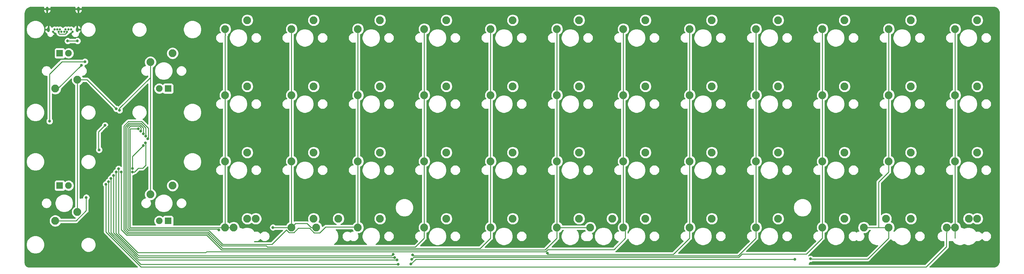
<source format=gtl>
G04 #@! TF.GenerationSoftware,KiCad,Pcbnew,(5.1.5)-3*
G04 #@! TF.CreationDate,2020-01-29T14:06:00-08:00*
G04 #@! TF.ProjectId,EUISOpcb,45554953-4f70-4636-922e-6b696361645f,rev?*
G04 #@! TF.SameCoordinates,Original*
G04 #@! TF.FileFunction,Copper,L1,Top*
G04 #@! TF.FilePolarity,Positive*
%FSLAX46Y46*%
G04 Gerber Fmt 4.6, Leading zero omitted, Abs format (unit mm)*
G04 Created by KiCad (PCBNEW (5.1.5)-3) date 2020-01-29 14:06:00*
%MOMM*%
%LPD*%
G04 APERTURE LIST*
%ADD10C,2.250000*%
%ADD11C,0.650000*%
%ADD12O,0.800000X1.400000*%
%ADD13R,1.905000X1.905000*%
%ADD14C,1.905000*%
%ADD15C,0.800000*%
%ADD16C,0.250000*%
%ADD17C,0.254000*%
G04 APERTURE END LIST*
D10*
X278765000Y-116459000D03*
X272415000Y-118999000D03*
X254957000Y-116459000D03*
X248607000Y-118999000D03*
X97790000Y-116466000D03*
X91440000Y-119006000D03*
X74041000Y-116459000D03*
X67691000Y-118999000D03*
X176403000Y-116459000D03*
X170053000Y-118999000D03*
D11*
X16269000Y-61938000D03*
X17069000Y-61938000D03*
X17869000Y-61938000D03*
X19469000Y-61938000D03*
X20269000Y-61938000D03*
X21069000Y-61938000D03*
X15869000Y-62638000D03*
X17469000Y-62638000D03*
X18269000Y-62638000D03*
X19069000Y-62638000D03*
X19869000Y-62638000D03*
X21469000Y-62638000D03*
D12*
X14179000Y-56088000D03*
X23159000Y-56088000D03*
X22799000Y-62038000D03*
X14539000Y-62038000D03*
D10*
X281178000Y-116459000D03*
X274828000Y-118999000D03*
X262128000Y-116459000D03*
X255778000Y-118999000D03*
X243078000Y-116459000D03*
X236728000Y-118999000D03*
X224028000Y-116459000D03*
X217678000Y-118999000D03*
X204978000Y-116459000D03*
X198628000Y-118999000D03*
X185928000Y-116459000D03*
X179578000Y-118999000D03*
X166878000Y-116459000D03*
X160528000Y-118999000D03*
X147828000Y-116459000D03*
X141478000Y-118999000D03*
X128778000Y-116459000D03*
X122428000Y-118999000D03*
X109728000Y-116459000D03*
X103378000Y-118999000D03*
X90678000Y-116459000D03*
X84328000Y-118999000D03*
X71628000Y-116459000D03*
X65278000Y-118999000D03*
X281178000Y-97409000D03*
X274828000Y-99949000D03*
X262128000Y-97409000D03*
X255778000Y-99949000D03*
X243078000Y-97409000D03*
X236728000Y-99949000D03*
X224028000Y-97409000D03*
X217678000Y-99949000D03*
X204978000Y-97409000D03*
X198628000Y-99949000D03*
X185928000Y-97409000D03*
X179578000Y-99949000D03*
X166878000Y-97409000D03*
X160528000Y-99949000D03*
X147828000Y-97409000D03*
X141478000Y-99949000D03*
X128778000Y-97409000D03*
X122428000Y-99949000D03*
X109728000Y-97409000D03*
X103378000Y-99949000D03*
X90678000Y-97409000D03*
X84328000Y-99949000D03*
X71628000Y-97409000D03*
X65278000Y-99949000D03*
D13*
X48895000Y-117094000D03*
D14*
X46355000Y-117094000D03*
D10*
X43815000Y-109474000D03*
X50165000Y-106934000D03*
D13*
X17780000Y-106934000D03*
D14*
X20320000Y-106934000D03*
D10*
X22860000Y-114554000D03*
X16510000Y-117094000D03*
X281178000Y-78359000D03*
X274828000Y-80899000D03*
X262128000Y-78359000D03*
X255778000Y-80899000D03*
X243078000Y-78359000D03*
X236728000Y-80899000D03*
X224028000Y-78359000D03*
X217678000Y-80899000D03*
X204978000Y-78359000D03*
X198628000Y-80899000D03*
X185928000Y-78359000D03*
X179578000Y-80899000D03*
X166878000Y-78359000D03*
X160528000Y-80899000D03*
X147828000Y-78359000D03*
X141478000Y-80899000D03*
X128778000Y-78359000D03*
X122428000Y-80899000D03*
X109728000Y-78359000D03*
X103378000Y-80899000D03*
X90678000Y-78359000D03*
X84328000Y-80899000D03*
X71628000Y-78359000D03*
X65278000Y-80899000D03*
D13*
X48895000Y-78994000D03*
D14*
X46355000Y-78994000D03*
D10*
X43815000Y-71374000D03*
X50165000Y-68834000D03*
D13*
X17780000Y-68834000D03*
D14*
X20320000Y-68834000D03*
D10*
X22860000Y-76454000D03*
X16510000Y-78994000D03*
X281178000Y-59309000D03*
X274828000Y-61849000D03*
X262128000Y-59309000D03*
X255778000Y-61849000D03*
X243078000Y-59309000D03*
X236728000Y-61849000D03*
X224028000Y-59309000D03*
X217678000Y-61849000D03*
X204978000Y-59309000D03*
X198628000Y-61849000D03*
X185928000Y-59309000D03*
X179578000Y-61849000D03*
X166878000Y-59309000D03*
X160528000Y-61849000D03*
X147828000Y-59309000D03*
X141478000Y-61849000D03*
X128778000Y-59309000D03*
X122428000Y-61849000D03*
X109728000Y-59309000D03*
X103378000Y-61849000D03*
X90678000Y-59309000D03*
X84328000Y-61849000D03*
X71628000Y-59309000D03*
X65278000Y-61849000D03*
D15*
X32512000Y-88900000D03*
X30099000Y-95377000D03*
X12319000Y-73406000D03*
X12275141Y-70187141D03*
X30792847Y-89593847D03*
X29083000Y-96647000D03*
X25019000Y-71247000D03*
X14859000Y-88392000D03*
X24003999Y-72263999D03*
X25400000Y-110363000D03*
X40365848Y-90571152D03*
X41072956Y-91278260D03*
X78994000Y-118999000D03*
X63500000Y-119724000D03*
X41780064Y-91985368D03*
X42487172Y-92692476D03*
X43074599Y-93501756D03*
X35447963Y-102997000D03*
X38698000Y-102997000D03*
X42418000Y-94615000D03*
X34671000Y-102108000D03*
X41764001Y-95447051D03*
X38698000Y-101981000D03*
X33997962Y-103069526D03*
X157804411Y-126430306D03*
X113523198Y-126712248D03*
X33220999Y-104006426D03*
X119104012Y-126891911D03*
X113924823Y-127628054D03*
X32495999Y-104902000D03*
X118810475Y-128189365D03*
X114594395Y-128372672D03*
X31770999Y-105788330D03*
X233299000Y-128016000D03*
X228854000Y-128143000D03*
X118618000Y-129540000D03*
X114904076Y-129637184D03*
X31045999Y-106553673D03*
X34036000Y-84836000D03*
X34950233Y-85241192D03*
X22860000Y-65278000D03*
X20066000Y-65278000D03*
D16*
X32512000Y-88900000D02*
X30099000Y-91313000D01*
X30099000Y-91313000D02*
X30099000Y-95377000D01*
X12319000Y-73406000D02*
X12319000Y-70231000D01*
X12319000Y-70231000D02*
X12275141Y-70187141D01*
X30792847Y-89593847D02*
X28956000Y-91430694D01*
X28956000Y-91430694D02*
X28956000Y-96647000D01*
X28956000Y-96647000D02*
X29083000Y-96647000D01*
X14859000Y-74801002D02*
X14859000Y-88392000D01*
X25019000Y-71247000D02*
X18413002Y-71247000D01*
X18413002Y-71247000D02*
X14859000Y-74801002D01*
X17273998Y-78994000D02*
X24003999Y-72263999D01*
X16510000Y-78994000D02*
X17273998Y-78994000D01*
X24003999Y-72263999D02*
X24004998Y-72263000D01*
X16510000Y-117094000D02*
X18100990Y-117094000D01*
X22466002Y-117094000D02*
X25400000Y-114160002D01*
X18100990Y-117094000D02*
X22466002Y-117094000D01*
X25400000Y-114160002D02*
X25400000Y-110363000D01*
X25400000Y-110363000D02*
X25400000Y-110363000D01*
X65278000Y-63439990D02*
X65405000Y-63566990D01*
X65278000Y-61849000D02*
X65278000Y-63439990D01*
X65405000Y-63566990D02*
X65278000Y-63693990D01*
X65278000Y-63693990D02*
X65278000Y-118364000D01*
X65278000Y-118999000D02*
X37973000Y-118999000D01*
X37973000Y-118999000D02*
X37973000Y-90551000D01*
X37973000Y-90551000D02*
X40345696Y-90551000D01*
X40345696Y-90551000D02*
X40365848Y-90571152D01*
X65278000Y-118999000D02*
X67691000Y-118999000D01*
X84328000Y-61849000D02*
X84328000Y-118872000D01*
X63582008Y-119449010D02*
X37786600Y-119449010D01*
X41090849Y-91260367D02*
X41072956Y-91278260D01*
X37522990Y-119185400D02*
X37522990Y-90364600D01*
X37522990Y-90364600D02*
X38041439Y-89846151D01*
X38041439Y-89846151D02*
X40713849Y-89846151D01*
X37786600Y-119449010D02*
X37522990Y-119185400D01*
X41090849Y-90223151D02*
X41090849Y-91260367D01*
X40713849Y-89846151D02*
X41090849Y-90223151D01*
X88798409Y-117874001D02*
X85452999Y-117874001D01*
X91440000Y-119006000D02*
X89930408Y-119006000D01*
X89930408Y-119006000D02*
X88798409Y-117874001D01*
X85452999Y-117874001D02*
X84328000Y-118999000D01*
X84328000Y-118999000D02*
X78994000Y-118999000D01*
X103378000Y-61849000D02*
X103378000Y-118999000D01*
X41797957Y-90293849D02*
X41797957Y-91967475D01*
X40900250Y-89396142D02*
X41797957Y-90293849D01*
X37855039Y-89396141D02*
X40900250Y-89396142D01*
X83631999Y-120449001D02*
X82877999Y-119695001D01*
X85024001Y-120449001D02*
X83631999Y-120449001D01*
X82877999Y-119695001D02*
X78715099Y-123857901D01*
X41797957Y-91967475D02*
X41780064Y-91985368D01*
X60592017Y-119899019D02*
X37600199Y-119899019D01*
X78715099Y-123857901D02*
X64550899Y-123857901D01*
X64550899Y-123857901D02*
X60592017Y-119899019D01*
X37600199Y-119899019D02*
X37072980Y-119371800D01*
X37072980Y-119371800D02*
X37072981Y-90178199D01*
X37072981Y-90178199D02*
X37855039Y-89396141D01*
X92457998Y-120523000D02*
X94108998Y-118872000D01*
X90810998Y-120523000D02*
X92457998Y-120523000D01*
X89508097Y-119220099D02*
X90810998Y-120523000D01*
X85024001Y-120449001D02*
X86252903Y-119220099D01*
X86252903Y-119220099D02*
X89508097Y-119220099D01*
X94108998Y-118872000D02*
X103505000Y-118872000D01*
X122428000Y-118999000D02*
X122428000Y-61849000D01*
X122428000Y-122045002D02*
X119886002Y-124587000D01*
X122428000Y-118999000D02*
X122428000Y-122045002D01*
X77063911Y-124307911D02*
X64364498Y-124307910D01*
X119886002Y-124587000D02*
X77343000Y-124587000D01*
X77343000Y-124587000D02*
X77063911Y-124307911D01*
X42505065Y-90364547D02*
X42505065Y-92674583D01*
X37668640Y-88946132D02*
X41086651Y-88946133D01*
X41086651Y-88946133D02*
X42505065Y-90364547D01*
X60405617Y-120349029D02*
X37413798Y-120349028D01*
X42505065Y-92674583D02*
X42487172Y-92692476D01*
X37413798Y-120349028D02*
X36622971Y-119558199D01*
X64364498Y-124307910D02*
X60405617Y-120349029D01*
X36622971Y-119558199D02*
X36622972Y-89991798D01*
X36622972Y-89991798D02*
X37668640Y-88946132D01*
X141478000Y-61849000D02*
X141478000Y-118872000D01*
X141478000Y-122045002D02*
X139063002Y-124460000D01*
X141478000Y-118999000D02*
X141478000Y-122045002D01*
X138485992Y-125037010D02*
X64457188Y-125037010D01*
X139063002Y-124460000D02*
X138485992Y-125037010D01*
X41273052Y-88496124D02*
X43212173Y-90435245D01*
X43212173Y-90435245D02*
X43212173Y-93364182D01*
X37482241Y-88496123D02*
X41273052Y-88496124D01*
X60219216Y-120799038D02*
X37227397Y-120799036D01*
X43212173Y-93364182D02*
X43074599Y-93501756D01*
X36172962Y-119744598D02*
X36172964Y-89805397D01*
X64457188Y-125037010D02*
X60219216Y-120799038D01*
X37227397Y-120799036D02*
X36172962Y-119744598D01*
X36172964Y-89805397D02*
X37482241Y-88496123D01*
X160528000Y-61849000D02*
X160528000Y-118872000D01*
X160528000Y-122045002D02*
X157351002Y-125222000D01*
X160528000Y-118999000D02*
X160528000Y-122045002D01*
X157085983Y-125487019D02*
X64270787Y-125487019D01*
X157351002Y-125222000D02*
X157085983Y-125487019D01*
X37040996Y-121249044D02*
X35447963Y-119656011D01*
X64270787Y-125487019D02*
X60032812Y-121249044D01*
X60032812Y-121249044D02*
X37040996Y-121249044D01*
X42489001Y-100963521D02*
X42489001Y-94686001D01*
X42489001Y-94686001D02*
X42418000Y-94615000D01*
X38698000Y-102997000D02*
X39263685Y-102997000D01*
X40335684Y-101925001D02*
X41584999Y-101925001D01*
X39263685Y-102997000D02*
X40335684Y-101925001D01*
X41584999Y-101925001D02*
X42545000Y-100965000D01*
X35447963Y-117714037D02*
X35433000Y-117699074D01*
X35447963Y-119656011D02*
X35447963Y-117714037D01*
X35433000Y-117699074D02*
X35433000Y-102997000D01*
X170053000Y-118999000D02*
X168462010Y-118999000D01*
X168462010Y-118999000D02*
X160401000Y-118999000D01*
X179578000Y-118999000D02*
X179578000Y-117408010D01*
X179578000Y-61849000D02*
X179578000Y-119126000D01*
X157860412Y-125349000D02*
X157272383Y-125937029D01*
X176274002Y-125349000D02*
X157860412Y-125349000D01*
X40222379Y-126270901D02*
X35179000Y-121227522D01*
X59690157Y-126270901D02*
X40222379Y-126270901D01*
X157272383Y-125937029D02*
X60024029Y-125937029D01*
X60024029Y-125937029D02*
X59690157Y-126270901D01*
X35179000Y-121227522D02*
X34722962Y-120771484D01*
X34722962Y-120771484D02*
X34722962Y-102159962D01*
X41764001Y-95447051D02*
X38698000Y-98513052D01*
X38698000Y-98513052D02*
X38698000Y-101981000D01*
X176274002Y-125349000D02*
X176909002Y-125349000D01*
X180143001Y-122115001D02*
X180143001Y-119437001D01*
X176909002Y-125349000D02*
X180143001Y-122115001D01*
X180143001Y-119437001D02*
X179705000Y-118999000D01*
X198628000Y-61849000D02*
X198628000Y-118999000D01*
X198628000Y-122045002D02*
X195197002Y-125476000D01*
X198628000Y-118999000D02*
X198628000Y-122045002D01*
X195197002Y-125476000D02*
X193952092Y-126720910D01*
X33945999Y-103121489D02*
X33997962Y-103069526D01*
X40035978Y-126720910D02*
X33945999Y-120630931D01*
X33945999Y-120630931D02*
X33945999Y-103121489D01*
X193952092Y-126720910D02*
X157835910Y-126720910D01*
X157835910Y-126720910D02*
X157734000Y-126619000D01*
X113057402Y-127178044D02*
X40493112Y-127178044D01*
X113523198Y-126712248D02*
X113057402Y-127178044D01*
X40493112Y-127178044D02*
X40033034Y-126717966D01*
X217678000Y-118999000D02*
X217678000Y-61722000D01*
X217678000Y-122045002D02*
X212552083Y-127170919D01*
X217678000Y-118999000D02*
X217678000Y-122045002D01*
X33220999Y-120542341D02*
X33220999Y-104006426D01*
X39849577Y-127170919D02*
X33220999Y-120542341D01*
X212552083Y-127170919D02*
X119383020Y-127170919D01*
X119383020Y-127170919D02*
X119104012Y-126891911D01*
X113924823Y-127628054D02*
X40306712Y-127628054D01*
X40306712Y-127628054D02*
X40113185Y-127434527D01*
X40113185Y-127434527D02*
X39778329Y-127099671D01*
X236728000Y-61849000D02*
X236728000Y-63439990D01*
X236728000Y-63439990D02*
X236728000Y-118872000D01*
X236728000Y-118999000D02*
X236728000Y-122045002D01*
X32495999Y-120453751D02*
X32495999Y-104902000D01*
X213105412Y-127254000D02*
X212738483Y-127620929D01*
X39663176Y-127620928D02*
X32495999Y-120453751D01*
X232098003Y-126674999D02*
X213685001Y-126674999D01*
X236728000Y-122045002D02*
X232098003Y-126674999D01*
X213106000Y-127254000D02*
X213105412Y-127254000D01*
X213685001Y-126674999D02*
X213106000Y-127254000D01*
X212738483Y-127620929D02*
X119378911Y-127620929D01*
X119378911Y-127620929D02*
X118810475Y-128189365D01*
X114594395Y-128372672D02*
X40414920Y-128372672D01*
X40414920Y-128372672D02*
X39926784Y-127884536D01*
X39663176Y-127620928D02*
X39709320Y-127667072D01*
X39926784Y-127884536D02*
X39714124Y-127671876D01*
X255778000Y-122045002D02*
X250118992Y-127704010D01*
X255778000Y-118999000D02*
X255778000Y-122045002D01*
X39476775Y-128070937D02*
X31770999Y-120365161D01*
X31770999Y-120365161D02*
X31770999Y-105788330D01*
X250118992Y-127704010D02*
X249752065Y-128070937D01*
X248607000Y-118999000D02*
X250197990Y-118999000D01*
X252857000Y-118999000D02*
X252857000Y-105916002D01*
X252857000Y-105916002D02*
X255778000Y-102995002D01*
X252857000Y-118999000D02*
X256032000Y-118999000D01*
X250197990Y-118999000D02*
X252857000Y-118999000D01*
X255778000Y-102995002D02*
X255778000Y-100076000D01*
X249752065Y-128070937D02*
X233353937Y-128070937D01*
X233353937Y-128070937D02*
X233299000Y-128016000D01*
X228854000Y-128143000D02*
X120015000Y-128143000D01*
X120015000Y-128143000D02*
X118618000Y-129540000D01*
X114904076Y-129637184D02*
X41043022Y-129637184D01*
X41043022Y-129637184D02*
X39522919Y-128117081D01*
X255778000Y-61849000D02*
X255778000Y-63439990D01*
X255778000Y-63439990D02*
X255778000Y-83058000D01*
X255778000Y-83058000D02*
X255778000Y-99822000D01*
X274828000Y-61849000D02*
X274828000Y-119126000D01*
X274828000Y-118999000D02*
X274828000Y-122045002D01*
X31045999Y-120276571D02*
X31045999Y-106553673D01*
X39290374Y-128520946D02*
X31045999Y-120276571D01*
X272415000Y-118999000D02*
X274574000Y-118999000D01*
X272345001Y-120659989D02*
X272345001Y-124529999D01*
X272415000Y-118999000D02*
X272415000Y-120589990D01*
X272415000Y-120589990D02*
X272345001Y-120659989D01*
X272345001Y-124529999D02*
X268351000Y-128524000D01*
X266501999Y-130373001D02*
X41142429Y-130373001D01*
X268351000Y-128524000D02*
X266501999Y-130373001D01*
X41142429Y-130373001D02*
X39290374Y-128520946D01*
X22860000Y-76454000D02*
X22860000Y-114427000D01*
X22860000Y-76454000D02*
X24450990Y-76454000D01*
X24450990Y-76454000D02*
X25654000Y-76454000D01*
X25654000Y-76454000D02*
X34036000Y-84836000D01*
X43815000Y-109474000D02*
X43815000Y-71374000D01*
X43815000Y-71374000D02*
X43815000Y-75819000D01*
X43815000Y-75819000D02*
X34950233Y-84683767D01*
X34950233Y-84683767D02*
X34950233Y-85241192D01*
X19381001Y-63288001D02*
X19939000Y-62730002D01*
X17659382Y-63288001D02*
X19381001Y-63288001D01*
X17469000Y-62638000D02*
X17469000Y-63097619D01*
X17469000Y-63097619D02*
X17659382Y-63288001D01*
X19939000Y-62730002D02*
X19939000Y-62611000D01*
X22860000Y-65278000D02*
X20066000Y-65278000D01*
D17*
G36*
X13144000Y-55661000D02*
G01*
X13144000Y-55961000D01*
X14052000Y-55961000D01*
X14052000Y-55941000D01*
X14306000Y-55941000D01*
X14306000Y-55961000D01*
X15214000Y-55961000D01*
X15214000Y-55661000D01*
X15183325Y-55524000D01*
X22154675Y-55524000D01*
X22124000Y-55661000D01*
X22124000Y-55961000D01*
X23032000Y-55961000D01*
X23032000Y-55941000D01*
X23286000Y-55941000D01*
X23286000Y-55961000D01*
X24194000Y-55961000D01*
X24194000Y-55661000D01*
X24163325Y-55524000D01*
X285717722Y-55524000D01*
X286089878Y-55560490D01*
X286416810Y-55659196D01*
X286718343Y-55819525D01*
X286982995Y-56035370D01*
X287200678Y-56298503D01*
X287363108Y-56598911D01*
X287464096Y-56925150D01*
X287503000Y-57295300D01*
X287503001Y-128618711D01*
X287466510Y-128990877D01*
X287367803Y-129317812D01*
X287207476Y-129619343D01*
X286991632Y-129883993D01*
X286728496Y-130101679D01*
X286428089Y-130264108D01*
X286101850Y-130365096D01*
X285731700Y-130404000D01*
X267545801Y-130404000D01*
X268914799Y-129035003D01*
X268914803Y-129034998D01*
X272856009Y-125093794D01*
X272885002Y-125070000D01*
X272908796Y-125041007D01*
X272908800Y-125041003D01*
X272979974Y-124954276D01*
X272986064Y-124942883D01*
X273050547Y-124822246D01*
X273094004Y-124678985D01*
X273105001Y-124567332D01*
X273105001Y-124567323D01*
X273108677Y-124530000D01*
X273105001Y-124492677D01*
X273105001Y-122985773D01*
X273117549Y-122990971D01*
X273409278Y-123049000D01*
X273706722Y-123049000D01*
X273998451Y-122990971D01*
X274025843Y-122979625D01*
X274183000Y-123214826D01*
X274549174Y-123581000D01*
X274979749Y-123868701D01*
X275458178Y-124066873D01*
X275966076Y-124167900D01*
X276483924Y-124167900D01*
X276991822Y-124066873D01*
X277431500Y-123884752D01*
X277871178Y-124066873D01*
X278379076Y-124167900D01*
X278896924Y-124167900D01*
X279404822Y-124066873D01*
X279883251Y-123868701D01*
X280313826Y-123581000D01*
X280680000Y-123214826D01*
X280837157Y-122979625D01*
X280864549Y-122990971D01*
X281156278Y-123049000D01*
X281453722Y-123049000D01*
X281745451Y-122990971D01*
X282020253Y-122877144D01*
X282267569Y-122711893D01*
X282477893Y-122501569D01*
X282511500Y-122451272D01*
X282545107Y-122501569D01*
X282755431Y-122711893D01*
X283002747Y-122877144D01*
X283277549Y-122990971D01*
X283569278Y-123049000D01*
X283866722Y-123049000D01*
X284158451Y-122990971D01*
X284433253Y-122877144D01*
X284680569Y-122711893D01*
X284890893Y-122501569D01*
X285056144Y-122254253D01*
X285169971Y-121979451D01*
X285228000Y-121687722D01*
X285228000Y-121390278D01*
X285169971Y-121098549D01*
X285056144Y-120823747D01*
X284890893Y-120576431D01*
X284680569Y-120366107D01*
X284433253Y-120200856D01*
X284158451Y-120087029D01*
X283866722Y-120029000D01*
X283569278Y-120029000D01*
X283277549Y-120087029D01*
X283002747Y-120200856D01*
X282755431Y-120366107D01*
X282545107Y-120576431D01*
X282511500Y-120626728D01*
X282477893Y-120576431D01*
X282267569Y-120366107D01*
X282020253Y-120200856D01*
X281745451Y-120087029D01*
X281453722Y-120029000D01*
X281156278Y-120029000D01*
X280864549Y-120087029D01*
X280837157Y-120098375D01*
X280680000Y-119863174D01*
X280313826Y-119497000D01*
X279883251Y-119209299D01*
X279404822Y-119011127D01*
X278896924Y-118910100D01*
X278379076Y-118910100D01*
X277871178Y-119011127D01*
X277431500Y-119193248D01*
X276991822Y-119011127D01*
X276588000Y-118930802D01*
X276588000Y-118825655D01*
X276520364Y-118485627D01*
X276387692Y-118165327D01*
X276195081Y-117877065D01*
X275949935Y-117631919D01*
X275661673Y-117439308D01*
X275588000Y-117408792D01*
X275588000Y-116285655D01*
X277005000Y-116285655D01*
X277005000Y-116632345D01*
X277072636Y-116972373D01*
X277205308Y-117292673D01*
X277397919Y-117580935D01*
X277643065Y-117826081D01*
X277931327Y-118018692D01*
X278251627Y-118151364D01*
X278591655Y-118219000D01*
X278938345Y-118219000D01*
X279278373Y-118151364D01*
X279598673Y-118018692D01*
X279886935Y-117826081D01*
X279971500Y-117741516D01*
X280056065Y-117826081D01*
X280344327Y-118018692D01*
X280664627Y-118151364D01*
X281004655Y-118219000D01*
X281351345Y-118219000D01*
X281691373Y-118151364D01*
X282011673Y-118018692D01*
X282299935Y-117826081D01*
X282545081Y-117580935D01*
X282737692Y-117292673D01*
X282870364Y-116972373D01*
X282938000Y-116632345D01*
X282938000Y-116285655D01*
X282870364Y-115945627D01*
X282737692Y-115625327D01*
X282545081Y-115337065D01*
X282299935Y-115091919D01*
X282011673Y-114899308D01*
X281691373Y-114766636D01*
X281351345Y-114699000D01*
X281004655Y-114699000D01*
X280664627Y-114766636D01*
X280344327Y-114899308D01*
X280056065Y-115091919D01*
X279971500Y-115176484D01*
X279886935Y-115091919D01*
X279598673Y-114899308D01*
X279278373Y-114766636D01*
X278938345Y-114699000D01*
X278591655Y-114699000D01*
X278251627Y-114766636D01*
X277931327Y-114899308D01*
X277643065Y-115091919D01*
X277397919Y-115337065D01*
X277205308Y-115625327D01*
X277072636Y-115945627D01*
X277005000Y-116285655D01*
X275588000Y-116285655D01*
X275588000Y-102230076D01*
X276009100Y-102230076D01*
X276009100Y-102747924D01*
X276110127Y-103255822D01*
X276308299Y-103734251D01*
X276596000Y-104164826D01*
X276962174Y-104531000D01*
X277392749Y-104818701D01*
X277871178Y-105016873D01*
X278379076Y-105117900D01*
X278896924Y-105117900D01*
X279404822Y-105016873D01*
X279883251Y-104818701D01*
X280313826Y-104531000D01*
X280680000Y-104164826D01*
X280967701Y-103734251D01*
X281165873Y-103255822D01*
X281266900Y-102747924D01*
X281266900Y-102340278D01*
X282208000Y-102340278D01*
X282208000Y-102637722D01*
X282266029Y-102929451D01*
X282379856Y-103204253D01*
X282545107Y-103451569D01*
X282755431Y-103661893D01*
X283002747Y-103827144D01*
X283277549Y-103940971D01*
X283569278Y-103999000D01*
X283866722Y-103999000D01*
X284158451Y-103940971D01*
X284433253Y-103827144D01*
X284680569Y-103661893D01*
X284890893Y-103451569D01*
X285056144Y-103204253D01*
X285169971Y-102929451D01*
X285228000Y-102637722D01*
X285228000Y-102340278D01*
X285169971Y-102048549D01*
X285056144Y-101773747D01*
X284890893Y-101526431D01*
X284680569Y-101316107D01*
X284433253Y-101150856D01*
X284158451Y-101037029D01*
X283866722Y-100979000D01*
X283569278Y-100979000D01*
X283277549Y-101037029D01*
X283002747Y-101150856D01*
X282755431Y-101316107D01*
X282545107Y-101526431D01*
X282379856Y-101773747D01*
X282266029Y-102048549D01*
X282208000Y-102340278D01*
X281266900Y-102340278D01*
X281266900Y-102230076D01*
X281165873Y-101722178D01*
X280967701Y-101243749D01*
X280680000Y-100813174D01*
X280313826Y-100447000D01*
X279883251Y-100159299D01*
X279404822Y-99961127D01*
X278896924Y-99860100D01*
X278379076Y-99860100D01*
X277871178Y-99961127D01*
X277392749Y-100159299D01*
X276962174Y-100447000D01*
X276596000Y-100813174D01*
X276308299Y-101243749D01*
X276110127Y-101722178D01*
X276009100Y-102230076D01*
X275588000Y-102230076D01*
X275588000Y-101539208D01*
X275661673Y-101508692D01*
X275949935Y-101316081D01*
X276195081Y-101070935D01*
X276387692Y-100782673D01*
X276520364Y-100462373D01*
X276588000Y-100122345D01*
X276588000Y-99775655D01*
X276520364Y-99435627D01*
X276387692Y-99115327D01*
X276195081Y-98827065D01*
X275949935Y-98581919D01*
X275661673Y-98389308D01*
X275588000Y-98358792D01*
X275588000Y-97235655D01*
X279418000Y-97235655D01*
X279418000Y-97582345D01*
X279485636Y-97922373D01*
X279618308Y-98242673D01*
X279810919Y-98530935D01*
X280056065Y-98776081D01*
X280344327Y-98968692D01*
X280664627Y-99101364D01*
X281004655Y-99169000D01*
X281351345Y-99169000D01*
X281691373Y-99101364D01*
X282011673Y-98968692D01*
X282299935Y-98776081D01*
X282545081Y-98530935D01*
X282737692Y-98242673D01*
X282870364Y-97922373D01*
X282938000Y-97582345D01*
X282938000Y-97235655D01*
X282870364Y-96895627D01*
X282737692Y-96575327D01*
X282545081Y-96287065D01*
X282299935Y-96041919D01*
X282011673Y-95849308D01*
X281691373Y-95716636D01*
X281351345Y-95649000D01*
X281004655Y-95649000D01*
X280664627Y-95716636D01*
X280344327Y-95849308D01*
X280056065Y-96041919D01*
X279810919Y-96287065D01*
X279618308Y-96575327D01*
X279485636Y-96895627D01*
X279418000Y-97235655D01*
X275588000Y-97235655D01*
X275588000Y-83180076D01*
X276009100Y-83180076D01*
X276009100Y-83697924D01*
X276110127Y-84205822D01*
X276308299Y-84684251D01*
X276596000Y-85114826D01*
X276962174Y-85481000D01*
X277392749Y-85768701D01*
X277871178Y-85966873D01*
X278379076Y-86067900D01*
X278896924Y-86067900D01*
X279404822Y-85966873D01*
X279883251Y-85768701D01*
X280313826Y-85481000D01*
X280680000Y-85114826D01*
X280967701Y-84684251D01*
X281165873Y-84205822D01*
X281266900Y-83697924D01*
X281266900Y-83290278D01*
X282208000Y-83290278D01*
X282208000Y-83587722D01*
X282266029Y-83879451D01*
X282379856Y-84154253D01*
X282545107Y-84401569D01*
X282755431Y-84611893D01*
X283002747Y-84777144D01*
X283277549Y-84890971D01*
X283569278Y-84949000D01*
X283866722Y-84949000D01*
X284158451Y-84890971D01*
X284433253Y-84777144D01*
X284680569Y-84611893D01*
X284890893Y-84401569D01*
X285056144Y-84154253D01*
X285169971Y-83879451D01*
X285228000Y-83587722D01*
X285228000Y-83290278D01*
X285169971Y-82998549D01*
X285056144Y-82723747D01*
X284890893Y-82476431D01*
X284680569Y-82266107D01*
X284433253Y-82100856D01*
X284158451Y-81987029D01*
X283866722Y-81929000D01*
X283569278Y-81929000D01*
X283277549Y-81987029D01*
X283002747Y-82100856D01*
X282755431Y-82266107D01*
X282545107Y-82476431D01*
X282379856Y-82723747D01*
X282266029Y-82998549D01*
X282208000Y-83290278D01*
X281266900Y-83290278D01*
X281266900Y-83180076D01*
X281165873Y-82672178D01*
X280967701Y-82193749D01*
X280680000Y-81763174D01*
X280313826Y-81397000D01*
X279883251Y-81109299D01*
X279404822Y-80911127D01*
X278896924Y-80810100D01*
X278379076Y-80810100D01*
X277871178Y-80911127D01*
X277392749Y-81109299D01*
X276962174Y-81397000D01*
X276596000Y-81763174D01*
X276308299Y-82193749D01*
X276110127Y-82672178D01*
X276009100Y-83180076D01*
X275588000Y-83180076D01*
X275588000Y-82489208D01*
X275661673Y-82458692D01*
X275949935Y-82266081D01*
X276195081Y-82020935D01*
X276387692Y-81732673D01*
X276520364Y-81412373D01*
X276588000Y-81072345D01*
X276588000Y-80725655D01*
X276520364Y-80385627D01*
X276387692Y-80065327D01*
X276195081Y-79777065D01*
X275949935Y-79531919D01*
X275661673Y-79339308D01*
X275588000Y-79308792D01*
X275588000Y-78185655D01*
X279418000Y-78185655D01*
X279418000Y-78532345D01*
X279485636Y-78872373D01*
X279618308Y-79192673D01*
X279810919Y-79480935D01*
X280056065Y-79726081D01*
X280344327Y-79918692D01*
X280664627Y-80051364D01*
X281004655Y-80119000D01*
X281351345Y-80119000D01*
X281691373Y-80051364D01*
X282011673Y-79918692D01*
X282299935Y-79726081D01*
X282545081Y-79480935D01*
X282737692Y-79192673D01*
X282870364Y-78872373D01*
X282938000Y-78532345D01*
X282938000Y-78185655D01*
X282870364Y-77845627D01*
X282737692Y-77525327D01*
X282545081Y-77237065D01*
X282299935Y-76991919D01*
X282011673Y-76799308D01*
X281691373Y-76666636D01*
X281351345Y-76599000D01*
X281004655Y-76599000D01*
X280664627Y-76666636D01*
X280344327Y-76799308D01*
X280056065Y-76991919D01*
X279810919Y-77237065D01*
X279618308Y-77525327D01*
X279485636Y-77845627D01*
X279418000Y-78185655D01*
X275588000Y-78185655D01*
X275588000Y-64130076D01*
X276009100Y-64130076D01*
X276009100Y-64647924D01*
X276110127Y-65155822D01*
X276308299Y-65634251D01*
X276596000Y-66064826D01*
X276962174Y-66431000D01*
X277392749Y-66718701D01*
X277871178Y-66916873D01*
X278379076Y-67017900D01*
X278896924Y-67017900D01*
X279404822Y-66916873D01*
X279883251Y-66718701D01*
X280313826Y-66431000D01*
X280680000Y-66064826D01*
X280967701Y-65634251D01*
X281165873Y-65155822D01*
X281266900Y-64647924D01*
X281266900Y-64240278D01*
X282208000Y-64240278D01*
X282208000Y-64537722D01*
X282266029Y-64829451D01*
X282379856Y-65104253D01*
X282545107Y-65351569D01*
X282755431Y-65561893D01*
X283002747Y-65727144D01*
X283277549Y-65840971D01*
X283569278Y-65899000D01*
X283866722Y-65899000D01*
X284158451Y-65840971D01*
X284433253Y-65727144D01*
X284680569Y-65561893D01*
X284890893Y-65351569D01*
X285056144Y-65104253D01*
X285169971Y-64829451D01*
X285228000Y-64537722D01*
X285228000Y-64240278D01*
X285169971Y-63948549D01*
X285056144Y-63673747D01*
X284890893Y-63426431D01*
X284680569Y-63216107D01*
X284433253Y-63050856D01*
X284158451Y-62937029D01*
X283866722Y-62879000D01*
X283569278Y-62879000D01*
X283277549Y-62937029D01*
X283002747Y-63050856D01*
X282755431Y-63216107D01*
X282545107Y-63426431D01*
X282379856Y-63673747D01*
X282266029Y-63948549D01*
X282208000Y-64240278D01*
X281266900Y-64240278D01*
X281266900Y-64130076D01*
X281165873Y-63622178D01*
X280967701Y-63143749D01*
X280680000Y-62713174D01*
X280313826Y-62347000D01*
X279883251Y-62059299D01*
X279404822Y-61861127D01*
X278896924Y-61760100D01*
X278379076Y-61760100D01*
X277871178Y-61861127D01*
X277392749Y-62059299D01*
X276962174Y-62347000D01*
X276596000Y-62713174D01*
X276308299Y-63143749D01*
X276110127Y-63622178D01*
X276009100Y-64130076D01*
X275588000Y-64130076D01*
X275588000Y-63439208D01*
X275661673Y-63408692D01*
X275949935Y-63216081D01*
X276195081Y-62970935D01*
X276387692Y-62682673D01*
X276520364Y-62362373D01*
X276588000Y-62022345D01*
X276588000Y-61675655D01*
X276520364Y-61335627D01*
X276387692Y-61015327D01*
X276195081Y-60727065D01*
X275949935Y-60481919D01*
X275661673Y-60289308D01*
X275341373Y-60156636D01*
X275001345Y-60089000D01*
X274654655Y-60089000D01*
X274314627Y-60156636D01*
X273994327Y-60289308D01*
X273706065Y-60481919D01*
X273460919Y-60727065D01*
X273268308Y-61015327D01*
X273135636Y-61335627D01*
X273068000Y-61675655D01*
X273068000Y-62022345D01*
X273135636Y-62362373D01*
X273268308Y-62682673D01*
X273400638Y-62880719D01*
X273117549Y-62937029D01*
X272842747Y-63050856D01*
X272595431Y-63216107D01*
X272385107Y-63426431D01*
X272219856Y-63673747D01*
X272106029Y-63948549D01*
X272048000Y-64240278D01*
X272048000Y-64537722D01*
X272106029Y-64829451D01*
X272219856Y-65104253D01*
X272385107Y-65351569D01*
X272595431Y-65561893D01*
X272842747Y-65727144D01*
X273117549Y-65840971D01*
X273409278Y-65899000D01*
X273706722Y-65899000D01*
X273998451Y-65840971D01*
X274068000Y-65812163D01*
X274068000Y-79308792D01*
X273994327Y-79339308D01*
X273706065Y-79531919D01*
X273460919Y-79777065D01*
X273268308Y-80065327D01*
X273135636Y-80385627D01*
X273068000Y-80725655D01*
X273068000Y-81072345D01*
X273135636Y-81412373D01*
X273268308Y-81732673D01*
X273400638Y-81930719D01*
X273117549Y-81987029D01*
X272842747Y-82100856D01*
X272595431Y-82266107D01*
X272385107Y-82476431D01*
X272219856Y-82723747D01*
X272106029Y-82998549D01*
X272048000Y-83290278D01*
X272048000Y-83587722D01*
X272106029Y-83879451D01*
X272219856Y-84154253D01*
X272385107Y-84401569D01*
X272595431Y-84611893D01*
X272842747Y-84777144D01*
X273117549Y-84890971D01*
X273409278Y-84949000D01*
X273706722Y-84949000D01*
X273998451Y-84890971D01*
X274068000Y-84862163D01*
X274068001Y-98358792D01*
X273994327Y-98389308D01*
X273706065Y-98581919D01*
X273460919Y-98827065D01*
X273268308Y-99115327D01*
X273135636Y-99435627D01*
X273068000Y-99775655D01*
X273068000Y-100122345D01*
X273135636Y-100462373D01*
X273268308Y-100782673D01*
X273400638Y-100980719D01*
X273117549Y-101037029D01*
X272842747Y-101150856D01*
X272595431Y-101316107D01*
X272385107Y-101526431D01*
X272219856Y-101773747D01*
X272106029Y-102048549D01*
X272048000Y-102340278D01*
X272048000Y-102637722D01*
X272106029Y-102929451D01*
X272219856Y-103204253D01*
X272385107Y-103451569D01*
X272595431Y-103661893D01*
X272842747Y-103827144D01*
X273117549Y-103940971D01*
X273409278Y-103999000D01*
X273706722Y-103999000D01*
X273998451Y-103940971D01*
X274068001Y-103912162D01*
X274068001Y-117408791D01*
X273994327Y-117439308D01*
X273706065Y-117631919D01*
X273621500Y-117716484D01*
X273536935Y-117631919D01*
X273248673Y-117439308D01*
X272928373Y-117306636D01*
X272588345Y-117239000D01*
X272241655Y-117239000D01*
X271901627Y-117306636D01*
X271581327Y-117439308D01*
X271293065Y-117631919D01*
X271047919Y-117877065D01*
X270855308Y-118165327D01*
X270722636Y-118485627D01*
X270655000Y-118825655D01*
X270655000Y-119172345D01*
X270722636Y-119512373D01*
X270855308Y-119832673D01*
X270987638Y-120030719D01*
X270704549Y-120087029D01*
X270429747Y-120200856D01*
X270182431Y-120366107D01*
X269972107Y-120576431D01*
X269806856Y-120823747D01*
X269693029Y-121098549D01*
X269635000Y-121390278D01*
X269635000Y-121687722D01*
X269693029Y-121979451D01*
X269806856Y-122254253D01*
X269972107Y-122501569D01*
X270182431Y-122711893D01*
X270429747Y-122877144D01*
X270704549Y-122990971D01*
X270996278Y-123049000D01*
X271293722Y-123049000D01*
X271585002Y-122991060D01*
X271585002Y-124215195D01*
X267840002Y-127960197D01*
X267839997Y-127960201D01*
X266187198Y-129613001D01*
X232881960Y-129613001D01*
X232926281Y-129546670D01*
X233089030Y-129153757D01*
X233112804Y-129034240D01*
X233197061Y-129051000D01*
X233400939Y-129051000D01*
X233600898Y-129011226D01*
X233789256Y-128933205D01*
X233942311Y-128830937D01*
X249714743Y-128830937D01*
X249752065Y-128834613D01*
X249789387Y-128830937D01*
X249789398Y-128830937D01*
X249901051Y-128819940D01*
X250044312Y-128776483D01*
X250176341Y-128705911D01*
X250292066Y-128610938D01*
X250315869Y-128581934D01*
X250682791Y-128215012D01*
X256289003Y-122608801D01*
X256318001Y-122585003D01*
X256358362Y-122535824D01*
X256534431Y-122711893D01*
X256781747Y-122877144D01*
X257056549Y-122990971D01*
X257348278Y-123049000D01*
X257435199Y-123049000D01*
X257546000Y-123214826D01*
X257912174Y-123581000D01*
X258342749Y-123868701D01*
X258821178Y-124066873D01*
X259329076Y-124167900D01*
X259846924Y-124167900D01*
X260354822Y-124066873D01*
X260833251Y-123868701D01*
X261263826Y-123581000D01*
X261630000Y-123214826D01*
X261917701Y-122784251D01*
X262115873Y-122305822D01*
X262216900Y-121797924D01*
X262216900Y-121390278D01*
X263158000Y-121390278D01*
X263158000Y-121687722D01*
X263216029Y-121979451D01*
X263329856Y-122254253D01*
X263495107Y-122501569D01*
X263705431Y-122711893D01*
X263952747Y-122877144D01*
X264227549Y-122990971D01*
X264519278Y-123049000D01*
X264816722Y-123049000D01*
X265108451Y-122990971D01*
X265383253Y-122877144D01*
X265630569Y-122711893D01*
X265840893Y-122501569D01*
X266006144Y-122254253D01*
X266119971Y-121979451D01*
X266178000Y-121687722D01*
X266178000Y-121390278D01*
X266119971Y-121098549D01*
X266006144Y-120823747D01*
X265840893Y-120576431D01*
X265630569Y-120366107D01*
X265383253Y-120200856D01*
X265108451Y-120087029D01*
X264816722Y-120029000D01*
X264519278Y-120029000D01*
X264227549Y-120087029D01*
X263952747Y-120200856D01*
X263705431Y-120366107D01*
X263495107Y-120576431D01*
X263329856Y-120823747D01*
X263216029Y-121098549D01*
X263158000Y-121390278D01*
X262216900Y-121390278D01*
X262216900Y-121280076D01*
X262115873Y-120772178D01*
X261917701Y-120293749D01*
X261630000Y-119863174D01*
X261263826Y-119497000D01*
X260833251Y-119209299D01*
X260354822Y-119011127D01*
X259846924Y-118910100D01*
X259329076Y-118910100D01*
X258821178Y-119011127D01*
X258342749Y-119209299D01*
X257912174Y-119497000D01*
X257546000Y-119863174D01*
X257435199Y-120029000D01*
X257348278Y-120029000D01*
X257184779Y-120061522D01*
X257337692Y-119832673D01*
X257470364Y-119512373D01*
X257538000Y-119172345D01*
X257538000Y-118825655D01*
X257470364Y-118485627D01*
X257337692Y-118165327D01*
X257145081Y-117877065D01*
X256899935Y-117631919D01*
X256611673Y-117439308D01*
X256460542Y-117376708D01*
X256516692Y-117292673D01*
X256649364Y-116972373D01*
X256717000Y-116632345D01*
X256717000Y-116285655D01*
X260368000Y-116285655D01*
X260368000Y-116632345D01*
X260435636Y-116972373D01*
X260568308Y-117292673D01*
X260760919Y-117580935D01*
X261006065Y-117826081D01*
X261294327Y-118018692D01*
X261614627Y-118151364D01*
X261954655Y-118219000D01*
X262301345Y-118219000D01*
X262641373Y-118151364D01*
X262961673Y-118018692D01*
X263249935Y-117826081D01*
X263495081Y-117580935D01*
X263687692Y-117292673D01*
X263820364Y-116972373D01*
X263888000Y-116632345D01*
X263888000Y-116285655D01*
X263820364Y-115945627D01*
X263687692Y-115625327D01*
X263495081Y-115337065D01*
X263249935Y-115091919D01*
X262961673Y-114899308D01*
X262641373Y-114766636D01*
X262301345Y-114699000D01*
X261954655Y-114699000D01*
X261614627Y-114766636D01*
X261294327Y-114899308D01*
X261006065Y-115091919D01*
X260760919Y-115337065D01*
X260568308Y-115625327D01*
X260435636Y-115945627D01*
X260368000Y-116285655D01*
X256717000Y-116285655D01*
X256649364Y-115945627D01*
X256516692Y-115625327D01*
X256324081Y-115337065D01*
X256078935Y-115091919D01*
X255790673Y-114899308D01*
X255470373Y-114766636D01*
X255130345Y-114699000D01*
X254783655Y-114699000D01*
X254443627Y-114766636D01*
X254123327Y-114899308D01*
X253835065Y-115091919D01*
X253617000Y-115309984D01*
X253617000Y-106230803D01*
X256289004Y-103558800D01*
X256318001Y-103535003D01*
X256412974Y-103419278D01*
X256483546Y-103287249D01*
X256527003Y-103143988D01*
X256538000Y-103032335D01*
X256538000Y-103032325D01*
X256541676Y-102995002D01*
X256538000Y-102957679D01*
X256538000Y-102230076D01*
X256959100Y-102230076D01*
X256959100Y-102747924D01*
X257060127Y-103255822D01*
X257258299Y-103734251D01*
X257546000Y-104164826D01*
X257912174Y-104531000D01*
X258342749Y-104818701D01*
X258821178Y-105016873D01*
X259329076Y-105117900D01*
X259846924Y-105117900D01*
X260354822Y-105016873D01*
X260833251Y-104818701D01*
X261263826Y-104531000D01*
X261630000Y-104164826D01*
X261917701Y-103734251D01*
X262115873Y-103255822D01*
X262216900Y-102747924D01*
X262216900Y-102340278D01*
X263158000Y-102340278D01*
X263158000Y-102637722D01*
X263216029Y-102929451D01*
X263329856Y-103204253D01*
X263495107Y-103451569D01*
X263705431Y-103661893D01*
X263952747Y-103827144D01*
X264227549Y-103940971D01*
X264519278Y-103999000D01*
X264816722Y-103999000D01*
X265108451Y-103940971D01*
X265383253Y-103827144D01*
X265630569Y-103661893D01*
X265840893Y-103451569D01*
X266006144Y-103204253D01*
X266119971Y-102929451D01*
X266178000Y-102637722D01*
X266178000Y-102340278D01*
X266119971Y-102048549D01*
X266006144Y-101773747D01*
X265840893Y-101526431D01*
X265630569Y-101316107D01*
X265383253Y-101150856D01*
X265108451Y-101037029D01*
X264816722Y-100979000D01*
X264519278Y-100979000D01*
X264227549Y-101037029D01*
X263952747Y-101150856D01*
X263705431Y-101316107D01*
X263495107Y-101526431D01*
X263329856Y-101773747D01*
X263216029Y-102048549D01*
X263158000Y-102340278D01*
X262216900Y-102340278D01*
X262216900Y-102230076D01*
X262115873Y-101722178D01*
X261917701Y-101243749D01*
X261630000Y-100813174D01*
X261263826Y-100447000D01*
X260833251Y-100159299D01*
X260354822Y-99961127D01*
X259846924Y-99860100D01*
X259329076Y-99860100D01*
X258821178Y-99961127D01*
X258342749Y-100159299D01*
X257912174Y-100447000D01*
X257546000Y-100813174D01*
X257258299Y-101243749D01*
X257060127Y-101722178D01*
X256959100Y-102230076D01*
X256538000Y-102230076D01*
X256538000Y-101539208D01*
X256611673Y-101508692D01*
X256899935Y-101316081D01*
X257145081Y-101070935D01*
X257337692Y-100782673D01*
X257470364Y-100462373D01*
X257538000Y-100122345D01*
X257538000Y-99775655D01*
X257470364Y-99435627D01*
X257337692Y-99115327D01*
X257145081Y-98827065D01*
X256899935Y-98581919D01*
X256611673Y-98389308D01*
X256538000Y-98358792D01*
X256538000Y-97235655D01*
X260368000Y-97235655D01*
X260368000Y-97582345D01*
X260435636Y-97922373D01*
X260568308Y-98242673D01*
X260760919Y-98530935D01*
X261006065Y-98776081D01*
X261294327Y-98968692D01*
X261614627Y-99101364D01*
X261954655Y-99169000D01*
X262301345Y-99169000D01*
X262641373Y-99101364D01*
X262961673Y-98968692D01*
X263249935Y-98776081D01*
X263495081Y-98530935D01*
X263687692Y-98242673D01*
X263820364Y-97922373D01*
X263888000Y-97582345D01*
X263888000Y-97235655D01*
X263820364Y-96895627D01*
X263687692Y-96575327D01*
X263495081Y-96287065D01*
X263249935Y-96041919D01*
X262961673Y-95849308D01*
X262641373Y-95716636D01*
X262301345Y-95649000D01*
X261954655Y-95649000D01*
X261614627Y-95716636D01*
X261294327Y-95849308D01*
X261006065Y-96041919D01*
X260760919Y-96287065D01*
X260568308Y-96575327D01*
X260435636Y-96895627D01*
X260368000Y-97235655D01*
X256538000Y-97235655D01*
X256538000Y-83180076D01*
X256959100Y-83180076D01*
X256959100Y-83697924D01*
X257060127Y-84205822D01*
X257258299Y-84684251D01*
X257546000Y-85114826D01*
X257912174Y-85481000D01*
X258342749Y-85768701D01*
X258821178Y-85966873D01*
X259329076Y-86067900D01*
X259846924Y-86067900D01*
X260354822Y-85966873D01*
X260833251Y-85768701D01*
X261263826Y-85481000D01*
X261630000Y-85114826D01*
X261917701Y-84684251D01*
X262115873Y-84205822D01*
X262216900Y-83697924D01*
X262216900Y-83290278D01*
X263158000Y-83290278D01*
X263158000Y-83587722D01*
X263216029Y-83879451D01*
X263329856Y-84154253D01*
X263495107Y-84401569D01*
X263705431Y-84611893D01*
X263952747Y-84777144D01*
X264227549Y-84890971D01*
X264519278Y-84949000D01*
X264816722Y-84949000D01*
X265108451Y-84890971D01*
X265383253Y-84777144D01*
X265630569Y-84611893D01*
X265840893Y-84401569D01*
X266006144Y-84154253D01*
X266119971Y-83879451D01*
X266178000Y-83587722D01*
X266178000Y-83290278D01*
X266119971Y-82998549D01*
X266006144Y-82723747D01*
X265840893Y-82476431D01*
X265630569Y-82266107D01*
X265383253Y-82100856D01*
X265108451Y-81987029D01*
X264816722Y-81929000D01*
X264519278Y-81929000D01*
X264227549Y-81987029D01*
X263952747Y-82100856D01*
X263705431Y-82266107D01*
X263495107Y-82476431D01*
X263329856Y-82723747D01*
X263216029Y-82998549D01*
X263158000Y-83290278D01*
X262216900Y-83290278D01*
X262216900Y-83180076D01*
X262115873Y-82672178D01*
X261917701Y-82193749D01*
X261630000Y-81763174D01*
X261263826Y-81397000D01*
X260833251Y-81109299D01*
X260354822Y-80911127D01*
X259846924Y-80810100D01*
X259329076Y-80810100D01*
X258821178Y-80911127D01*
X258342749Y-81109299D01*
X257912174Y-81397000D01*
X257546000Y-81763174D01*
X257258299Y-82193749D01*
X257060127Y-82672178D01*
X256959100Y-83180076D01*
X256538000Y-83180076D01*
X256538000Y-82489208D01*
X256611673Y-82458692D01*
X256899935Y-82266081D01*
X257145081Y-82020935D01*
X257337692Y-81732673D01*
X257470364Y-81412373D01*
X257538000Y-81072345D01*
X257538000Y-80725655D01*
X257470364Y-80385627D01*
X257337692Y-80065327D01*
X257145081Y-79777065D01*
X256899935Y-79531919D01*
X256611673Y-79339308D01*
X256538000Y-79308792D01*
X256538000Y-78185655D01*
X260368000Y-78185655D01*
X260368000Y-78532345D01*
X260435636Y-78872373D01*
X260568308Y-79192673D01*
X260760919Y-79480935D01*
X261006065Y-79726081D01*
X261294327Y-79918692D01*
X261614627Y-80051364D01*
X261954655Y-80119000D01*
X262301345Y-80119000D01*
X262641373Y-80051364D01*
X262961673Y-79918692D01*
X263249935Y-79726081D01*
X263495081Y-79480935D01*
X263687692Y-79192673D01*
X263820364Y-78872373D01*
X263888000Y-78532345D01*
X263888000Y-78185655D01*
X263820364Y-77845627D01*
X263687692Y-77525327D01*
X263495081Y-77237065D01*
X263249935Y-76991919D01*
X262961673Y-76799308D01*
X262641373Y-76666636D01*
X262301345Y-76599000D01*
X261954655Y-76599000D01*
X261614627Y-76666636D01*
X261294327Y-76799308D01*
X261006065Y-76991919D01*
X260760919Y-77237065D01*
X260568308Y-77525327D01*
X260435636Y-77845627D01*
X260368000Y-78185655D01*
X256538000Y-78185655D01*
X256538000Y-64130076D01*
X256959100Y-64130076D01*
X256959100Y-64647924D01*
X257060127Y-65155822D01*
X257258299Y-65634251D01*
X257546000Y-66064826D01*
X257912174Y-66431000D01*
X258342749Y-66718701D01*
X258821178Y-66916873D01*
X259329076Y-67017900D01*
X259846924Y-67017900D01*
X260354822Y-66916873D01*
X260833251Y-66718701D01*
X261263826Y-66431000D01*
X261630000Y-66064826D01*
X261917701Y-65634251D01*
X262115873Y-65155822D01*
X262216900Y-64647924D01*
X262216900Y-64240278D01*
X263158000Y-64240278D01*
X263158000Y-64537722D01*
X263216029Y-64829451D01*
X263329856Y-65104253D01*
X263495107Y-65351569D01*
X263705431Y-65561893D01*
X263952747Y-65727144D01*
X264227549Y-65840971D01*
X264519278Y-65899000D01*
X264816722Y-65899000D01*
X265108451Y-65840971D01*
X265383253Y-65727144D01*
X265630569Y-65561893D01*
X265840893Y-65351569D01*
X266006144Y-65104253D01*
X266119971Y-64829451D01*
X266178000Y-64537722D01*
X266178000Y-64240278D01*
X266119971Y-63948549D01*
X266006144Y-63673747D01*
X265840893Y-63426431D01*
X265630569Y-63216107D01*
X265383253Y-63050856D01*
X265108451Y-62937029D01*
X264816722Y-62879000D01*
X264519278Y-62879000D01*
X264227549Y-62937029D01*
X263952747Y-63050856D01*
X263705431Y-63216107D01*
X263495107Y-63426431D01*
X263329856Y-63673747D01*
X263216029Y-63948549D01*
X263158000Y-64240278D01*
X262216900Y-64240278D01*
X262216900Y-64130076D01*
X262115873Y-63622178D01*
X261917701Y-63143749D01*
X261630000Y-62713174D01*
X261263826Y-62347000D01*
X260833251Y-62059299D01*
X260354822Y-61861127D01*
X259846924Y-61760100D01*
X259329076Y-61760100D01*
X258821178Y-61861127D01*
X258342749Y-62059299D01*
X257912174Y-62347000D01*
X257546000Y-62713174D01*
X257258299Y-63143749D01*
X257060127Y-63622178D01*
X256959100Y-64130076D01*
X256538000Y-64130076D01*
X256538000Y-63439208D01*
X256611673Y-63408692D01*
X256899935Y-63216081D01*
X257145081Y-62970935D01*
X257337692Y-62682673D01*
X257470364Y-62362373D01*
X257538000Y-62022345D01*
X257538000Y-61675655D01*
X257470364Y-61335627D01*
X257337692Y-61015327D01*
X257145081Y-60727065D01*
X256899935Y-60481919D01*
X256611673Y-60289308D01*
X256291373Y-60156636D01*
X255951345Y-60089000D01*
X255604655Y-60089000D01*
X255264627Y-60156636D01*
X254944327Y-60289308D01*
X254656065Y-60481919D01*
X254410919Y-60727065D01*
X254218308Y-61015327D01*
X254085636Y-61335627D01*
X254018000Y-61675655D01*
X254018000Y-62022345D01*
X254085636Y-62362373D01*
X254218308Y-62682673D01*
X254350638Y-62880719D01*
X254067549Y-62937029D01*
X253792747Y-63050856D01*
X253545431Y-63216107D01*
X253335107Y-63426431D01*
X253169856Y-63673747D01*
X253056029Y-63948549D01*
X252998000Y-64240278D01*
X252998000Y-64537722D01*
X253056029Y-64829451D01*
X253169856Y-65104253D01*
X253335107Y-65351569D01*
X253545431Y-65561893D01*
X253792747Y-65727144D01*
X254067549Y-65840971D01*
X254359278Y-65899000D01*
X254656722Y-65899000D01*
X254948451Y-65840971D01*
X255018000Y-65812163D01*
X255018001Y-79308791D01*
X254944327Y-79339308D01*
X254656065Y-79531919D01*
X254410919Y-79777065D01*
X254218308Y-80065327D01*
X254085636Y-80385627D01*
X254018000Y-80725655D01*
X254018000Y-81072345D01*
X254085636Y-81412373D01*
X254218308Y-81732673D01*
X254350638Y-81930719D01*
X254067549Y-81987029D01*
X253792747Y-82100856D01*
X253545431Y-82266107D01*
X253335107Y-82476431D01*
X253169856Y-82723747D01*
X253056029Y-82998549D01*
X252998000Y-83290278D01*
X252998000Y-83587722D01*
X253056029Y-83879451D01*
X253169856Y-84154253D01*
X253335107Y-84401569D01*
X253545431Y-84611893D01*
X253792747Y-84777144D01*
X254067549Y-84890971D01*
X254359278Y-84949000D01*
X254656722Y-84949000D01*
X254948451Y-84890971D01*
X255018000Y-84862163D01*
X255018001Y-98358791D01*
X254944327Y-98389308D01*
X254656065Y-98581919D01*
X254410919Y-98827065D01*
X254218308Y-99115327D01*
X254085636Y-99435627D01*
X254018000Y-99775655D01*
X254018000Y-100122345D01*
X254085636Y-100462373D01*
X254218308Y-100782673D01*
X254350638Y-100980719D01*
X254067549Y-101037029D01*
X253792747Y-101150856D01*
X253545431Y-101316107D01*
X253335107Y-101526431D01*
X253169856Y-101773747D01*
X253056029Y-102048549D01*
X252998000Y-102340278D01*
X252998000Y-102637722D01*
X253056029Y-102929451D01*
X253169856Y-103204253D01*
X253335107Y-103451569D01*
X253545431Y-103661893D01*
X253792747Y-103827144D01*
X253848120Y-103850080D01*
X252345998Y-105352203D01*
X252317000Y-105376001D01*
X252293202Y-105404999D01*
X252293201Y-105405000D01*
X252222026Y-105491726D01*
X252151454Y-105623756D01*
X252146726Y-105639344D01*
X252107998Y-105767016D01*
X252097001Y-105878669D01*
X252093324Y-105916002D01*
X252097001Y-105953334D01*
X252097000Y-118239000D01*
X250197208Y-118239000D01*
X250166692Y-118165327D01*
X249974081Y-117877065D01*
X249728935Y-117631919D01*
X249440673Y-117439308D01*
X249120373Y-117306636D01*
X248780345Y-117239000D01*
X248433655Y-117239000D01*
X248093627Y-117306636D01*
X247773327Y-117439308D01*
X247485065Y-117631919D01*
X247239919Y-117877065D01*
X247047308Y-118165327D01*
X246914636Y-118485627D01*
X246847000Y-118825655D01*
X246847000Y-119172345D01*
X246914636Y-119512373D01*
X247047308Y-119832673D01*
X247179638Y-120030719D01*
X246896549Y-120087029D01*
X246621747Y-120200856D01*
X246477500Y-120297239D01*
X246333253Y-120200856D01*
X246058451Y-120087029D01*
X245766722Y-120029000D01*
X245469278Y-120029000D01*
X245177549Y-120087029D01*
X244902747Y-120200856D01*
X244655431Y-120366107D01*
X244445107Y-120576431D01*
X244279856Y-120823747D01*
X244166029Y-121098549D01*
X244108000Y-121390278D01*
X244108000Y-121687722D01*
X244166029Y-121979451D01*
X244279856Y-122254253D01*
X244445107Y-122501569D01*
X244655431Y-122711893D01*
X244902747Y-122877144D01*
X245177549Y-122990971D01*
X245469278Y-123049000D01*
X245766722Y-123049000D01*
X246058451Y-122990971D01*
X246333253Y-122877144D01*
X246477500Y-122780761D01*
X246621747Y-122877144D01*
X246896549Y-122990971D01*
X247188278Y-123049000D01*
X247485722Y-123049000D01*
X247777451Y-122990971D01*
X248052253Y-122877144D01*
X248299569Y-122711893D01*
X248509893Y-122501569D01*
X248675144Y-122254253D01*
X248788971Y-121979451D01*
X248847000Y-121687722D01*
X248847000Y-121390278D01*
X248788971Y-121098549D01*
X248675144Y-120823747D01*
X248631882Y-120759000D01*
X248780345Y-120759000D01*
X249120373Y-120691364D01*
X249440673Y-120558692D01*
X249728935Y-120366081D01*
X249974081Y-120120935D01*
X250166692Y-119832673D01*
X250197208Y-119759000D01*
X250479174Y-119759000D01*
X250375000Y-119863174D01*
X250087299Y-120293749D01*
X249889127Y-120772178D01*
X249788100Y-121280076D01*
X249788100Y-121797924D01*
X249889127Y-122305822D01*
X250087299Y-122784251D01*
X250375000Y-123214826D01*
X250741174Y-123581000D01*
X251171749Y-123868701D01*
X251650178Y-124066873D01*
X252158076Y-124167900D01*
X252580300Y-124167900D01*
X249607990Y-127140211D01*
X249437264Y-127310937D01*
X234057648Y-127310937D01*
X233958774Y-127212063D01*
X233789256Y-127098795D01*
X233600898Y-127020774D01*
X233400939Y-126981000D01*
X233197061Y-126981000D01*
X232997102Y-127020774D01*
X232808744Y-127098795D01*
X232704055Y-127168746D01*
X232694042Y-127153761D01*
X237239003Y-122608801D01*
X237268001Y-122585003D01*
X237362974Y-122469278D01*
X237433546Y-122337249D01*
X237477003Y-122193988D01*
X237488000Y-122082335D01*
X237491677Y-122045002D01*
X237488000Y-122007669D01*
X237488000Y-121280076D01*
X237909100Y-121280076D01*
X237909100Y-121797924D01*
X238010127Y-122305822D01*
X238208299Y-122784251D01*
X238496000Y-123214826D01*
X238862174Y-123581000D01*
X239292749Y-123868701D01*
X239771178Y-124066873D01*
X240279076Y-124167900D01*
X240796924Y-124167900D01*
X241304822Y-124066873D01*
X241783251Y-123868701D01*
X242213826Y-123581000D01*
X242580000Y-123214826D01*
X242867701Y-122784251D01*
X243065873Y-122305822D01*
X243166900Y-121797924D01*
X243166900Y-121280076D01*
X243065873Y-120772178D01*
X242867701Y-120293749D01*
X242580000Y-119863174D01*
X242213826Y-119497000D01*
X241783251Y-119209299D01*
X241304822Y-119011127D01*
X240796924Y-118910100D01*
X240279076Y-118910100D01*
X239771178Y-119011127D01*
X239292749Y-119209299D01*
X238862174Y-119497000D01*
X238496000Y-119863174D01*
X238208299Y-120293749D01*
X238010127Y-120772178D01*
X237909100Y-121280076D01*
X237488000Y-121280076D01*
X237488000Y-120589208D01*
X237561673Y-120558692D01*
X237849935Y-120366081D01*
X238095081Y-120120935D01*
X238287692Y-119832673D01*
X238420364Y-119512373D01*
X238488000Y-119172345D01*
X238488000Y-118825655D01*
X238420364Y-118485627D01*
X238287692Y-118165327D01*
X238095081Y-117877065D01*
X237849935Y-117631919D01*
X237561673Y-117439308D01*
X237488000Y-117408792D01*
X237488000Y-116285655D01*
X241318000Y-116285655D01*
X241318000Y-116632345D01*
X241385636Y-116972373D01*
X241518308Y-117292673D01*
X241710919Y-117580935D01*
X241956065Y-117826081D01*
X242244327Y-118018692D01*
X242564627Y-118151364D01*
X242904655Y-118219000D01*
X243251345Y-118219000D01*
X243591373Y-118151364D01*
X243911673Y-118018692D01*
X244199935Y-117826081D01*
X244445081Y-117580935D01*
X244637692Y-117292673D01*
X244770364Y-116972373D01*
X244838000Y-116632345D01*
X244838000Y-116285655D01*
X244770364Y-115945627D01*
X244637692Y-115625327D01*
X244445081Y-115337065D01*
X244199935Y-115091919D01*
X243911673Y-114899308D01*
X243591373Y-114766636D01*
X243251345Y-114699000D01*
X242904655Y-114699000D01*
X242564627Y-114766636D01*
X242244327Y-114899308D01*
X241956065Y-115091919D01*
X241710919Y-115337065D01*
X241518308Y-115625327D01*
X241385636Y-115945627D01*
X241318000Y-116285655D01*
X237488000Y-116285655D01*
X237488000Y-102230076D01*
X237909100Y-102230076D01*
X237909100Y-102747924D01*
X238010127Y-103255822D01*
X238208299Y-103734251D01*
X238496000Y-104164826D01*
X238862174Y-104531000D01*
X239292749Y-104818701D01*
X239771178Y-105016873D01*
X240279076Y-105117900D01*
X240796924Y-105117900D01*
X241304822Y-105016873D01*
X241783251Y-104818701D01*
X242213826Y-104531000D01*
X242580000Y-104164826D01*
X242867701Y-103734251D01*
X243065873Y-103255822D01*
X243166900Y-102747924D01*
X243166900Y-102340278D01*
X244108000Y-102340278D01*
X244108000Y-102637722D01*
X244166029Y-102929451D01*
X244279856Y-103204253D01*
X244445107Y-103451569D01*
X244655431Y-103661893D01*
X244902747Y-103827144D01*
X245177549Y-103940971D01*
X245469278Y-103999000D01*
X245766722Y-103999000D01*
X246058451Y-103940971D01*
X246333253Y-103827144D01*
X246580569Y-103661893D01*
X246790893Y-103451569D01*
X246956144Y-103204253D01*
X247069971Y-102929451D01*
X247128000Y-102637722D01*
X247128000Y-102340278D01*
X247069971Y-102048549D01*
X246956144Y-101773747D01*
X246790893Y-101526431D01*
X246580569Y-101316107D01*
X246333253Y-101150856D01*
X246058451Y-101037029D01*
X245766722Y-100979000D01*
X245469278Y-100979000D01*
X245177549Y-101037029D01*
X244902747Y-101150856D01*
X244655431Y-101316107D01*
X244445107Y-101526431D01*
X244279856Y-101773747D01*
X244166029Y-102048549D01*
X244108000Y-102340278D01*
X243166900Y-102340278D01*
X243166900Y-102230076D01*
X243065873Y-101722178D01*
X242867701Y-101243749D01*
X242580000Y-100813174D01*
X242213826Y-100447000D01*
X241783251Y-100159299D01*
X241304822Y-99961127D01*
X240796924Y-99860100D01*
X240279076Y-99860100D01*
X239771178Y-99961127D01*
X239292749Y-100159299D01*
X238862174Y-100447000D01*
X238496000Y-100813174D01*
X238208299Y-101243749D01*
X238010127Y-101722178D01*
X237909100Y-102230076D01*
X237488000Y-102230076D01*
X237488000Y-101539208D01*
X237561673Y-101508692D01*
X237849935Y-101316081D01*
X238095081Y-101070935D01*
X238287692Y-100782673D01*
X238420364Y-100462373D01*
X238488000Y-100122345D01*
X238488000Y-99775655D01*
X238420364Y-99435627D01*
X238287692Y-99115327D01*
X238095081Y-98827065D01*
X237849935Y-98581919D01*
X237561673Y-98389308D01*
X237488000Y-98358792D01*
X237488000Y-97235655D01*
X241318000Y-97235655D01*
X241318000Y-97582345D01*
X241385636Y-97922373D01*
X241518308Y-98242673D01*
X241710919Y-98530935D01*
X241956065Y-98776081D01*
X242244327Y-98968692D01*
X242564627Y-99101364D01*
X242904655Y-99169000D01*
X243251345Y-99169000D01*
X243591373Y-99101364D01*
X243911673Y-98968692D01*
X244199935Y-98776081D01*
X244445081Y-98530935D01*
X244637692Y-98242673D01*
X244770364Y-97922373D01*
X244838000Y-97582345D01*
X244838000Y-97235655D01*
X244770364Y-96895627D01*
X244637692Y-96575327D01*
X244445081Y-96287065D01*
X244199935Y-96041919D01*
X243911673Y-95849308D01*
X243591373Y-95716636D01*
X243251345Y-95649000D01*
X242904655Y-95649000D01*
X242564627Y-95716636D01*
X242244327Y-95849308D01*
X241956065Y-96041919D01*
X241710919Y-96287065D01*
X241518308Y-96575327D01*
X241385636Y-96895627D01*
X241318000Y-97235655D01*
X237488000Y-97235655D01*
X237488000Y-83180076D01*
X237909100Y-83180076D01*
X237909100Y-83697924D01*
X238010127Y-84205822D01*
X238208299Y-84684251D01*
X238496000Y-85114826D01*
X238862174Y-85481000D01*
X239292749Y-85768701D01*
X239771178Y-85966873D01*
X240279076Y-86067900D01*
X240796924Y-86067900D01*
X241304822Y-85966873D01*
X241783251Y-85768701D01*
X242213826Y-85481000D01*
X242580000Y-85114826D01*
X242867701Y-84684251D01*
X243065873Y-84205822D01*
X243166900Y-83697924D01*
X243166900Y-83290278D01*
X244108000Y-83290278D01*
X244108000Y-83587722D01*
X244166029Y-83879451D01*
X244279856Y-84154253D01*
X244445107Y-84401569D01*
X244655431Y-84611893D01*
X244902747Y-84777144D01*
X245177549Y-84890971D01*
X245469278Y-84949000D01*
X245766722Y-84949000D01*
X246058451Y-84890971D01*
X246333253Y-84777144D01*
X246580569Y-84611893D01*
X246790893Y-84401569D01*
X246956144Y-84154253D01*
X247069971Y-83879451D01*
X247128000Y-83587722D01*
X247128000Y-83290278D01*
X247069971Y-82998549D01*
X246956144Y-82723747D01*
X246790893Y-82476431D01*
X246580569Y-82266107D01*
X246333253Y-82100856D01*
X246058451Y-81987029D01*
X245766722Y-81929000D01*
X245469278Y-81929000D01*
X245177549Y-81987029D01*
X244902747Y-82100856D01*
X244655431Y-82266107D01*
X244445107Y-82476431D01*
X244279856Y-82723747D01*
X244166029Y-82998549D01*
X244108000Y-83290278D01*
X243166900Y-83290278D01*
X243166900Y-83180076D01*
X243065873Y-82672178D01*
X242867701Y-82193749D01*
X242580000Y-81763174D01*
X242213826Y-81397000D01*
X241783251Y-81109299D01*
X241304822Y-80911127D01*
X240796924Y-80810100D01*
X240279076Y-80810100D01*
X239771178Y-80911127D01*
X239292749Y-81109299D01*
X238862174Y-81397000D01*
X238496000Y-81763174D01*
X238208299Y-82193749D01*
X238010127Y-82672178D01*
X237909100Y-83180076D01*
X237488000Y-83180076D01*
X237488000Y-82489208D01*
X237561673Y-82458692D01*
X237849935Y-82266081D01*
X238095081Y-82020935D01*
X238287692Y-81732673D01*
X238420364Y-81412373D01*
X238488000Y-81072345D01*
X238488000Y-80725655D01*
X238420364Y-80385627D01*
X238287692Y-80065327D01*
X238095081Y-79777065D01*
X237849935Y-79531919D01*
X237561673Y-79339308D01*
X237488000Y-79308792D01*
X237488000Y-78185655D01*
X241318000Y-78185655D01*
X241318000Y-78532345D01*
X241385636Y-78872373D01*
X241518308Y-79192673D01*
X241710919Y-79480935D01*
X241956065Y-79726081D01*
X242244327Y-79918692D01*
X242564627Y-80051364D01*
X242904655Y-80119000D01*
X243251345Y-80119000D01*
X243591373Y-80051364D01*
X243911673Y-79918692D01*
X244199935Y-79726081D01*
X244445081Y-79480935D01*
X244637692Y-79192673D01*
X244770364Y-78872373D01*
X244838000Y-78532345D01*
X244838000Y-78185655D01*
X244770364Y-77845627D01*
X244637692Y-77525327D01*
X244445081Y-77237065D01*
X244199935Y-76991919D01*
X243911673Y-76799308D01*
X243591373Y-76666636D01*
X243251345Y-76599000D01*
X242904655Y-76599000D01*
X242564627Y-76666636D01*
X242244327Y-76799308D01*
X241956065Y-76991919D01*
X241710919Y-77237065D01*
X241518308Y-77525327D01*
X241385636Y-77845627D01*
X241318000Y-78185655D01*
X237488000Y-78185655D01*
X237488000Y-64130076D01*
X237909100Y-64130076D01*
X237909100Y-64647924D01*
X238010127Y-65155822D01*
X238208299Y-65634251D01*
X238496000Y-66064826D01*
X238862174Y-66431000D01*
X239292749Y-66718701D01*
X239771178Y-66916873D01*
X240279076Y-67017900D01*
X240796924Y-67017900D01*
X241304822Y-66916873D01*
X241783251Y-66718701D01*
X242213826Y-66431000D01*
X242580000Y-66064826D01*
X242867701Y-65634251D01*
X243065873Y-65155822D01*
X243166900Y-64647924D01*
X243166900Y-64240278D01*
X244108000Y-64240278D01*
X244108000Y-64537722D01*
X244166029Y-64829451D01*
X244279856Y-65104253D01*
X244445107Y-65351569D01*
X244655431Y-65561893D01*
X244902747Y-65727144D01*
X245177549Y-65840971D01*
X245469278Y-65899000D01*
X245766722Y-65899000D01*
X246058451Y-65840971D01*
X246333253Y-65727144D01*
X246580569Y-65561893D01*
X246790893Y-65351569D01*
X246956144Y-65104253D01*
X247069971Y-64829451D01*
X247128000Y-64537722D01*
X247128000Y-64240278D01*
X247069971Y-63948549D01*
X246956144Y-63673747D01*
X246790893Y-63426431D01*
X246580569Y-63216107D01*
X246333253Y-63050856D01*
X246058451Y-62937029D01*
X245766722Y-62879000D01*
X245469278Y-62879000D01*
X245177549Y-62937029D01*
X244902747Y-63050856D01*
X244655431Y-63216107D01*
X244445107Y-63426431D01*
X244279856Y-63673747D01*
X244166029Y-63948549D01*
X244108000Y-64240278D01*
X243166900Y-64240278D01*
X243166900Y-64130076D01*
X243065873Y-63622178D01*
X242867701Y-63143749D01*
X242580000Y-62713174D01*
X242213826Y-62347000D01*
X241783251Y-62059299D01*
X241304822Y-61861127D01*
X240796924Y-61760100D01*
X240279076Y-61760100D01*
X239771178Y-61861127D01*
X239292749Y-62059299D01*
X238862174Y-62347000D01*
X238496000Y-62713174D01*
X238208299Y-63143749D01*
X238010127Y-63622178D01*
X237909100Y-64130076D01*
X237488000Y-64130076D01*
X237488000Y-63439208D01*
X237561673Y-63408692D01*
X237849935Y-63216081D01*
X238095081Y-62970935D01*
X238287692Y-62682673D01*
X238420364Y-62362373D01*
X238488000Y-62022345D01*
X238488000Y-61675655D01*
X238420364Y-61335627D01*
X238287692Y-61015327D01*
X238095081Y-60727065D01*
X237849935Y-60481919D01*
X237561673Y-60289308D01*
X237241373Y-60156636D01*
X236901345Y-60089000D01*
X236554655Y-60089000D01*
X236214627Y-60156636D01*
X235894327Y-60289308D01*
X235606065Y-60481919D01*
X235360919Y-60727065D01*
X235168308Y-61015327D01*
X235035636Y-61335627D01*
X234968000Y-61675655D01*
X234968000Y-62022345D01*
X235035636Y-62362373D01*
X235168308Y-62682673D01*
X235300638Y-62880719D01*
X235017549Y-62937029D01*
X234742747Y-63050856D01*
X234495431Y-63216107D01*
X234285107Y-63426431D01*
X234119856Y-63673747D01*
X234006029Y-63948549D01*
X233948000Y-64240278D01*
X233948000Y-64537722D01*
X234006029Y-64829451D01*
X234119856Y-65104253D01*
X234285107Y-65351569D01*
X234495431Y-65561893D01*
X234742747Y-65727144D01*
X235017549Y-65840971D01*
X235309278Y-65899000D01*
X235606722Y-65899000D01*
X235898451Y-65840971D01*
X235968000Y-65812163D01*
X235968000Y-79308792D01*
X235894327Y-79339308D01*
X235606065Y-79531919D01*
X235360919Y-79777065D01*
X235168308Y-80065327D01*
X235035636Y-80385627D01*
X234968000Y-80725655D01*
X234968000Y-81072345D01*
X235035636Y-81412373D01*
X235168308Y-81732673D01*
X235300638Y-81930719D01*
X235017549Y-81987029D01*
X234742747Y-82100856D01*
X234495431Y-82266107D01*
X234285107Y-82476431D01*
X234119856Y-82723747D01*
X234006029Y-82998549D01*
X233948000Y-83290278D01*
X233948000Y-83587722D01*
X234006029Y-83879451D01*
X234119856Y-84154253D01*
X234285107Y-84401569D01*
X234495431Y-84611893D01*
X234742747Y-84777144D01*
X235017549Y-84890971D01*
X235309278Y-84949000D01*
X235606722Y-84949000D01*
X235898451Y-84890971D01*
X235968000Y-84862163D01*
X235968001Y-98358792D01*
X235894327Y-98389308D01*
X235606065Y-98581919D01*
X235360919Y-98827065D01*
X235168308Y-99115327D01*
X235035636Y-99435627D01*
X234968000Y-99775655D01*
X234968000Y-100122345D01*
X235035636Y-100462373D01*
X235168308Y-100782673D01*
X235300638Y-100980719D01*
X235017549Y-101037029D01*
X234742747Y-101150856D01*
X234495431Y-101316107D01*
X234285107Y-101526431D01*
X234119856Y-101773747D01*
X234006029Y-102048549D01*
X233948000Y-102340278D01*
X233948000Y-102637722D01*
X234006029Y-102929451D01*
X234119856Y-103204253D01*
X234285107Y-103451569D01*
X234495431Y-103661893D01*
X234742747Y-103827144D01*
X235017549Y-103940971D01*
X235309278Y-103999000D01*
X235606722Y-103999000D01*
X235898451Y-103940971D01*
X235968001Y-103912162D01*
X235968001Y-117408791D01*
X235894327Y-117439308D01*
X235606065Y-117631919D01*
X235360919Y-117877065D01*
X235168308Y-118165327D01*
X235035636Y-118485627D01*
X234968000Y-118825655D01*
X234968000Y-119172345D01*
X235035636Y-119512373D01*
X235168308Y-119832673D01*
X235300638Y-120030719D01*
X235017549Y-120087029D01*
X234742747Y-120200856D01*
X234495431Y-120366107D01*
X234285107Y-120576431D01*
X234119856Y-120823747D01*
X234006029Y-121098549D01*
X233948000Y-121390278D01*
X233948000Y-121687722D01*
X234006029Y-121979451D01*
X234119856Y-122254253D01*
X234285107Y-122501569D01*
X234495431Y-122711893D01*
X234742747Y-122877144D01*
X234798120Y-122900080D01*
X231783202Y-125914999D01*
X214882804Y-125914999D01*
X218189003Y-122608801D01*
X218218001Y-122585003D01*
X218312974Y-122469278D01*
X218383546Y-122337249D01*
X218427003Y-122193988D01*
X218438000Y-122082335D01*
X218438000Y-122082326D01*
X218441676Y-122045003D01*
X218438000Y-122007680D01*
X218438000Y-121280076D01*
X218859100Y-121280076D01*
X218859100Y-121797924D01*
X218960127Y-122305822D01*
X219158299Y-122784251D01*
X219446000Y-123214826D01*
X219812174Y-123581000D01*
X220242749Y-123868701D01*
X220721178Y-124066873D01*
X221229076Y-124167900D01*
X221746924Y-124167900D01*
X222254822Y-124066873D01*
X222733251Y-123868701D01*
X223163826Y-123581000D01*
X223530000Y-123214826D01*
X223817701Y-122784251D01*
X224015873Y-122305822D01*
X224116900Y-121797924D01*
X224116900Y-121390278D01*
X225058000Y-121390278D01*
X225058000Y-121687722D01*
X225116029Y-121979451D01*
X225229856Y-122254253D01*
X225395107Y-122501569D01*
X225605431Y-122711893D01*
X225852747Y-122877144D01*
X226127549Y-122990971D01*
X226419278Y-123049000D01*
X226716722Y-123049000D01*
X227008451Y-122990971D01*
X227283253Y-122877144D01*
X227530569Y-122711893D01*
X227740893Y-122501569D01*
X227906144Y-122254253D01*
X228019971Y-121979451D01*
X228078000Y-121687722D01*
X228078000Y-121390278D01*
X228019971Y-121098549D01*
X227906144Y-120823747D01*
X227740893Y-120576431D01*
X227530569Y-120366107D01*
X227283253Y-120200856D01*
X227008451Y-120087029D01*
X226716722Y-120029000D01*
X226419278Y-120029000D01*
X226127549Y-120087029D01*
X225852747Y-120200856D01*
X225605431Y-120366107D01*
X225395107Y-120576431D01*
X225229856Y-120823747D01*
X225116029Y-121098549D01*
X225058000Y-121390278D01*
X224116900Y-121390278D01*
X224116900Y-121280076D01*
X224015873Y-120772178D01*
X223817701Y-120293749D01*
X223530000Y-119863174D01*
X223163826Y-119497000D01*
X222733251Y-119209299D01*
X222254822Y-119011127D01*
X221746924Y-118910100D01*
X221229076Y-118910100D01*
X220721178Y-119011127D01*
X220242749Y-119209299D01*
X219812174Y-119497000D01*
X219446000Y-119863174D01*
X219158299Y-120293749D01*
X218960127Y-120772178D01*
X218859100Y-121280076D01*
X218438000Y-121280076D01*
X218438000Y-120589208D01*
X218511673Y-120558692D01*
X218799935Y-120366081D01*
X219045081Y-120120935D01*
X219237692Y-119832673D01*
X219370364Y-119512373D01*
X219438000Y-119172345D01*
X219438000Y-118825655D01*
X219370364Y-118485627D01*
X219237692Y-118165327D01*
X219045081Y-117877065D01*
X218799935Y-117631919D01*
X218511673Y-117439308D01*
X218438000Y-117408792D01*
X218438000Y-116285655D01*
X222268000Y-116285655D01*
X222268000Y-116632345D01*
X222335636Y-116972373D01*
X222468308Y-117292673D01*
X222660919Y-117580935D01*
X222906065Y-117826081D01*
X223194327Y-118018692D01*
X223514627Y-118151364D01*
X223854655Y-118219000D01*
X224201345Y-118219000D01*
X224541373Y-118151364D01*
X224861673Y-118018692D01*
X225149935Y-117826081D01*
X225395081Y-117580935D01*
X225587692Y-117292673D01*
X225720364Y-116972373D01*
X225788000Y-116632345D01*
X225788000Y-116285655D01*
X225720364Y-115945627D01*
X225587692Y-115625327D01*
X225395081Y-115337065D01*
X225149935Y-115091919D01*
X224861673Y-114899308D01*
X224541373Y-114766636D01*
X224201345Y-114699000D01*
X223854655Y-114699000D01*
X223514627Y-114766636D01*
X223194327Y-114899308D01*
X222906065Y-115091919D01*
X222660919Y-115337065D01*
X222468308Y-115625327D01*
X222335636Y-115945627D01*
X222268000Y-116285655D01*
X218438000Y-116285655D01*
X218438000Y-113025076D01*
X228384100Y-113025076D01*
X228384100Y-113542924D01*
X228485127Y-114050822D01*
X228683299Y-114529251D01*
X228971000Y-114959826D01*
X229337174Y-115326000D01*
X229767749Y-115613701D01*
X230246178Y-115811873D01*
X230754076Y-115912900D01*
X231271924Y-115912900D01*
X231779822Y-115811873D01*
X232258251Y-115613701D01*
X232688826Y-115326000D01*
X233055000Y-114959826D01*
X233342701Y-114529251D01*
X233540873Y-114050822D01*
X233641900Y-113542924D01*
X233641900Y-113025076D01*
X233540873Y-112517178D01*
X233342701Y-112038749D01*
X233055000Y-111608174D01*
X232688826Y-111242000D01*
X232258251Y-110954299D01*
X231779822Y-110756127D01*
X231271924Y-110655100D01*
X230754076Y-110655100D01*
X230246178Y-110756127D01*
X229767749Y-110954299D01*
X229337174Y-111242000D01*
X228971000Y-111608174D01*
X228683299Y-112038749D01*
X228485127Y-112517178D01*
X228384100Y-113025076D01*
X218438000Y-113025076D01*
X218438000Y-102230076D01*
X218859100Y-102230076D01*
X218859100Y-102747924D01*
X218960127Y-103255822D01*
X219158299Y-103734251D01*
X219446000Y-104164826D01*
X219812174Y-104531000D01*
X220242749Y-104818701D01*
X220721178Y-105016873D01*
X221229076Y-105117900D01*
X221746924Y-105117900D01*
X222254822Y-105016873D01*
X222733251Y-104818701D01*
X223163826Y-104531000D01*
X223530000Y-104164826D01*
X223817701Y-103734251D01*
X224015873Y-103255822D01*
X224116900Y-102747924D01*
X224116900Y-102340278D01*
X225058000Y-102340278D01*
X225058000Y-102637722D01*
X225116029Y-102929451D01*
X225229856Y-103204253D01*
X225395107Y-103451569D01*
X225605431Y-103661893D01*
X225852747Y-103827144D01*
X226127549Y-103940971D01*
X226419278Y-103999000D01*
X226716722Y-103999000D01*
X227008451Y-103940971D01*
X227283253Y-103827144D01*
X227530569Y-103661893D01*
X227740893Y-103451569D01*
X227906144Y-103204253D01*
X228019971Y-102929451D01*
X228078000Y-102637722D01*
X228078000Y-102340278D01*
X228019971Y-102048549D01*
X227906144Y-101773747D01*
X227740893Y-101526431D01*
X227530569Y-101316107D01*
X227283253Y-101150856D01*
X227008451Y-101037029D01*
X226716722Y-100979000D01*
X226419278Y-100979000D01*
X226127549Y-101037029D01*
X225852747Y-101150856D01*
X225605431Y-101316107D01*
X225395107Y-101526431D01*
X225229856Y-101773747D01*
X225116029Y-102048549D01*
X225058000Y-102340278D01*
X224116900Y-102340278D01*
X224116900Y-102230076D01*
X224015873Y-101722178D01*
X223817701Y-101243749D01*
X223530000Y-100813174D01*
X223163826Y-100447000D01*
X222733251Y-100159299D01*
X222254822Y-99961127D01*
X221746924Y-99860100D01*
X221229076Y-99860100D01*
X220721178Y-99961127D01*
X220242749Y-100159299D01*
X219812174Y-100447000D01*
X219446000Y-100813174D01*
X219158299Y-101243749D01*
X218960127Y-101722178D01*
X218859100Y-102230076D01*
X218438000Y-102230076D01*
X218438000Y-101539208D01*
X218511673Y-101508692D01*
X218799935Y-101316081D01*
X219045081Y-101070935D01*
X219237692Y-100782673D01*
X219370364Y-100462373D01*
X219438000Y-100122345D01*
X219438000Y-99775655D01*
X219370364Y-99435627D01*
X219237692Y-99115327D01*
X219045081Y-98827065D01*
X218799935Y-98581919D01*
X218511673Y-98389308D01*
X218438000Y-98358792D01*
X218438000Y-97235655D01*
X222268000Y-97235655D01*
X222268000Y-97582345D01*
X222335636Y-97922373D01*
X222468308Y-98242673D01*
X222660919Y-98530935D01*
X222906065Y-98776081D01*
X223194327Y-98968692D01*
X223514627Y-99101364D01*
X223854655Y-99169000D01*
X224201345Y-99169000D01*
X224541373Y-99101364D01*
X224861673Y-98968692D01*
X225149935Y-98776081D01*
X225395081Y-98530935D01*
X225587692Y-98242673D01*
X225720364Y-97922373D01*
X225788000Y-97582345D01*
X225788000Y-97235655D01*
X225720364Y-96895627D01*
X225587692Y-96575327D01*
X225395081Y-96287065D01*
X225149935Y-96041919D01*
X224861673Y-95849308D01*
X224541373Y-95716636D01*
X224201345Y-95649000D01*
X223854655Y-95649000D01*
X223514627Y-95716636D01*
X223194327Y-95849308D01*
X222906065Y-96041919D01*
X222660919Y-96287065D01*
X222468308Y-96575327D01*
X222335636Y-96895627D01*
X222268000Y-97235655D01*
X218438000Y-97235655D01*
X218438000Y-83180076D01*
X218859100Y-83180076D01*
X218859100Y-83697924D01*
X218960127Y-84205822D01*
X219158299Y-84684251D01*
X219446000Y-85114826D01*
X219812174Y-85481000D01*
X220242749Y-85768701D01*
X220721178Y-85966873D01*
X221229076Y-86067900D01*
X221746924Y-86067900D01*
X222254822Y-85966873D01*
X222733251Y-85768701D01*
X223163826Y-85481000D01*
X223530000Y-85114826D01*
X223817701Y-84684251D01*
X224015873Y-84205822D01*
X224116900Y-83697924D01*
X224116900Y-83290278D01*
X225058000Y-83290278D01*
X225058000Y-83587722D01*
X225116029Y-83879451D01*
X225229856Y-84154253D01*
X225395107Y-84401569D01*
X225605431Y-84611893D01*
X225852747Y-84777144D01*
X226127549Y-84890971D01*
X226419278Y-84949000D01*
X226716722Y-84949000D01*
X227008451Y-84890971D01*
X227283253Y-84777144D01*
X227530569Y-84611893D01*
X227740893Y-84401569D01*
X227906144Y-84154253D01*
X228019971Y-83879451D01*
X228078000Y-83587722D01*
X228078000Y-83290278D01*
X228019971Y-82998549D01*
X227906144Y-82723747D01*
X227740893Y-82476431D01*
X227530569Y-82266107D01*
X227283253Y-82100856D01*
X227008451Y-81987029D01*
X226716722Y-81929000D01*
X226419278Y-81929000D01*
X226127549Y-81987029D01*
X225852747Y-82100856D01*
X225605431Y-82266107D01*
X225395107Y-82476431D01*
X225229856Y-82723747D01*
X225116029Y-82998549D01*
X225058000Y-83290278D01*
X224116900Y-83290278D01*
X224116900Y-83180076D01*
X224015873Y-82672178D01*
X223817701Y-82193749D01*
X223530000Y-81763174D01*
X223163826Y-81397000D01*
X222733251Y-81109299D01*
X222254822Y-80911127D01*
X221746924Y-80810100D01*
X221229076Y-80810100D01*
X220721178Y-80911127D01*
X220242749Y-81109299D01*
X219812174Y-81397000D01*
X219446000Y-81763174D01*
X219158299Y-82193749D01*
X218960127Y-82672178D01*
X218859100Y-83180076D01*
X218438000Y-83180076D01*
X218438000Y-82489208D01*
X218511673Y-82458692D01*
X218799935Y-82266081D01*
X219045081Y-82020935D01*
X219237692Y-81732673D01*
X219370364Y-81412373D01*
X219438000Y-81072345D01*
X219438000Y-80725655D01*
X219370364Y-80385627D01*
X219237692Y-80065327D01*
X219045081Y-79777065D01*
X218799935Y-79531919D01*
X218511673Y-79339308D01*
X218438000Y-79308792D01*
X218438000Y-78185655D01*
X222268000Y-78185655D01*
X222268000Y-78532345D01*
X222335636Y-78872373D01*
X222468308Y-79192673D01*
X222660919Y-79480935D01*
X222906065Y-79726081D01*
X223194327Y-79918692D01*
X223514627Y-80051364D01*
X223854655Y-80119000D01*
X224201345Y-80119000D01*
X224541373Y-80051364D01*
X224861673Y-79918692D01*
X225149935Y-79726081D01*
X225395081Y-79480935D01*
X225587692Y-79192673D01*
X225720364Y-78872373D01*
X225788000Y-78532345D01*
X225788000Y-78185655D01*
X225720364Y-77845627D01*
X225587692Y-77525327D01*
X225395081Y-77237065D01*
X225149935Y-76991919D01*
X224861673Y-76799308D01*
X224541373Y-76666636D01*
X224201345Y-76599000D01*
X223854655Y-76599000D01*
X223514627Y-76666636D01*
X223194327Y-76799308D01*
X222906065Y-76991919D01*
X222660919Y-77237065D01*
X222468308Y-77525327D01*
X222335636Y-77845627D01*
X222268000Y-78185655D01*
X218438000Y-78185655D01*
X218438000Y-64130076D01*
X218859100Y-64130076D01*
X218859100Y-64647924D01*
X218960127Y-65155822D01*
X219158299Y-65634251D01*
X219446000Y-66064826D01*
X219812174Y-66431000D01*
X220242749Y-66718701D01*
X220721178Y-66916873D01*
X221229076Y-67017900D01*
X221746924Y-67017900D01*
X222254822Y-66916873D01*
X222733251Y-66718701D01*
X223163826Y-66431000D01*
X223530000Y-66064826D01*
X223817701Y-65634251D01*
X224015873Y-65155822D01*
X224116900Y-64647924D01*
X224116900Y-64240278D01*
X225058000Y-64240278D01*
X225058000Y-64537722D01*
X225116029Y-64829451D01*
X225229856Y-65104253D01*
X225395107Y-65351569D01*
X225605431Y-65561893D01*
X225852747Y-65727144D01*
X226127549Y-65840971D01*
X226419278Y-65899000D01*
X226716722Y-65899000D01*
X227008451Y-65840971D01*
X227283253Y-65727144D01*
X227530569Y-65561893D01*
X227740893Y-65351569D01*
X227906144Y-65104253D01*
X228019971Y-64829451D01*
X228078000Y-64537722D01*
X228078000Y-64240278D01*
X228019971Y-63948549D01*
X227906144Y-63673747D01*
X227740893Y-63426431D01*
X227530569Y-63216107D01*
X227283253Y-63050856D01*
X227008451Y-62937029D01*
X226716722Y-62879000D01*
X226419278Y-62879000D01*
X226127549Y-62937029D01*
X225852747Y-63050856D01*
X225605431Y-63216107D01*
X225395107Y-63426431D01*
X225229856Y-63673747D01*
X225116029Y-63948549D01*
X225058000Y-64240278D01*
X224116900Y-64240278D01*
X224116900Y-64130076D01*
X224015873Y-63622178D01*
X223817701Y-63143749D01*
X223530000Y-62713174D01*
X223163826Y-62347000D01*
X222733251Y-62059299D01*
X222254822Y-61861127D01*
X221746924Y-61760100D01*
X221229076Y-61760100D01*
X220721178Y-61861127D01*
X220242749Y-62059299D01*
X219812174Y-62347000D01*
X219446000Y-62713174D01*
X219158299Y-63143749D01*
X218960127Y-63622178D01*
X218859100Y-64130076D01*
X218438000Y-64130076D01*
X218438000Y-63439208D01*
X218511673Y-63408692D01*
X218799935Y-63216081D01*
X219045081Y-62970935D01*
X219237692Y-62682673D01*
X219370364Y-62362373D01*
X219438000Y-62022345D01*
X219438000Y-61675655D01*
X219370364Y-61335627D01*
X219237692Y-61015327D01*
X219045081Y-60727065D01*
X218799935Y-60481919D01*
X218511673Y-60289308D01*
X218191373Y-60156636D01*
X217851345Y-60089000D01*
X217504655Y-60089000D01*
X217164627Y-60156636D01*
X216844327Y-60289308D01*
X216556065Y-60481919D01*
X216310919Y-60727065D01*
X216118308Y-61015327D01*
X215985636Y-61335627D01*
X215918000Y-61675655D01*
X215918000Y-62022345D01*
X215985636Y-62362373D01*
X216118308Y-62682673D01*
X216250638Y-62880719D01*
X215967549Y-62937029D01*
X215692747Y-63050856D01*
X215445431Y-63216107D01*
X215235107Y-63426431D01*
X215069856Y-63673747D01*
X214956029Y-63948549D01*
X214898000Y-64240278D01*
X214898000Y-64537722D01*
X214956029Y-64829451D01*
X215069856Y-65104253D01*
X215235107Y-65351569D01*
X215445431Y-65561893D01*
X215692747Y-65727144D01*
X215967549Y-65840971D01*
X216259278Y-65899000D01*
X216556722Y-65899000D01*
X216848451Y-65840971D01*
X216918001Y-65812162D01*
X216918001Y-79308791D01*
X216844327Y-79339308D01*
X216556065Y-79531919D01*
X216310919Y-79777065D01*
X216118308Y-80065327D01*
X215985636Y-80385627D01*
X215918000Y-80725655D01*
X215918000Y-81072345D01*
X215985636Y-81412373D01*
X216118308Y-81732673D01*
X216250638Y-81930719D01*
X215967549Y-81987029D01*
X215692747Y-82100856D01*
X215445431Y-82266107D01*
X215235107Y-82476431D01*
X215069856Y-82723747D01*
X214956029Y-82998549D01*
X214898000Y-83290278D01*
X214898000Y-83587722D01*
X214956029Y-83879451D01*
X215069856Y-84154253D01*
X215235107Y-84401569D01*
X215445431Y-84611893D01*
X215692747Y-84777144D01*
X215967549Y-84890971D01*
X216259278Y-84949000D01*
X216556722Y-84949000D01*
X216848451Y-84890971D01*
X216918001Y-84862163D01*
X216918000Y-98358792D01*
X216844327Y-98389308D01*
X216556065Y-98581919D01*
X216310919Y-98827065D01*
X216118308Y-99115327D01*
X215985636Y-99435627D01*
X215918000Y-99775655D01*
X215918000Y-100122345D01*
X215985636Y-100462373D01*
X216118308Y-100782673D01*
X216250638Y-100980719D01*
X215967549Y-101037029D01*
X215692747Y-101150856D01*
X215445431Y-101316107D01*
X215235107Y-101526431D01*
X215069856Y-101773747D01*
X214956029Y-102048549D01*
X214898000Y-102340278D01*
X214898000Y-102637722D01*
X214956029Y-102929451D01*
X215069856Y-103204253D01*
X215235107Y-103451569D01*
X215445431Y-103661893D01*
X215692747Y-103827144D01*
X215967549Y-103940971D01*
X216259278Y-103999000D01*
X216556722Y-103999000D01*
X216848451Y-103940971D01*
X216918000Y-103912163D01*
X216918000Y-117408792D01*
X216844327Y-117439308D01*
X216556065Y-117631919D01*
X216310919Y-117877065D01*
X216118308Y-118165327D01*
X215985636Y-118485627D01*
X215918000Y-118825655D01*
X215918000Y-119172345D01*
X215985636Y-119512373D01*
X216118308Y-119832673D01*
X216250638Y-120030719D01*
X215967549Y-120087029D01*
X215692747Y-120200856D01*
X215445431Y-120366107D01*
X215235107Y-120576431D01*
X215069856Y-120823747D01*
X214956029Y-121098549D01*
X214898000Y-121390278D01*
X214898000Y-121687722D01*
X214956029Y-121979451D01*
X215069856Y-122254253D01*
X215235107Y-122501569D01*
X215445431Y-122711893D01*
X215692747Y-122877144D01*
X215748120Y-122900080D01*
X212237282Y-126410919D01*
X195336885Y-126410919D01*
X199139003Y-122608801D01*
X199168001Y-122585003D01*
X199230729Y-122508569D01*
X199262974Y-122469279D01*
X199333546Y-122337249D01*
X199343079Y-122305822D01*
X199377003Y-122193988D01*
X199388000Y-122082335D01*
X199388000Y-122082325D01*
X199391676Y-122045002D01*
X199388000Y-122007679D01*
X199388000Y-121280076D01*
X199809100Y-121280076D01*
X199809100Y-121797924D01*
X199910127Y-122305822D01*
X200108299Y-122784251D01*
X200396000Y-123214826D01*
X200762174Y-123581000D01*
X201192749Y-123868701D01*
X201671178Y-124066873D01*
X202179076Y-124167900D01*
X202696924Y-124167900D01*
X203204822Y-124066873D01*
X203683251Y-123868701D01*
X204113826Y-123581000D01*
X204480000Y-123214826D01*
X204767701Y-122784251D01*
X204965873Y-122305822D01*
X205066900Y-121797924D01*
X205066900Y-121390278D01*
X206008000Y-121390278D01*
X206008000Y-121687722D01*
X206066029Y-121979451D01*
X206179856Y-122254253D01*
X206345107Y-122501569D01*
X206555431Y-122711893D01*
X206802747Y-122877144D01*
X207077549Y-122990971D01*
X207369278Y-123049000D01*
X207666722Y-123049000D01*
X207958451Y-122990971D01*
X208233253Y-122877144D01*
X208480569Y-122711893D01*
X208690893Y-122501569D01*
X208856144Y-122254253D01*
X208969971Y-121979451D01*
X209028000Y-121687722D01*
X209028000Y-121390278D01*
X208969971Y-121098549D01*
X208856144Y-120823747D01*
X208690893Y-120576431D01*
X208480569Y-120366107D01*
X208233253Y-120200856D01*
X207958451Y-120087029D01*
X207666722Y-120029000D01*
X207369278Y-120029000D01*
X207077549Y-120087029D01*
X206802747Y-120200856D01*
X206555431Y-120366107D01*
X206345107Y-120576431D01*
X206179856Y-120823747D01*
X206066029Y-121098549D01*
X206008000Y-121390278D01*
X205066900Y-121390278D01*
X205066900Y-121280076D01*
X204965873Y-120772178D01*
X204767701Y-120293749D01*
X204480000Y-119863174D01*
X204113826Y-119497000D01*
X203683251Y-119209299D01*
X203204822Y-119011127D01*
X202696924Y-118910100D01*
X202179076Y-118910100D01*
X201671178Y-119011127D01*
X201192749Y-119209299D01*
X200762174Y-119497000D01*
X200396000Y-119863174D01*
X200108299Y-120293749D01*
X199910127Y-120772178D01*
X199809100Y-121280076D01*
X199388000Y-121280076D01*
X199388000Y-120589208D01*
X199461673Y-120558692D01*
X199749935Y-120366081D01*
X199995081Y-120120935D01*
X200187692Y-119832673D01*
X200320364Y-119512373D01*
X200388000Y-119172345D01*
X200388000Y-118825655D01*
X200320364Y-118485627D01*
X200187692Y-118165327D01*
X199995081Y-117877065D01*
X199749935Y-117631919D01*
X199461673Y-117439308D01*
X199388000Y-117408792D01*
X199388000Y-116285655D01*
X203218000Y-116285655D01*
X203218000Y-116632345D01*
X203285636Y-116972373D01*
X203418308Y-117292673D01*
X203610919Y-117580935D01*
X203856065Y-117826081D01*
X204144327Y-118018692D01*
X204464627Y-118151364D01*
X204804655Y-118219000D01*
X205151345Y-118219000D01*
X205491373Y-118151364D01*
X205811673Y-118018692D01*
X206099935Y-117826081D01*
X206345081Y-117580935D01*
X206537692Y-117292673D01*
X206670364Y-116972373D01*
X206738000Y-116632345D01*
X206738000Y-116285655D01*
X206670364Y-115945627D01*
X206537692Y-115625327D01*
X206345081Y-115337065D01*
X206099935Y-115091919D01*
X205811673Y-114899308D01*
X205491373Y-114766636D01*
X205151345Y-114699000D01*
X204804655Y-114699000D01*
X204464627Y-114766636D01*
X204144327Y-114899308D01*
X203856065Y-115091919D01*
X203610919Y-115337065D01*
X203418308Y-115625327D01*
X203285636Y-115945627D01*
X203218000Y-116285655D01*
X199388000Y-116285655D01*
X199388000Y-102230076D01*
X199809100Y-102230076D01*
X199809100Y-102747924D01*
X199910127Y-103255822D01*
X200108299Y-103734251D01*
X200396000Y-104164826D01*
X200762174Y-104531000D01*
X201192749Y-104818701D01*
X201671178Y-105016873D01*
X202179076Y-105117900D01*
X202696924Y-105117900D01*
X203204822Y-105016873D01*
X203683251Y-104818701D01*
X204113826Y-104531000D01*
X204480000Y-104164826D01*
X204767701Y-103734251D01*
X204965873Y-103255822D01*
X205066900Y-102747924D01*
X205066900Y-102340278D01*
X206008000Y-102340278D01*
X206008000Y-102637722D01*
X206066029Y-102929451D01*
X206179856Y-103204253D01*
X206345107Y-103451569D01*
X206555431Y-103661893D01*
X206802747Y-103827144D01*
X207077549Y-103940971D01*
X207369278Y-103999000D01*
X207666722Y-103999000D01*
X207958451Y-103940971D01*
X208233253Y-103827144D01*
X208480569Y-103661893D01*
X208690893Y-103451569D01*
X208856144Y-103204253D01*
X208969971Y-102929451D01*
X209028000Y-102637722D01*
X209028000Y-102340278D01*
X208969971Y-102048549D01*
X208856144Y-101773747D01*
X208690893Y-101526431D01*
X208480569Y-101316107D01*
X208233253Y-101150856D01*
X207958451Y-101037029D01*
X207666722Y-100979000D01*
X207369278Y-100979000D01*
X207077549Y-101037029D01*
X206802747Y-101150856D01*
X206555431Y-101316107D01*
X206345107Y-101526431D01*
X206179856Y-101773747D01*
X206066029Y-102048549D01*
X206008000Y-102340278D01*
X205066900Y-102340278D01*
X205066900Y-102230076D01*
X204965873Y-101722178D01*
X204767701Y-101243749D01*
X204480000Y-100813174D01*
X204113826Y-100447000D01*
X203683251Y-100159299D01*
X203204822Y-99961127D01*
X202696924Y-99860100D01*
X202179076Y-99860100D01*
X201671178Y-99961127D01*
X201192749Y-100159299D01*
X200762174Y-100447000D01*
X200396000Y-100813174D01*
X200108299Y-101243749D01*
X199910127Y-101722178D01*
X199809100Y-102230076D01*
X199388000Y-102230076D01*
X199388000Y-101539208D01*
X199461673Y-101508692D01*
X199749935Y-101316081D01*
X199995081Y-101070935D01*
X200187692Y-100782673D01*
X200320364Y-100462373D01*
X200388000Y-100122345D01*
X200388000Y-99775655D01*
X200320364Y-99435627D01*
X200187692Y-99115327D01*
X199995081Y-98827065D01*
X199749935Y-98581919D01*
X199461673Y-98389308D01*
X199388000Y-98358792D01*
X199388000Y-97235655D01*
X203218000Y-97235655D01*
X203218000Y-97582345D01*
X203285636Y-97922373D01*
X203418308Y-98242673D01*
X203610919Y-98530935D01*
X203856065Y-98776081D01*
X204144327Y-98968692D01*
X204464627Y-99101364D01*
X204804655Y-99169000D01*
X205151345Y-99169000D01*
X205491373Y-99101364D01*
X205811673Y-98968692D01*
X206099935Y-98776081D01*
X206345081Y-98530935D01*
X206537692Y-98242673D01*
X206670364Y-97922373D01*
X206738000Y-97582345D01*
X206738000Y-97235655D01*
X206670364Y-96895627D01*
X206537692Y-96575327D01*
X206345081Y-96287065D01*
X206099935Y-96041919D01*
X205811673Y-95849308D01*
X205491373Y-95716636D01*
X205151345Y-95649000D01*
X204804655Y-95649000D01*
X204464627Y-95716636D01*
X204144327Y-95849308D01*
X203856065Y-96041919D01*
X203610919Y-96287065D01*
X203418308Y-96575327D01*
X203285636Y-96895627D01*
X203218000Y-97235655D01*
X199388000Y-97235655D01*
X199388000Y-83180076D01*
X199809100Y-83180076D01*
X199809100Y-83697924D01*
X199910127Y-84205822D01*
X200108299Y-84684251D01*
X200396000Y-85114826D01*
X200762174Y-85481000D01*
X201192749Y-85768701D01*
X201671178Y-85966873D01*
X202179076Y-86067900D01*
X202696924Y-86067900D01*
X203204822Y-85966873D01*
X203683251Y-85768701D01*
X204113826Y-85481000D01*
X204480000Y-85114826D01*
X204767701Y-84684251D01*
X204965873Y-84205822D01*
X205066900Y-83697924D01*
X205066900Y-83290278D01*
X206008000Y-83290278D01*
X206008000Y-83587722D01*
X206066029Y-83879451D01*
X206179856Y-84154253D01*
X206345107Y-84401569D01*
X206555431Y-84611893D01*
X206802747Y-84777144D01*
X207077549Y-84890971D01*
X207369278Y-84949000D01*
X207666722Y-84949000D01*
X207958451Y-84890971D01*
X208233253Y-84777144D01*
X208480569Y-84611893D01*
X208690893Y-84401569D01*
X208856144Y-84154253D01*
X208969971Y-83879451D01*
X209028000Y-83587722D01*
X209028000Y-83290278D01*
X208969971Y-82998549D01*
X208856144Y-82723747D01*
X208690893Y-82476431D01*
X208480569Y-82266107D01*
X208233253Y-82100856D01*
X207958451Y-81987029D01*
X207666722Y-81929000D01*
X207369278Y-81929000D01*
X207077549Y-81987029D01*
X206802747Y-82100856D01*
X206555431Y-82266107D01*
X206345107Y-82476431D01*
X206179856Y-82723747D01*
X206066029Y-82998549D01*
X206008000Y-83290278D01*
X205066900Y-83290278D01*
X205066900Y-83180076D01*
X204965873Y-82672178D01*
X204767701Y-82193749D01*
X204480000Y-81763174D01*
X204113826Y-81397000D01*
X203683251Y-81109299D01*
X203204822Y-80911127D01*
X202696924Y-80810100D01*
X202179076Y-80810100D01*
X201671178Y-80911127D01*
X201192749Y-81109299D01*
X200762174Y-81397000D01*
X200396000Y-81763174D01*
X200108299Y-82193749D01*
X199910127Y-82672178D01*
X199809100Y-83180076D01*
X199388000Y-83180076D01*
X199388000Y-82489208D01*
X199461673Y-82458692D01*
X199749935Y-82266081D01*
X199995081Y-82020935D01*
X200187692Y-81732673D01*
X200320364Y-81412373D01*
X200388000Y-81072345D01*
X200388000Y-80725655D01*
X200320364Y-80385627D01*
X200187692Y-80065327D01*
X199995081Y-79777065D01*
X199749935Y-79531919D01*
X199461673Y-79339308D01*
X199388000Y-79308792D01*
X199388000Y-78185655D01*
X203218000Y-78185655D01*
X203218000Y-78532345D01*
X203285636Y-78872373D01*
X203418308Y-79192673D01*
X203610919Y-79480935D01*
X203856065Y-79726081D01*
X204144327Y-79918692D01*
X204464627Y-80051364D01*
X204804655Y-80119000D01*
X205151345Y-80119000D01*
X205491373Y-80051364D01*
X205811673Y-79918692D01*
X206099935Y-79726081D01*
X206345081Y-79480935D01*
X206537692Y-79192673D01*
X206670364Y-78872373D01*
X206738000Y-78532345D01*
X206738000Y-78185655D01*
X206670364Y-77845627D01*
X206537692Y-77525327D01*
X206345081Y-77237065D01*
X206099935Y-76991919D01*
X205811673Y-76799308D01*
X205491373Y-76666636D01*
X205151345Y-76599000D01*
X204804655Y-76599000D01*
X204464627Y-76666636D01*
X204144327Y-76799308D01*
X203856065Y-76991919D01*
X203610919Y-77237065D01*
X203418308Y-77525327D01*
X203285636Y-77845627D01*
X203218000Y-78185655D01*
X199388000Y-78185655D01*
X199388000Y-64130076D01*
X199809100Y-64130076D01*
X199809100Y-64647924D01*
X199910127Y-65155822D01*
X200108299Y-65634251D01*
X200396000Y-66064826D01*
X200762174Y-66431000D01*
X201192749Y-66718701D01*
X201671178Y-66916873D01*
X202179076Y-67017900D01*
X202696924Y-67017900D01*
X203204822Y-66916873D01*
X203683251Y-66718701D01*
X204113826Y-66431000D01*
X204480000Y-66064826D01*
X204767701Y-65634251D01*
X204965873Y-65155822D01*
X205066900Y-64647924D01*
X205066900Y-64240278D01*
X206008000Y-64240278D01*
X206008000Y-64537722D01*
X206066029Y-64829451D01*
X206179856Y-65104253D01*
X206345107Y-65351569D01*
X206555431Y-65561893D01*
X206802747Y-65727144D01*
X207077549Y-65840971D01*
X207369278Y-65899000D01*
X207666722Y-65899000D01*
X207958451Y-65840971D01*
X208233253Y-65727144D01*
X208480569Y-65561893D01*
X208690893Y-65351569D01*
X208856144Y-65104253D01*
X208969971Y-64829451D01*
X209028000Y-64537722D01*
X209028000Y-64240278D01*
X208969971Y-63948549D01*
X208856144Y-63673747D01*
X208690893Y-63426431D01*
X208480569Y-63216107D01*
X208233253Y-63050856D01*
X207958451Y-62937029D01*
X207666722Y-62879000D01*
X207369278Y-62879000D01*
X207077549Y-62937029D01*
X206802747Y-63050856D01*
X206555431Y-63216107D01*
X206345107Y-63426431D01*
X206179856Y-63673747D01*
X206066029Y-63948549D01*
X206008000Y-64240278D01*
X205066900Y-64240278D01*
X205066900Y-64130076D01*
X204965873Y-63622178D01*
X204767701Y-63143749D01*
X204480000Y-62713174D01*
X204113826Y-62347000D01*
X203683251Y-62059299D01*
X203204822Y-61861127D01*
X202696924Y-61760100D01*
X202179076Y-61760100D01*
X201671178Y-61861127D01*
X201192749Y-62059299D01*
X200762174Y-62347000D01*
X200396000Y-62713174D01*
X200108299Y-63143749D01*
X199910127Y-63622178D01*
X199809100Y-64130076D01*
X199388000Y-64130076D01*
X199388000Y-63439208D01*
X199461673Y-63408692D01*
X199749935Y-63216081D01*
X199995081Y-62970935D01*
X200187692Y-62682673D01*
X200320364Y-62362373D01*
X200388000Y-62022345D01*
X200388000Y-61675655D01*
X200320364Y-61335627D01*
X200187692Y-61015327D01*
X199995081Y-60727065D01*
X199749935Y-60481919D01*
X199461673Y-60289308D01*
X199141373Y-60156636D01*
X198801345Y-60089000D01*
X198454655Y-60089000D01*
X198114627Y-60156636D01*
X197794327Y-60289308D01*
X197506065Y-60481919D01*
X197260919Y-60727065D01*
X197068308Y-61015327D01*
X196935636Y-61335627D01*
X196868000Y-61675655D01*
X196868000Y-62022345D01*
X196935636Y-62362373D01*
X197068308Y-62682673D01*
X197200638Y-62880719D01*
X196917549Y-62937029D01*
X196642747Y-63050856D01*
X196395431Y-63216107D01*
X196185107Y-63426431D01*
X196019856Y-63673747D01*
X195906029Y-63948549D01*
X195848000Y-64240278D01*
X195848000Y-64537722D01*
X195906029Y-64829451D01*
X196019856Y-65104253D01*
X196185107Y-65351569D01*
X196395431Y-65561893D01*
X196642747Y-65727144D01*
X196917549Y-65840971D01*
X197209278Y-65899000D01*
X197506722Y-65899000D01*
X197798451Y-65840971D01*
X197868000Y-65812163D01*
X197868000Y-79308792D01*
X197794327Y-79339308D01*
X197506065Y-79531919D01*
X197260919Y-79777065D01*
X197068308Y-80065327D01*
X196935636Y-80385627D01*
X196868000Y-80725655D01*
X196868000Y-81072345D01*
X196935636Y-81412373D01*
X197068308Y-81732673D01*
X197200638Y-81930719D01*
X196917549Y-81987029D01*
X196642747Y-82100856D01*
X196395431Y-82266107D01*
X196185107Y-82476431D01*
X196019856Y-82723747D01*
X195906029Y-82998549D01*
X195848000Y-83290278D01*
X195848000Y-83587722D01*
X195906029Y-83879451D01*
X196019856Y-84154253D01*
X196185107Y-84401569D01*
X196395431Y-84611893D01*
X196642747Y-84777144D01*
X196917549Y-84890971D01*
X197209278Y-84949000D01*
X197506722Y-84949000D01*
X197798451Y-84890971D01*
X197868000Y-84862163D01*
X197868001Y-98358792D01*
X197794327Y-98389308D01*
X197506065Y-98581919D01*
X197260919Y-98827065D01*
X197068308Y-99115327D01*
X196935636Y-99435627D01*
X196868000Y-99775655D01*
X196868000Y-100122345D01*
X196935636Y-100462373D01*
X197068308Y-100782673D01*
X197200638Y-100980719D01*
X196917549Y-101037029D01*
X196642747Y-101150856D01*
X196395431Y-101316107D01*
X196185107Y-101526431D01*
X196019856Y-101773747D01*
X195906029Y-102048549D01*
X195848000Y-102340278D01*
X195848000Y-102637722D01*
X195906029Y-102929451D01*
X196019856Y-103204253D01*
X196185107Y-103451569D01*
X196395431Y-103661893D01*
X196642747Y-103827144D01*
X196917549Y-103940971D01*
X197209278Y-103999000D01*
X197506722Y-103999000D01*
X197798451Y-103940971D01*
X197868001Y-103912162D01*
X197868001Y-117408791D01*
X197794327Y-117439308D01*
X197506065Y-117631919D01*
X197260919Y-117877065D01*
X197068308Y-118165327D01*
X196935636Y-118485627D01*
X196868000Y-118825655D01*
X196868000Y-119172345D01*
X196935636Y-119512373D01*
X197068308Y-119832673D01*
X197200638Y-120030719D01*
X196917549Y-120087029D01*
X196642747Y-120200856D01*
X196395431Y-120366107D01*
X196185107Y-120576431D01*
X196019856Y-120823747D01*
X195906029Y-121098549D01*
X195848000Y-121390278D01*
X195848000Y-121687722D01*
X195906029Y-121979451D01*
X196019856Y-122254253D01*
X196185107Y-122501569D01*
X196395431Y-122711893D01*
X196642747Y-122877144D01*
X196698120Y-122900080D01*
X194685999Y-124912201D01*
X193637291Y-125960910D01*
X177361382Y-125960910D01*
X177449003Y-125889001D01*
X177472806Y-125859997D01*
X180654005Y-122678799D01*
X180683002Y-122655002D01*
X180777975Y-122539277D01*
X180848547Y-122407248D01*
X180871203Y-122332561D01*
X181058299Y-122784251D01*
X181346000Y-123214826D01*
X181712174Y-123581000D01*
X182142749Y-123868701D01*
X182621178Y-124066873D01*
X183129076Y-124167900D01*
X183646924Y-124167900D01*
X184154822Y-124066873D01*
X184633251Y-123868701D01*
X185063826Y-123581000D01*
X185430000Y-123214826D01*
X185717701Y-122784251D01*
X185915873Y-122305822D01*
X186016900Y-121797924D01*
X186016900Y-121390278D01*
X186958000Y-121390278D01*
X186958000Y-121687722D01*
X187016029Y-121979451D01*
X187129856Y-122254253D01*
X187295107Y-122501569D01*
X187505431Y-122711893D01*
X187752747Y-122877144D01*
X188027549Y-122990971D01*
X188319278Y-123049000D01*
X188616722Y-123049000D01*
X188908451Y-122990971D01*
X189183253Y-122877144D01*
X189430569Y-122711893D01*
X189640893Y-122501569D01*
X189806144Y-122254253D01*
X189919971Y-121979451D01*
X189978000Y-121687722D01*
X189978000Y-121390278D01*
X189919971Y-121098549D01*
X189806144Y-120823747D01*
X189640893Y-120576431D01*
X189430569Y-120366107D01*
X189183253Y-120200856D01*
X188908451Y-120087029D01*
X188616722Y-120029000D01*
X188319278Y-120029000D01*
X188027549Y-120087029D01*
X187752747Y-120200856D01*
X187505431Y-120366107D01*
X187295107Y-120576431D01*
X187129856Y-120823747D01*
X187016029Y-121098549D01*
X186958000Y-121390278D01*
X186016900Y-121390278D01*
X186016900Y-121280076D01*
X185915873Y-120772178D01*
X185717701Y-120293749D01*
X185430000Y-119863174D01*
X185063826Y-119497000D01*
X184633251Y-119209299D01*
X184154822Y-119011127D01*
X183646924Y-118910100D01*
X183129076Y-118910100D01*
X182621178Y-119011127D01*
X182142749Y-119209299D01*
X181712174Y-119497000D01*
X181346000Y-119863174D01*
X181058299Y-120293749D01*
X180903001Y-120668671D01*
X180903001Y-120163015D01*
X180945081Y-120120935D01*
X181137692Y-119832673D01*
X181270364Y-119512373D01*
X181338000Y-119172345D01*
X181338000Y-118825655D01*
X181270364Y-118485627D01*
X181137692Y-118165327D01*
X180945081Y-117877065D01*
X180699935Y-117631919D01*
X180411673Y-117439308D01*
X180338000Y-117408792D01*
X180338000Y-116285655D01*
X184168000Y-116285655D01*
X184168000Y-116632345D01*
X184235636Y-116972373D01*
X184368308Y-117292673D01*
X184560919Y-117580935D01*
X184806065Y-117826081D01*
X185094327Y-118018692D01*
X185414627Y-118151364D01*
X185754655Y-118219000D01*
X186101345Y-118219000D01*
X186441373Y-118151364D01*
X186761673Y-118018692D01*
X187049935Y-117826081D01*
X187295081Y-117580935D01*
X187487692Y-117292673D01*
X187620364Y-116972373D01*
X187688000Y-116632345D01*
X187688000Y-116285655D01*
X187620364Y-115945627D01*
X187487692Y-115625327D01*
X187295081Y-115337065D01*
X187049935Y-115091919D01*
X186761673Y-114899308D01*
X186441373Y-114766636D01*
X186101345Y-114699000D01*
X185754655Y-114699000D01*
X185414627Y-114766636D01*
X185094327Y-114899308D01*
X184806065Y-115091919D01*
X184560919Y-115337065D01*
X184368308Y-115625327D01*
X184235636Y-115945627D01*
X184168000Y-116285655D01*
X180338000Y-116285655D01*
X180338000Y-102230076D01*
X180759100Y-102230076D01*
X180759100Y-102747924D01*
X180860127Y-103255822D01*
X181058299Y-103734251D01*
X181346000Y-104164826D01*
X181712174Y-104531000D01*
X182142749Y-104818701D01*
X182621178Y-105016873D01*
X183129076Y-105117900D01*
X183646924Y-105117900D01*
X184154822Y-105016873D01*
X184633251Y-104818701D01*
X185063826Y-104531000D01*
X185430000Y-104164826D01*
X185717701Y-103734251D01*
X185915873Y-103255822D01*
X186016900Y-102747924D01*
X186016900Y-102340278D01*
X186958000Y-102340278D01*
X186958000Y-102637722D01*
X187016029Y-102929451D01*
X187129856Y-103204253D01*
X187295107Y-103451569D01*
X187505431Y-103661893D01*
X187752747Y-103827144D01*
X188027549Y-103940971D01*
X188319278Y-103999000D01*
X188616722Y-103999000D01*
X188908451Y-103940971D01*
X189183253Y-103827144D01*
X189430569Y-103661893D01*
X189640893Y-103451569D01*
X189806144Y-103204253D01*
X189919971Y-102929451D01*
X189978000Y-102637722D01*
X189978000Y-102340278D01*
X189919971Y-102048549D01*
X189806144Y-101773747D01*
X189640893Y-101526431D01*
X189430569Y-101316107D01*
X189183253Y-101150856D01*
X188908451Y-101037029D01*
X188616722Y-100979000D01*
X188319278Y-100979000D01*
X188027549Y-101037029D01*
X187752747Y-101150856D01*
X187505431Y-101316107D01*
X187295107Y-101526431D01*
X187129856Y-101773747D01*
X187016029Y-102048549D01*
X186958000Y-102340278D01*
X186016900Y-102340278D01*
X186016900Y-102230076D01*
X185915873Y-101722178D01*
X185717701Y-101243749D01*
X185430000Y-100813174D01*
X185063826Y-100447000D01*
X184633251Y-100159299D01*
X184154822Y-99961127D01*
X183646924Y-99860100D01*
X183129076Y-99860100D01*
X182621178Y-99961127D01*
X182142749Y-100159299D01*
X181712174Y-100447000D01*
X181346000Y-100813174D01*
X181058299Y-101243749D01*
X180860127Y-101722178D01*
X180759100Y-102230076D01*
X180338000Y-102230076D01*
X180338000Y-101539208D01*
X180411673Y-101508692D01*
X180699935Y-101316081D01*
X180945081Y-101070935D01*
X181137692Y-100782673D01*
X181270364Y-100462373D01*
X181338000Y-100122345D01*
X181338000Y-99775655D01*
X181270364Y-99435627D01*
X181137692Y-99115327D01*
X180945081Y-98827065D01*
X180699935Y-98581919D01*
X180411673Y-98389308D01*
X180338000Y-98358792D01*
X180338000Y-97235655D01*
X184168000Y-97235655D01*
X184168000Y-97582345D01*
X184235636Y-97922373D01*
X184368308Y-98242673D01*
X184560919Y-98530935D01*
X184806065Y-98776081D01*
X185094327Y-98968692D01*
X185414627Y-99101364D01*
X185754655Y-99169000D01*
X186101345Y-99169000D01*
X186441373Y-99101364D01*
X186761673Y-98968692D01*
X187049935Y-98776081D01*
X187295081Y-98530935D01*
X187487692Y-98242673D01*
X187620364Y-97922373D01*
X187688000Y-97582345D01*
X187688000Y-97235655D01*
X187620364Y-96895627D01*
X187487692Y-96575327D01*
X187295081Y-96287065D01*
X187049935Y-96041919D01*
X186761673Y-95849308D01*
X186441373Y-95716636D01*
X186101345Y-95649000D01*
X185754655Y-95649000D01*
X185414627Y-95716636D01*
X185094327Y-95849308D01*
X184806065Y-96041919D01*
X184560919Y-96287065D01*
X184368308Y-96575327D01*
X184235636Y-96895627D01*
X184168000Y-97235655D01*
X180338000Y-97235655D01*
X180338000Y-83180076D01*
X180759100Y-83180076D01*
X180759100Y-83697924D01*
X180860127Y-84205822D01*
X181058299Y-84684251D01*
X181346000Y-85114826D01*
X181712174Y-85481000D01*
X182142749Y-85768701D01*
X182621178Y-85966873D01*
X183129076Y-86067900D01*
X183646924Y-86067900D01*
X184154822Y-85966873D01*
X184633251Y-85768701D01*
X185063826Y-85481000D01*
X185430000Y-85114826D01*
X185717701Y-84684251D01*
X185915873Y-84205822D01*
X186016900Y-83697924D01*
X186016900Y-83290278D01*
X186958000Y-83290278D01*
X186958000Y-83587722D01*
X187016029Y-83879451D01*
X187129856Y-84154253D01*
X187295107Y-84401569D01*
X187505431Y-84611893D01*
X187752747Y-84777144D01*
X188027549Y-84890971D01*
X188319278Y-84949000D01*
X188616722Y-84949000D01*
X188908451Y-84890971D01*
X189183253Y-84777144D01*
X189430569Y-84611893D01*
X189640893Y-84401569D01*
X189806144Y-84154253D01*
X189919971Y-83879451D01*
X189978000Y-83587722D01*
X189978000Y-83290278D01*
X189919971Y-82998549D01*
X189806144Y-82723747D01*
X189640893Y-82476431D01*
X189430569Y-82266107D01*
X189183253Y-82100856D01*
X188908451Y-81987029D01*
X188616722Y-81929000D01*
X188319278Y-81929000D01*
X188027549Y-81987029D01*
X187752747Y-82100856D01*
X187505431Y-82266107D01*
X187295107Y-82476431D01*
X187129856Y-82723747D01*
X187016029Y-82998549D01*
X186958000Y-83290278D01*
X186016900Y-83290278D01*
X186016900Y-83180076D01*
X185915873Y-82672178D01*
X185717701Y-82193749D01*
X185430000Y-81763174D01*
X185063826Y-81397000D01*
X184633251Y-81109299D01*
X184154822Y-80911127D01*
X183646924Y-80810100D01*
X183129076Y-80810100D01*
X182621178Y-80911127D01*
X182142749Y-81109299D01*
X181712174Y-81397000D01*
X181346000Y-81763174D01*
X181058299Y-82193749D01*
X180860127Y-82672178D01*
X180759100Y-83180076D01*
X180338000Y-83180076D01*
X180338000Y-82489208D01*
X180411673Y-82458692D01*
X180699935Y-82266081D01*
X180945081Y-82020935D01*
X181137692Y-81732673D01*
X181270364Y-81412373D01*
X181338000Y-81072345D01*
X181338000Y-80725655D01*
X181270364Y-80385627D01*
X181137692Y-80065327D01*
X180945081Y-79777065D01*
X180699935Y-79531919D01*
X180411673Y-79339308D01*
X180338000Y-79308792D01*
X180338000Y-78185655D01*
X184168000Y-78185655D01*
X184168000Y-78532345D01*
X184235636Y-78872373D01*
X184368308Y-79192673D01*
X184560919Y-79480935D01*
X184806065Y-79726081D01*
X185094327Y-79918692D01*
X185414627Y-80051364D01*
X185754655Y-80119000D01*
X186101345Y-80119000D01*
X186441373Y-80051364D01*
X186761673Y-79918692D01*
X187049935Y-79726081D01*
X187295081Y-79480935D01*
X187487692Y-79192673D01*
X187620364Y-78872373D01*
X187688000Y-78532345D01*
X187688000Y-78185655D01*
X187620364Y-77845627D01*
X187487692Y-77525327D01*
X187295081Y-77237065D01*
X187049935Y-76991919D01*
X186761673Y-76799308D01*
X186441373Y-76666636D01*
X186101345Y-76599000D01*
X185754655Y-76599000D01*
X185414627Y-76666636D01*
X185094327Y-76799308D01*
X184806065Y-76991919D01*
X184560919Y-77237065D01*
X184368308Y-77525327D01*
X184235636Y-77845627D01*
X184168000Y-78185655D01*
X180338000Y-78185655D01*
X180338000Y-64130076D01*
X180759100Y-64130076D01*
X180759100Y-64647924D01*
X180860127Y-65155822D01*
X181058299Y-65634251D01*
X181346000Y-66064826D01*
X181712174Y-66431000D01*
X182142749Y-66718701D01*
X182621178Y-66916873D01*
X183129076Y-67017900D01*
X183646924Y-67017900D01*
X184154822Y-66916873D01*
X184633251Y-66718701D01*
X185063826Y-66431000D01*
X185430000Y-66064826D01*
X185717701Y-65634251D01*
X185915873Y-65155822D01*
X186016900Y-64647924D01*
X186016900Y-64240278D01*
X186958000Y-64240278D01*
X186958000Y-64537722D01*
X187016029Y-64829451D01*
X187129856Y-65104253D01*
X187295107Y-65351569D01*
X187505431Y-65561893D01*
X187752747Y-65727144D01*
X188027549Y-65840971D01*
X188319278Y-65899000D01*
X188616722Y-65899000D01*
X188908451Y-65840971D01*
X189183253Y-65727144D01*
X189430569Y-65561893D01*
X189640893Y-65351569D01*
X189806144Y-65104253D01*
X189919971Y-64829451D01*
X189978000Y-64537722D01*
X189978000Y-64240278D01*
X189919971Y-63948549D01*
X189806144Y-63673747D01*
X189640893Y-63426431D01*
X189430569Y-63216107D01*
X189183253Y-63050856D01*
X188908451Y-62937029D01*
X188616722Y-62879000D01*
X188319278Y-62879000D01*
X188027549Y-62937029D01*
X187752747Y-63050856D01*
X187505431Y-63216107D01*
X187295107Y-63426431D01*
X187129856Y-63673747D01*
X187016029Y-63948549D01*
X186958000Y-64240278D01*
X186016900Y-64240278D01*
X186016900Y-64130076D01*
X185915873Y-63622178D01*
X185717701Y-63143749D01*
X185430000Y-62713174D01*
X185063826Y-62347000D01*
X184633251Y-62059299D01*
X184154822Y-61861127D01*
X183646924Y-61760100D01*
X183129076Y-61760100D01*
X182621178Y-61861127D01*
X182142749Y-62059299D01*
X181712174Y-62347000D01*
X181346000Y-62713174D01*
X181058299Y-63143749D01*
X180860127Y-63622178D01*
X180759100Y-64130076D01*
X180338000Y-64130076D01*
X180338000Y-63439208D01*
X180411673Y-63408692D01*
X180699935Y-63216081D01*
X180945081Y-62970935D01*
X181137692Y-62682673D01*
X181270364Y-62362373D01*
X181338000Y-62022345D01*
X181338000Y-61675655D01*
X181270364Y-61335627D01*
X181137692Y-61015327D01*
X180945081Y-60727065D01*
X180699935Y-60481919D01*
X180411673Y-60289308D01*
X180091373Y-60156636D01*
X179751345Y-60089000D01*
X179404655Y-60089000D01*
X179064627Y-60156636D01*
X178744327Y-60289308D01*
X178456065Y-60481919D01*
X178210919Y-60727065D01*
X178018308Y-61015327D01*
X177885636Y-61335627D01*
X177818000Y-61675655D01*
X177818000Y-62022345D01*
X177885636Y-62362373D01*
X178018308Y-62682673D01*
X178150638Y-62880719D01*
X177867549Y-62937029D01*
X177592747Y-63050856D01*
X177345431Y-63216107D01*
X177135107Y-63426431D01*
X176969856Y-63673747D01*
X176856029Y-63948549D01*
X176798000Y-64240278D01*
X176798000Y-64537722D01*
X176856029Y-64829451D01*
X176969856Y-65104253D01*
X177135107Y-65351569D01*
X177345431Y-65561893D01*
X177592747Y-65727144D01*
X177867549Y-65840971D01*
X178159278Y-65899000D01*
X178456722Y-65899000D01*
X178748451Y-65840971D01*
X178818000Y-65812163D01*
X178818000Y-79308792D01*
X178744327Y-79339308D01*
X178456065Y-79531919D01*
X178210919Y-79777065D01*
X178018308Y-80065327D01*
X177885636Y-80385627D01*
X177818000Y-80725655D01*
X177818000Y-81072345D01*
X177885636Y-81412373D01*
X178018308Y-81732673D01*
X178150638Y-81930719D01*
X177867549Y-81987029D01*
X177592747Y-82100856D01*
X177345431Y-82266107D01*
X177135107Y-82476431D01*
X176969856Y-82723747D01*
X176856029Y-82998549D01*
X176798000Y-83290278D01*
X176798000Y-83587722D01*
X176856029Y-83879451D01*
X176969856Y-84154253D01*
X177135107Y-84401569D01*
X177345431Y-84611893D01*
X177592747Y-84777144D01*
X177867549Y-84890971D01*
X178159278Y-84949000D01*
X178456722Y-84949000D01*
X178748451Y-84890971D01*
X178818000Y-84862163D01*
X178818001Y-98358792D01*
X178744327Y-98389308D01*
X178456065Y-98581919D01*
X178210919Y-98827065D01*
X178018308Y-99115327D01*
X177885636Y-99435627D01*
X177818000Y-99775655D01*
X177818000Y-100122345D01*
X177885636Y-100462373D01*
X178018308Y-100782673D01*
X178150638Y-100980719D01*
X177867549Y-101037029D01*
X177592747Y-101150856D01*
X177345431Y-101316107D01*
X177135107Y-101526431D01*
X176969856Y-101773747D01*
X176856029Y-102048549D01*
X176798000Y-102340278D01*
X176798000Y-102637722D01*
X176856029Y-102929451D01*
X176969856Y-103204253D01*
X177135107Y-103451569D01*
X177345431Y-103661893D01*
X177592747Y-103827144D01*
X177867549Y-103940971D01*
X178159278Y-103999000D01*
X178456722Y-103999000D01*
X178748451Y-103940971D01*
X178818001Y-103912162D01*
X178818001Y-117408791D01*
X178744327Y-117439308D01*
X178456065Y-117631919D01*
X178210919Y-117877065D01*
X178018308Y-118165327D01*
X177885636Y-118485627D01*
X177818000Y-118825655D01*
X177818000Y-119172345D01*
X177885636Y-119512373D01*
X178018308Y-119832673D01*
X178150638Y-120030719D01*
X177867549Y-120087029D01*
X177592747Y-120200856D01*
X177345431Y-120366107D01*
X177135107Y-120576431D01*
X176969856Y-120823747D01*
X176856029Y-121098549D01*
X176798000Y-121390278D01*
X176798000Y-121687722D01*
X176856029Y-121979451D01*
X176969856Y-122254253D01*
X177135107Y-122501569D01*
X177345431Y-122711893D01*
X177592747Y-122877144D01*
X177867549Y-122990971D01*
X178138361Y-123044839D01*
X176594201Y-124589000D01*
X159058803Y-124589000D01*
X161039003Y-122608801D01*
X161068001Y-122585003D01*
X161162974Y-122469278D01*
X161233546Y-122337249D01*
X161277003Y-122193988D01*
X161288000Y-122082335D01*
X161288000Y-122082327D01*
X161291676Y-122045002D01*
X161288000Y-122007677D01*
X161288000Y-120589208D01*
X161361673Y-120558692D01*
X161649935Y-120366081D01*
X161895081Y-120120935D01*
X162087692Y-119832673D01*
X162118208Y-119759000D01*
X162400174Y-119759000D01*
X162296000Y-119863174D01*
X162008299Y-120293749D01*
X161810127Y-120772178D01*
X161709100Y-121280076D01*
X161709100Y-121797924D01*
X161810127Y-122305822D01*
X162008299Y-122784251D01*
X162296000Y-123214826D01*
X162662174Y-123581000D01*
X163092749Y-123868701D01*
X163571178Y-124066873D01*
X164079076Y-124167900D01*
X164596924Y-124167900D01*
X165104822Y-124066873D01*
X165583251Y-123868701D01*
X166013826Y-123581000D01*
X166380000Y-123214826D01*
X166667701Y-122784251D01*
X166865873Y-122305822D01*
X166966900Y-121797924D01*
X166966900Y-121280076D01*
X166865873Y-120772178D01*
X166667701Y-120293749D01*
X166380000Y-119863174D01*
X166275826Y-119759000D01*
X168462792Y-119759000D01*
X168493308Y-119832673D01*
X168625638Y-120030719D01*
X168342549Y-120087029D01*
X168067747Y-120200856D01*
X167820431Y-120366107D01*
X167610107Y-120576431D01*
X167444856Y-120823747D01*
X167331029Y-121098549D01*
X167273000Y-121390278D01*
X167273000Y-121687722D01*
X167331029Y-121979451D01*
X167444856Y-122254253D01*
X167610107Y-122501569D01*
X167820431Y-122711893D01*
X168067747Y-122877144D01*
X168342549Y-122990971D01*
X168634278Y-123049000D01*
X168931722Y-123049000D01*
X169100500Y-123015428D01*
X169269278Y-123049000D01*
X169566722Y-123049000D01*
X169858451Y-122990971D01*
X170133253Y-122877144D01*
X170380569Y-122711893D01*
X170590893Y-122501569D01*
X170756144Y-122254253D01*
X170869971Y-121979451D01*
X170928000Y-121687722D01*
X170928000Y-121390278D01*
X170906080Y-121280076D01*
X171234100Y-121280076D01*
X171234100Y-121797924D01*
X171335127Y-122305822D01*
X171533299Y-122784251D01*
X171821000Y-123214826D01*
X172187174Y-123581000D01*
X172617749Y-123868701D01*
X173096178Y-124066873D01*
X173604076Y-124167900D01*
X174121924Y-124167900D01*
X174629822Y-124066873D01*
X175108251Y-123868701D01*
X175538826Y-123581000D01*
X175905000Y-123214826D01*
X176192701Y-122784251D01*
X176390873Y-122305822D01*
X176491900Y-121797924D01*
X176491900Y-121280076D01*
X176390873Y-120772178D01*
X176192701Y-120293749D01*
X175905000Y-119863174D01*
X175538826Y-119497000D01*
X175108251Y-119209299D01*
X174629822Y-119011127D01*
X174121924Y-118910100D01*
X173604076Y-118910100D01*
X173096178Y-119011127D01*
X172617749Y-119209299D01*
X172187174Y-119497000D01*
X171821000Y-119863174D01*
X171533299Y-120293749D01*
X171335127Y-120772178D01*
X171234100Y-121280076D01*
X170906080Y-121280076D01*
X170869971Y-121098549D01*
X170756144Y-120823747D01*
X170645726Y-120658495D01*
X170886673Y-120558692D01*
X171174935Y-120366081D01*
X171420081Y-120120935D01*
X171612692Y-119832673D01*
X171745364Y-119512373D01*
X171813000Y-119172345D01*
X171813000Y-118825655D01*
X171745364Y-118485627D01*
X171612692Y-118165327D01*
X171420081Y-117877065D01*
X171174935Y-117631919D01*
X170886673Y-117439308D01*
X170566373Y-117306636D01*
X170226345Y-117239000D01*
X169879655Y-117239000D01*
X169539627Y-117306636D01*
X169219327Y-117439308D01*
X168931065Y-117631919D01*
X168685919Y-117877065D01*
X168493308Y-118165327D01*
X168462792Y-118239000D01*
X162118208Y-118239000D01*
X162087692Y-118165327D01*
X161895081Y-117877065D01*
X161649935Y-117631919D01*
X161361673Y-117439308D01*
X161288000Y-117408792D01*
X161288000Y-116285655D01*
X165118000Y-116285655D01*
X165118000Y-116632345D01*
X165185636Y-116972373D01*
X165318308Y-117292673D01*
X165510919Y-117580935D01*
X165756065Y-117826081D01*
X166044327Y-118018692D01*
X166364627Y-118151364D01*
X166704655Y-118219000D01*
X167051345Y-118219000D01*
X167391373Y-118151364D01*
X167711673Y-118018692D01*
X167999935Y-117826081D01*
X168245081Y-117580935D01*
X168437692Y-117292673D01*
X168570364Y-116972373D01*
X168638000Y-116632345D01*
X168638000Y-116285655D01*
X174643000Y-116285655D01*
X174643000Y-116632345D01*
X174710636Y-116972373D01*
X174843308Y-117292673D01*
X175035919Y-117580935D01*
X175281065Y-117826081D01*
X175569327Y-118018692D01*
X175889627Y-118151364D01*
X176229655Y-118219000D01*
X176576345Y-118219000D01*
X176916373Y-118151364D01*
X177236673Y-118018692D01*
X177524935Y-117826081D01*
X177770081Y-117580935D01*
X177962692Y-117292673D01*
X178095364Y-116972373D01*
X178163000Y-116632345D01*
X178163000Y-116285655D01*
X178095364Y-115945627D01*
X177962692Y-115625327D01*
X177770081Y-115337065D01*
X177524935Y-115091919D01*
X177236673Y-114899308D01*
X176916373Y-114766636D01*
X176576345Y-114699000D01*
X176229655Y-114699000D01*
X175889627Y-114766636D01*
X175569327Y-114899308D01*
X175281065Y-115091919D01*
X175035919Y-115337065D01*
X174843308Y-115625327D01*
X174710636Y-115945627D01*
X174643000Y-116285655D01*
X168638000Y-116285655D01*
X168570364Y-115945627D01*
X168437692Y-115625327D01*
X168245081Y-115337065D01*
X167999935Y-115091919D01*
X167711673Y-114899308D01*
X167391373Y-114766636D01*
X167051345Y-114699000D01*
X166704655Y-114699000D01*
X166364627Y-114766636D01*
X166044327Y-114899308D01*
X165756065Y-115091919D01*
X165510919Y-115337065D01*
X165318308Y-115625327D01*
X165185636Y-115945627D01*
X165118000Y-116285655D01*
X161288000Y-116285655D01*
X161288000Y-102230076D01*
X161709100Y-102230076D01*
X161709100Y-102747924D01*
X161810127Y-103255822D01*
X162008299Y-103734251D01*
X162296000Y-104164826D01*
X162662174Y-104531000D01*
X163092749Y-104818701D01*
X163571178Y-105016873D01*
X164079076Y-105117900D01*
X164596924Y-105117900D01*
X165104822Y-105016873D01*
X165583251Y-104818701D01*
X166013826Y-104531000D01*
X166380000Y-104164826D01*
X166667701Y-103734251D01*
X166865873Y-103255822D01*
X166966900Y-102747924D01*
X166966900Y-102340278D01*
X167908000Y-102340278D01*
X167908000Y-102637722D01*
X167966029Y-102929451D01*
X168079856Y-103204253D01*
X168245107Y-103451569D01*
X168455431Y-103661893D01*
X168702747Y-103827144D01*
X168977549Y-103940971D01*
X169269278Y-103999000D01*
X169566722Y-103999000D01*
X169858451Y-103940971D01*
X170133253Y-103827144D01*
X170380569Y-103661893D01*
X170590893Y-103451569D01*
X170756144Y-103204253D01*
X170869971Y-102929451D01*
X170928000Y-102637722D01*
X170928000Y-102340278D01*
X170869971Y-102048549D01*
X170756144Y-101773747D01*
X170590893Y-101526431D01*
X170380569Y-101316107D01*
X170133253Y-101150856D01*
X169858451Y-101037029D01*
X169566722Y-100979000D01*
X169269278Y-100979000D01*
X168977549Y-101037029D01*
X168702747Y-101150856D01*
X168455431Y-101316107D01*
X168245107Y-101526431D01*
X168079856Y-101773747D01*
X167966029Y-102048549D01*
X167908000Y-102340278D01*
X166966900Y-102340278D01*
X166966900Y-102230076D01*
X166865873Y-101722178D01*
X166667701Y-101243749D01*
X166380000Y-100813174D01*
X166013826Y-100447000D01*
X165583251Y-100159299D01*
X165104822Y-99961127D01*
X164596924Y-99860100D01*
X164079076Y-99860100D01*
X163571178Y-99961127D01*
X163092749Y-100159299D01*
X162662174Y-100447000D01*
X162296000Y-100813174D01*
X162008299Y-101243749D01*
X161810127Y-101722178D01*
X161709100Y-102230076D01*
X161288000Y-102230076D01*
X161288000Y-101539208D01*
X161361673Y-101508692D01*
X161649935Y-101316081D01*
X161895081Y-101070935D01*
X162087692Y-100782673D01*
X162220364Y-100462373D01*
X162288000Y-100122345D01*
X162288000Y-99775655D01*
X162220364Y-99435627D01*
X162087692Y-99115327D01*
X161895081Y-98827065D01*
X161649935Y-98581919D01*
X161361673Y-98389308D01*
X161288000Y-98358792D01*
X161288000Y-97235655D01*
X165118000Y-97235655D01*
X165118000Y-97582345D01*
X165185636Y-97922373D01*
X165318308Y-98242673D01*
X165510919Y-98530935D01*
X165756065Y-98776081D01*
X166044327Y-98968692D01*
X166364627Y-99101364D01*
X166704655Y-99169000D01*
X167051345Y-99169000D01*
X167391373Y-99101364D01*
X167711673Y-98968692D01*
X167999935Y-98776081D01*
X168245081Y-98530935D01*
X168437692Y-98242673D01*
X168570364Y-97922373D01*
X168638000Y-97582345D01*
X168638000Y-97235655D01*
X168570364Y-96895627D01*
X168437692Y-96575327D01*
X168245081Y-96287065D01*
X167999935Y-96041919D01*
X167711673Y-95849308D01*
X167391373Y-95716636D01*
X167051345Y-95649000D01*
X166704655Y-95649000D01*
X166364627Y-95716636D01*
X166044327Y-95849308D01*
X165756065Y-96041919D01*
X165510919Y-96287065D01*
X165318308Y-96575327D01*
X165185636Y-96895627D01*
X165118000Y-97235655D01*
X161288000Y-97235655D01*
X161288000Y-83180076D01*
X161709100Y-83180076D01*
X161709100Y-83697924D01*
X161810127Y-84205822D01*
X162008299Y-84684251D01*
X162296000Y-85114826D01*
X162662174Y-85481000D01*
X163092749Y-85768701D01*
X163571178Y-85966873D01*
X164079076Y-86067900D01*
X164596924Y-86067900D01*
X165104822Y-85966873D01*
X165583251Y-85768701D01*
X166013826Y-85481000D01*
X166380000Y-85114826D01*
X166667701Y-84684251D01*
X166865873Y-84205822D01*
X166966900Y-83697924D01*
X166966900Y-83290278D01*
X167908000Y-83290278D01*
X167908000Y-83587722D01*
X167966029Y-83879451D01*
X168079856Y-84154253D01*
X168245107Y-84401569D01*
X168455431Y-84611893D01*
X168702747Y-84777144D01*
X168977549Y-84890971D01*
X169269278Y-84949000D01*
X169566722Y-84949000D01*
X169858451Y-84890971D01*
X170133253Y-84777144D01*
X170380569Y-84611893D01*
X170590893Y-84401569D01*
X170756144Y-84154253D01*
X170869971Y-83879451D01*
X170928000Y-83587722D01*
X170928000Y-83290278D01*
X170869971Y-82998549D01*
X170756144Y-82723747D01*
X170590893Y-82476431D01*
X170380569Y-82266107D01*
X170133253Y-82100856D01*
X169858451Y-81987029D01*
X169566722Y-81929000D01*
X169269278Y-81929000D01*
X168977549Y-81987029D01*
X168702747Y-82100856D01*
X168455431Y-82266107D01*
X168245107Y-82476431D01*
X168079856Y-82723747D01*
X167966029Y-82998549D01*
X167908000Y-83290278D01*
X166966900Y-83290278D01*
X166966900Y-83180076D01*
X166865873Y-82672178D01*
X166667701Y-82193749D01*
X166380000Y-81763174D01*
X166013826Y-81397000D01*
X165583251Y-81109299D01*
X165104822Y-80911127D01*
X164596924Y-80810100D01*
X164079076Y-80810100D01*
X163571178Y-80911127D01*
X163092749Y-81109299D01*
X162662174Y-81397000D01*
X162296000Y-81763174D01*
X162008299Y-82193749D01*
X161810127Y-82672178D01*
X161709100Y-83180076D01*
X161288000Y-83180076D01*
X161288000Y-82489208D01*
X161361673Y-82458692D01*
X161649935Y-82266081D01*
X161895081Y-82020935D01*
X162087692Y-81732673D01*
X162220364Y-81412373D01*
X162288000Y-81072345D01*
X162288000Y-80725655D01*
X162220364Y-80385627D01*
X162087692Y-80065327D01*
X161895081Y-79777065D01*
X161649935Y-79531919D01*
X161361673Y-79339308D01*
X161288000Y-79308792D01*
X161288000Y-78185655D01*
X165118000Y-78185655D01*
X165118000Y-78532345D01*
X165185636Y-78872373D01*
X165318308Y-79192673D01*
X165510919Y-79480935D01*
X165756065Y-79726081D01*
X166044327Y-79918692D01*
X166364627Y-80051364D01*
X166704655Y-80119000D01*
X167051345Y-80119000D01*
X167391373Y-80051364D01*
X167711673Y-79918692D01*
X167999935Y-79726081D01*
X168245081Y-79480935D01*
X168437692Y-79192673D01*
X168570364Y-78872373D01*
X168638000Y-78532345D01*
X168638000Y-78185655D01*
X168570364Y-77845627D01*
X168437692Y-77525327D01*
X168245081Y-77237065D01*
X167999935Y-76991919D01*
X167711673Y-76799308D01*
X167391373Y-76666636D01*
X167051345Y-76599000D01*
X166704655Y-76599000D01*
X166364627Y-76666636D01*
X166044327Y-76799308D01*
X165756065Y-76991919D01*
X165510919Y-77237065D01*
X165318308Y-77525327D01*
X165185636Y-77845627D01*
X165118000Y-78185655D01*
X161288000Y-78185655D01*
X161288000Y-64130076D01*
X161709100Y-64130076D01*
X161709100Y-64647924D01*
X161810127Y-65155822D01*
X162008299Y-65634251D01*
X162296000Y-66064826D01*
X162662174Y-66431000D01*
X163092749Y-66718701D01*
X163571178Y-66916873D01*
X164079076Y-67017900D01*
X164596924Y-67017900D01*
X165104822Y-66916873D01*
X165583251Y-66718701D01*
X166013826Y-66431000D01*
X166380000Y-66064826D01*
X166667701Y-65634251D01*
X166865873Y-65155822D01*
X166966900Y-64647924D01*
X166966900Y-64240278D01*
X167908000Y-64240278D01*
X167908000Y-64537722D01*
X167966029Y-64829451D01*
X168079856Y-65104253D01*
X168245107Y-65351569D01*
X168455431Y-65561893D01*
X168702747Y-65727144D01*
X168977549Y-65840971D01*
X169269278Y-65899000D01*
X169566722Y-65899000D01*
X169858451Y-65840971D01*
X170133253Y-65727144D01*
X170380569Y-65561893D01*
X170590893Y-65351569D01*
X170756144Y-65104253D01*
X170869971Y-64829451D01*
X170928000Y-64537722D01*
X170928000Y-64240278D01*
X170869971Y-63948549D01*
X170756144Y-63673747D01*
X170590893Y-63426431D01*
X170380569Y-63216107D01*
X170133253Y-63050856D01*
X169858451Y-62937029D01*
X169566722Y-62879000D01*
X169269278Y-62879000D01*
X168977549Y-62937029D01*
X168702747Y-63050856D01*
X168455431Y-63216107D01*
X168245107Y-63426431D01*
X168079856Y-63673747D01*
X167966029Y-63948549D01*
X167908000Y-64240278D01*
X166966900Y-64240278D01*
X166966900Y-64130076D01*
X166865873Y-63622178D01*
X166667701Y-63143749D01*
X166380000Y-62713174D01*
X166013826Y-62347000D01*
X165583251Y-62059299D01*
X165104822Y-61861127D01*
X164596924Y-61760100D01*
X164079076Y-61760100D01*
X163571178Y-61861127D01*
X163092749Y-62059299D01*
X162662174Y-62347000D01*
X162296000Y-62713174D01*
X162008299Y-63143749D01*
X161810127Y-63622178D01*
X161709100Y-64130076D01*
X161288000Y-64130076D01*
X161288000Y-63439208D01*
X161361673Y-63408692D01*
X161649935Y-63216081D01*
X161895081Y-62970935D01*
X162087692Y-62682673D01*
X162220364Y-62362373D01*
X162288000Y-62022345D01*
X162288000Y-61675655D01*
X162220364Y-61335627D01*
X162087692Y-61015327D01*
X161895081Y-60727065D01*
X161649935Y-60481919D01*
X161361673Y-60289308D01*
X161041373Y-60156636D01*
X160701345Y-60089000D01*
X160354655Y-60089000D01*
X160014627Y-60156636D01*
X159694327Y-60289308D01*
X159406065Y-60481919D01*
X159160919Y-60727065D01*
X158968308Y-61015327D01*
X158835636Y-61335627D01*
X158768000Y-61675655D01*
X158768000Y-62022345D01*
X158835636Y-62362373D01*
X158968308Y-62682673D01*
X159100638Y-62880719D01*
X158817549Y-62937029D01*
X158542747Y-63050856D01*
X158295431Y-63216107D01*
X158085107Y-63426431D01*
X157919856Y-63673747D01*
X157806029Y-63948549D01*
X157748000Y-64240278D01*
X157748000Y-64537722D01*
X157806029Y-64829451D01*
X157919856Y-65104253D01*
X158085107Y-65351569D01*
X158295431Y-65561893D01*
X158542747Y-65727144D01*
X158817549Y-65840971D01*
X159109278Y-65899000D01*
X159406722Y-65899000D01*
X159698451Y-65840971D01*
X159768000Y-65812163D01*
X159768000Y-79308792D01*
X159694327Y-79339308D01*
X159406065Y-79531919D01*
X159160919Y-79777065D01*
X158968308Y-80065327D01*
X158835636Y-80385627D01*
X158768000Y-80725655D01*
X158768000Y-81072345D01*
X158835636Y-81412373D01*
X158968308Y-81732673D01*
X159100638Y-81930719D01*
X158817549Y-81987029D01*
X158542747Y-82100856D01*
X158295431Y-82266107D01*
X158085107Y-82476431D01*
X157919856Y-82723747D01*
X157806029Y-82998549D01*
X157748000Y-83290278D01*
X157748000Y-83587722D01*
X157806029Y-83879451D01*
X157919856Y-84154253D01*
X158085107Y-84401569D01*
X158295431Y-84611893D01*
X158542747Y-84777144D01*
X158817549Y-84890971D01*
X159109278Y-84949000D01*
X159406722Y-84949000D01*
X159698451Y-84890971D01*
X159768000Y-84862163D01*
X159768001Y-98358792D01*
X159694327Y-98389308D01*
X159406065Y-98581919D01*
X159160919Y-98827065D01*
X158968308Y-99115327D01*
X158835636Y-99435627D01*
X158768000Y-99775655D01*
X158768000Y-100122345D01*
X158835636Y-100462373D01*
X158968308Y-100782673D01*
X159100638Y-100980719D01*
X158817549Y-101037029D01*
X158542747Y-101150856D01*
X158295431Y-101316107D01*
X158085107Y-101526431D01*
X157919856Y-101773747D01*
X157806029Y-102048549D01*
X157748000Y-102340278D01*
X157748000Y-102637722D01*
X157806029Y-102929451D01*
X157919856Y-103204253D01*
X158085107Y-103451569D01*
X158295431Y-103661893D01*
X158542747Y-103827144D01*
X158817549Y-103940971D01*
X159109278Y-103999000D01*
X159406722Y-103999000D01*
X159698451Y-103940971D01*
X159768001Y-103912162D01*
X159768001Y-117408791D01*
X159694327Y-117439308D01*
X159406065Y-117631919D01*
X159160919Y-117877065D01*
X158968308Y-118165327D01*
X158835636Y-118485627D01*
X158768000Y-118825655D01*
X158768000Y-119172345D01*
X158835636Y-119512373D01*
X158968308Y-119832673D01*
X159100638Y-120030719D01*
X158817549Y-120087029D01*
X158542747Y-120200856D01*
X158295431Y-120366107D01*
X158085107Y-120576431D01*
X157919856Y-120823747D01*
X157806029Y-121098549D01*
X157748000Y-121390278D01*
X157748000Y-121687722D01*
X157806029Y-121979451D01*
X157919856Y-122254253D01*
X158085107Y-122501569D01*
X158295431Y-122711893D01*
X158542747Y-122877144D01*
X158598120Y-122900080D01*
X156771181Y-124727019D01*
X139870784Y-124727019D01*
X141989003Y-122608801D01*
X142018001Y-122585003D01*
X142080729Y-122508569D01*
X142112974Y-122469279D01*
X142183546Y-122337249D01*
X142193079Y-122305822D01*
X142227003Y-122193988D01*
X142238000Y-122082335D01*
X142238000Y-122082325D01*
X142241676Y-122045002D01*
X142238000Y-122007679D01*
X142238000Y-121280076D01*
X142659100Y-121280076D01*
X142659100Y-121797924D01*
X142760127Y-122305822D01*
X142958299Y-122784251D01*
X143246000Y-123214826D01*
X143612174Y-123581000D01*
X144042749Y-123868701D01*
X144521178Y-124066873D01*
X145029076Y-124167900D01*
X145546924Y-124167900D01*
X146054822Y-124066873D01*
X146533251Y-123868701D01*
X146963826Y-123581000D01*
X147330000Y-123214826D01*
X147617701Y-122784251D01*
X147815873Y-122305822D01*
X147916900Y-121797924D01*
X147916900Y-121390278D01*
X148858000Y-121390278D01*
X148858000Y-121687722D01*
X148916029Y-121979451D01*
X149029856Y-122254253D01*
X149195107Y-122501569D01*
X149405431Y-122711893D01*
X149652747Y-122877144D01*
X149927549Y-122990971D01*
X150219278Y-123049000D01*
X150516722Y-123049000D01*
X150808451Y-122990971D01*
X151083253Y-122877144D01*
X151330569Y-122711893D01*
X151540893Y-122501569D01*
X151706144Y-122254253D01*
X151819971Y-121979451D01*
X151878000Y-121687722D01*
X151878000Y-121390278D01*
X151819971Y-121098549D01*
X151706144Y-120823747D01*
X151540893Y-120576431D01*
X151330569Y-120366107D01*
X151083253Y-120200856D01*
X150808451Y-120087029D01*
X150516722Y-120029000D01*
X150219278Y-120029000D01*
X149927549Y-120087029D01*
X149652747Y-120200856D01*
X149405431Y-120366107D01*
X149195107Y-120576431D01*
X149029856Y-120823747D01*
X148916029Y-121098549D01*
X148858000Y-121390278D01*
X147916900Y-121390278D01*
X147916900Y-121280076D01*
X147815873Y-120772178D01*
X147617701Y-120293749D01*
X147330000Y-119863174D01*
X146963826Y-119497000D01*
X146533251Y-119209299D01*
X146054822Y-119011127D01*
X145546924Y-118910100D01*
X145029076Y-118910100D01*
X144521178Y-119011127D01*
X144042749Y-119209299D01*
X143612174Y-119497000D01*
X143246000Y-119863174D01*
X142958299Y-120293749D01*
X142760127Y-120772178D01*
X142659100Y-121280076D01*
X142238000Y-121280076D01*
X142238000Y-120589208D01*
X142311673Y-120558692D01*
X142599935Y-120366081D01*
X142845081Y-120120935D01*
X143037692Y-119832673D01*
X143170364Y-119512373D01*
X143238000Y-119172345D01*
X143238000Y-118825655D01*
X143170364Y-118485627D01*
X143037692Y-118165327D01*
X142845081Y-117877065D01*
X142599935Y-117631919D01*
X142311673Y-117439308D01*
X142238000Y-117408792D01*
X142238000Y-116285655D01*
X146068000Y-116285655D01*
X146068000Y-116632345D01*
X146135636Y-116972373D01*
X146268308Y-117292673D01*
X146460919Y-117580935D01*
X146706065Y-117826081D01*
X146994327Y-118018692D01*
X147314627Y-118151364D01*
X147654655Y-118219000D01*
X148001345Y-118219000D01*
X148341373Y-118151364D01*
X148661673Y-118018692D01*
X148949935Y-117826081D01*
X149195081Y-117580935D01*
X149387692Y-117292673D01*
X149520364Y-116972373D01*
X149588000Y-116632345D01*
X149588000Y-116285655D01*
X149520364Y-115945627D01*
X149387692Y-115625327D01*
X149195081Y-115337065D01*
X148949935Y-115091919D01*
X148661673Y-114899308D01*
X148341373Y-114766636D01*
X148001345Y-114699000D01*
X147654655Y-114699000D01*
X147314627Y-114766636D01*
X146994327Y-114899308D01*
X146706065Y-115091919D01*
X146460919Y-115337065D01*
X146268308Y-115625327D01*
X146135636Y-115945627D01*
X146068000Y-116285655D01*
X142238000Y-116285655D01*
X142238000Y-102230076D01*
X142659100Y-102230076D01*
X142659100Y-102747924D01*
X142760127Y-103255822D01*
X142958299Y-103734251D01*
X143246000Y-104164826D01*
X143612174Y-104531000D01*
X144042749Y-104818701D01*
X144521178Y-105016873D01*
X145029076Y-105117900D01*
X145546924Y-105117900D01*
X146054822Y-105016873D01*
X146533251Y-104818701D01*
X146963826Y-104531000D01*
X147330000Y-104164826D01*
X147617701Y-103734251D01*
X147815873Y-103255822D01*
X147916900Y-102747924D01*
X147916900Y-102340278D01*
X148858000Y-102340278D01*
X148858000Y-102637722D01*
X148916029Y-102929451D01*
X149029856Y-103204253D01*
X149195107Y-103451569D01*
X149405431Y-103661893D01*
X149652747Y-103827144D01*
X149927549Y-103940971D01*
X150219278Y-103999000D01*
X150516722Y-103999000D01*
X150808451Y-103940971D01*
X151083253Y-103827144D01*
X151330569Y-103661893D01*
X151540893Y-103451569D01*
X151706144Y-103204253D01*
X151819971Y-102929451D01*
X151878000Y-102637722D01*
X151878000Y-102340278D01*
X151819971Y-102048549D01*
X151706144Y-101773747D01*
X151540893Y-101526431D01*
X151330569Y-101316107D01*
X151083253Y-101150856D01*
X150808451Y-101037029D01*
X150516722Y-100979000D01*
X150219278Y-100979000D01*
X149927549Y-101037029D01*
X149652747Y-101150856D01*
X149405431Y-101316107D01*
X149195107Y-101526431D01*
X149029856Y-101773747D01*
X148916029Y-102048549D01*
X148858000Y-102340278D01*
X147916900Y-102340278D01*
X147916900Y-102230076D01*
X147815873Y-101722178D01*
X147617701Y-101243749D01*
X147330000Y-100813174D01*
X146963826Y-100447000D01*
X146533251Y-100159299D01*
X146054822Y-99961127D01*
X145546924Y-99860100D01*
X145029076Y-99860100D01*
X144521178Y-99961127D01*
X144042749Y-100159299D01*
X143612174Y-100447000D01*
X143246000Y-100813174D01*
X142958299Y-101243749D01*
X142760127Y-101722178D01*
X142659100Y-102230076D01*
X142238000Y-102230076D01*
X142238000Y-101539208D01*
X142311673Y-101508692D01*
X142599935Y-101316081D01*
X142845081Y-101070935D01*
X143037692Y-100782673D01*
X143170364Y-100462373D01*
X143238000Y-100122345D01*
X143238000Y-99775655D01*
X143170364Y-99435627D01*
X143037692Y-99115327D01*
X142845081Y-98827065D01*
X142599935Y-98581919D01*
X142311673Y-98389308D01*
X142238000Y-98358792D01*
X142238000Y-97235655D01*
X146068000Y-97235655D01*
X146068000Y-97582345D01*
X146135636Y-97922373D01*
X146268308Y-98242673D01*
X146460919Y-98530935D01*
X146706065Y-98776081D01*
X146994327Y-98968692D01*
X147314627Y-99101364D01*
X147654655Y-99169000D01*
X148001345Y-99169000D01*
X148341373Y-99101364D01*
X148661673Y-98968692D01*
X148949935Y-98776081D01*
X149195081Y-98530935D01*
X149387692Y-98242673D01*
X149520364Y-97922373D01*
X149588000Y-97582345D01*
X149588000Y-97235655D01*
X149520364Y-96895627D01*
X149387692Y-96575327D01*
X149195081Y-96287065D01*
X148949935Y-96041919D01*
X148661673Y-95849308D01*
X148341373Y-95716636D01*
X148001345Y-95649000D01*
X147654655Y-95649000D01*
X147314627Y-95716636D01*
X146994327Y-95849308D01*
X146706065Y-96041919D01*
X146460919Y-96287065D01*
X146268308Y-96575327D01*
X146135636Y-96895627D01*
X146068000Y-97235655D01*
X142238000Y-97235655D01*
X142238000Y-83180076D01*
X142659100Y-83180076D01*
X142659100Y-83697924D01*
X142760127Y-84205822D01*
X142958299Y-84684251D01*
X143246000Y-85114826D01*
X143612174Y-85481000D01*
X144042749Y-85768701D01*
X144521178Y-85966873D01*
X145029076Y-86067900D01*
X145546924Y-86067900D01*
X146054822Y-85966873D01*
X146533251Y-85768701D01*
X146963826Y-85481000D01*
X147330000Y-85114826D01*
X147617701Y-84684251D01*
X147815873Y-84205822D01*
X147916900Y-83697924D01*
X147916900Y-83290278D01*
X148858000Y-83290278D01*
X148858000Y-83587722D01*
X148916029Y-83879451D01*
X149029856Y-84154253D01*
X149195107Y-84401569D01*
X149405431Y-84611893D01*
X149652747Y-84777144D01*
X149927549Y-84890971D01*
X150219278Y-84949000D01*
X150516722Y-84949000D01*
X150808451Y-84890971D01*
X151083253Y-84777144D01*
X151330569Y-84611893D01*
X151540893Y-84401569D01*
X151706144Y-84154253D01*
X151819971Y-83879451D01*
X151878000Y-83587722D01*
X151878000Y-83290278D01*
X151819971Y-82998549D01*
X151706144Y-82723747D01*
X151540893Y-82476431D01*
X151330569Y-82266107D01*
X151083253Y-82100856D01*
X150808451Y-81987029D01*
X150516722Y-81929000D01*
X150219278Y-81929000D01*
X149927549Y-81987029D01*
X149652747Y-82100856D01*
X149405431Y-82266107D01*
X149195107Y-82476431D01*
X149029856Y-82723747D01*
X148916029Y-82998549D01*
X148858000Y-83290278D01*
X147916900Y-83290278D01*
X147916900Y-83180076D01*
X147815873Y-82672178D01*
X147617701Y-82193749D01*
X147330000Y-81763174D01*
X146963826Y-81397000D01*
X146533251Y-81109299D01*
X146054822Y-80911127D01*
X145546924Y-80810100D01*
X145029076Y-80810100D01*
X144521178Y-80911127D01*
X144042749Y-81109299D01*
X143612174Y-81397000D01*
X143246000Y-81763174D01*
X142958299Y-82193749D01*
X142760127Y-82672178D01*
X142659100Y-83180076D01*
X142238000Y-83180076D01*
X142238000Y-82489208D01*
X142311673Y-82458692D01*
X142599935Y-82266081D01*
X142845081Y-82020935D01*
X143037692Y-81732673D01*
X143170364Y-81412373D01*
X143238000Y-81072345D01*
X143238000Y-80725655D01*
X143170364Y-80385627D01*
X143037692Y-80065327D01*
X142845081Y-79777065D01*
X142599935Y-79531919D01*
X142311673Y-79339308D01*
X142238000Y-79308792D01*
X142238000Y-78185655D01*
X146068000Y-78185655D01*
X146068000Y-78532345D01*
X146135636Y-78872373D01*
X146268308Y-79192673D01*
X146460919Y-79480935D01*
X146706065Y-79726081D01*
X146994327Y-79918692D01*
X147314627Y-80051364D01*
X147654655Y-80119000D01*
X148001345Y-80119000D01*
X148341373Y-80051364D01*
X148661673Y-79918692D01*
X148949935Y-79726081D01*
X149195081Y-79480935D01*
X149387692Y-79192673D01*
X149520364Y-78872373D01*
X149588000Y-78532345D01*
X149588000Y-78185655D01*
X149520364Y-77845627D01*
X149387692Y-77525327D01*
X149195081Y-77237065D01*
X148949935Y-76991919D01*
X148661673Y-76799308D01*
X148341373Y-76666636D01*
X148001345Y-76599000D01*
X147654655Y-76599000D01*
X147314627Y-76666636D01*
X146994327Y-76799308D01*
X146706065Y-76991919D01*
X146460919Y-77237065D01*
X146268308Y-77525327D01*
X146135636Y-77845627D01*
X146068000Y-78185655D01*
X142238000Y-78185655D01*
X142238000Y-64130076D01*
X142659100Y-64130076D01*
X142659100Y-64647924D01*
X142760127Y-65155822D01*
X142958299Y-65634251D01*
X143246000Y-66064826D01*
X143612174Y-66431000D01*
X144042749Y-66718701D01*
X144521178Y-66916873D01*
X145029076Y-67017900D01*
X145546924Y-67017900D01*
X146054822Y-66916873D01*
X146533251Y-66718701D01*
X146963826Y-66431000D01*
X147330000Y-66064826D01*
X147617701Y-65634251D01*
X147815873Y-65155822D01*
X147916900Y-64647924D01*
X147916900Y-64240278D01*
X148858000Y-64240278D01*
X148858000Y-64537722D01*
X148916029Y-64829451D01*
X149029856Y-65104253D01*
X149195107Y-65351569D01*
X149405431Y-65561893D01*
X149652747Y-65727144D01*
X149927549Y-65840971D01*
X150219278Y-65899000D01*
X150516722Y-65899000D01*
X150808451Y-65840971D01*
X151083253Y-65727144D01*
X151330569Y-65561893D01*
X151540893Y-65351569D01*
X151706144Y-65104253D01*
X151819971Y-64829451D01*
X151878000Y-64537722D01*
X151878000Y-64240278D01*
X151819971Y-63948549D01*
X151706144Y-63673747D01*
X151540893Y-63426431D01*
X151330569Y-63216107D01*
X151083253Y-63050856D01*
X150808451Y-62937029D01*
X150516722Y-62879000D01*
X150219278Y-62879000D01*
X149927549Y-62937029D01*
X149652747Y-63050856D01*
X149405431Y-63216107D01*
X149195107Y-63426431D01*
X149029856Y-63673747D01*
X148916029Y-63948549D01*
X148858000Y-64240278D01*
X147916900Y-64240278D01*
X147916900Y-64130076D01*
X147815873Y-63622178D01*
X147617701Y-63143749D01*
X147330000Y-62713174D01*
X146963826Y-62347000D01*
X146533251Y-62059299D01*
X146054822Y-61861127D01*
X145546924Y-61760100D01*
X145029076Y-61760100D01*
X144521178Y-61861127D01*
X144042749Y-62059299D01*
X143612174Y-62347000D01*
X143246000Y-62713174D01*
X142958299Y-63143749D01*
X142760127Y-63622178D01*
X142659100Y-64130076D01*
X142238000Y-64130076D01*
X142238000Y-63439208D01*
X142311673Y-63408692D01*
X142599935Y-63216081D01*
X142845081Y-62970935D01*
X143037692Y-62682673D01*
X143170364Y-62362373D01*
X143238000Y-62022345D01*
X143238000Y-61675655D01*
X143170364Y-61335627D01*
X143037692Y-61015327D01*
X142845081Y-60727065D01*
X142599935Y-60481919D01*
X142311673Y-60289308D01*
X141991373Y-60156636D01*
X141651345Y-60089000D01*
X141304655Y-60089000D01*
X140964627Y-60156636D01*
X140644327Y-60289308D01*
X140356065Y-60481919D01*
X140110919Y-60727065D01*
X139918308Y-61015327D01*
X139785636Y-61335627D01*
X139718000Y-61675655D01*
X139718000Y-62022345D01*
X139785636Y-62362373D01*
X139918308Y-62682673D01*
X140050638Y-62880719D01*
X139767549Y-62937029D01*
X139492747Y-63050856D01*
X139245431Y-63216107D01*
X139035107Y-63426431D01*
X138869856Y-63673747D01*
X138756029Y-63948549D01*
X138698000Y-64240278D01*
X138698000Y-64537722D01*
X138756029Y-64829451D01*
X138869856Y-65104253D01*
X139035107Y-65351569D01*
X139245431Y-65561893D01*
X139492747Y-65727144D01*
X139767549Y-65840971D01*
X140059278Y-65899000D01*
X140356722Y-65899000D01*
X140648451Y-65840971D01*
X140718000Y-65812163D01*
X140718000Y-79308792D01*
X140644327Y-79339308D01*
X140356065Y-79531919D01*
X140110919Y-79777065D01*
X139918308Y-80065327D01*
X139785636Y-80385627D01*
X139718000Y-80725655D01*
X139718000Y-81072345D01*
X139785636Y-81412373D01*
X139918308Y-81732673D01*
X140050638Y-81930719D01*
X139767549Y-81987029D01*
X139492747Y-82100856D01*
X139245431Y-82266107D01*
X139035107Y-82476431D01*
X138869856Y-82723747D01*
X138756029Y-82998549D01*
X138698000Y-83290278D01*
X138698000Y-83587722D01*
X138756029Y-83879451D01*
X138869856Y-84154253D01*
X139035107Y-84401569D01*
X139245431Y-84611893D01*
X139492747Y-84777144D01*
X139767549Y-84890971D01*
X140059278Y-84949000D01*
X140356722Y-84949000D01*
X140648451Y-84890971D01*
X140718000Y-84862163D01*
X140718001Y-98358792D01*
X140644327Y-98389308D01*
X140356065Y-98581919D01*
X140110919Y-98827065D01*
X139918308Y-99115327D01*
X139785636Y-99435627D01*
X139718000Y-99775655D01*
X139718000Y-100122345D01*
X139785636Y-100462373D01*
X139918308Y-100782673D01*
X140050638Y-100980719D01*
X139767549Y-101037029D01*
X139492747Y-101150856D01*
X139245431Y-101316107D01*
X139035107Y-101526431D01*
X138869856Y-101773747D01*
X138756029Y-102048549D01*
X138698000Y-102340278D01*
X138698000Y-102637722D01*
X138756029Y-102929451D01*
X138869856Y-103204253D01*
X139035107Y-103451569D01*
X139245431Y-103661893D01*
X139492747Y-103827144D01*
X139767549Y-103940971D01*
X140059278Y-103999000D01*
X140356722Y-103999000D01*
X140648451Y-103940971D01*
X140718001Y-103912162D01*
X140718001Y-117408791D01*
X140644327Y-117439308D01*
X140356065Y-117631919D01*
X140110919Y-117877065D01*
X139918308Y-118165327D01*
X139785636Y-118485627D01*
X139718000Y-118825655D01*
X139718000Y-119172345D01*
X139785636Y-119512373D01*
X139918308Y-119832673D01*
X140050638Y-120030719D01*
X139767549Y-120087029D01*
X139492747Y-120200856D01*
X139245431Y-120366107D01*
X139035107Y-120576431D01*
X138869856Y-120823747D01*
X138756029Y-121098549D01*
X138698000Y-121390278D01*
X138698000Y-121687722D01*
X138756029Y-121979451D01*
X138869856Y-122254253D01*
X139035107Y-122501569D01*
X139245431Y-122711893D01*
X139492747Y-122877144D01*
X139548120Y-122900080D01*
X138552004Y-123896197D01*
X138551999Y-123896201D01*
X138171191Y-124277010D01*
X121270793Y-124277010D01*
X122939003Y-122608801D01*
X122968001Y-122585003D01*
X123030729Y-122508569D01*
X123062974Y-122469279D01*
X123133546Y-122337249D01*
X123143079Y-122305822D01*
X123177003Y-122193988D01*
X123188000Y-122082335D01*
X123188000Y-122082326D01*
X123191676Y-122045003D01*
X123188000Y-122007680D01*
X123188000Y-121280076D01*
X123609100Y-121280076D01*
X123609100Y-121797924D01*
X123710127Y-122305822D01*
X123908299Y-122784251D01*
X124196000Y-123214826D01*
X124562174Y-123581000D01*
X124992749Y-123868701D01*
X125471178Y-124066873D01*
X125979076Y-124167900D01*
X126496924Y-124167900D01*
X127004822Y-124066873D01*
X127483251Y-123868701D01*
X127913826Y-123581000D01*
X128280000Y-123214826D01*
X128567701Y-122784251D01*
X128765873Y-122305822D01*
X128866900Y-121797924D01*
X128866900Y-121390278D01*
X129808000Y-121390278D01*
X129808000Y-121687722D01*
X129866029Y-121979451D01*
X129979856Y-122254253D01*
X130145107Y-122501569D01*
X130355431Y-122711893D01*
X130602747Y-122877144D01*
X130877549Y-122990971D01*
X131169278Y-123049000D01*
X131466722Y-123049000D01*
X131758451Y-122990971D01*
X132033253Y-122877144D01*
X132280569Y-122711893D01*
X132490893Y-122501569D01*
X132656144Y-122254253D01*
X132769971Y-121979451D01*
X132828000Y-121687722D01*
X132828000Y-121390278D01*
X132769971Y-121098549D01*
X132656144Y-120823747D01*
X132490893Y-120576431D01*
X132280569Y-120366107D01*
X132033253Y-120200856D01*
X131758451Y-120087029D01*
X131466722Y-120029000D01*
X131169278Y-120029000D01*
X130877549Y-120087029D01*
X130602747Y-120200856D01*
X130355431Y-120366107D01*
X130145107Y-120576431D01*
X129979856Y-120823747D01*
X129866029Y-121098549D01*
X129808000Y-121390278D01*
X128866900Y-121390278D01*
X128866900Y-121280076D01*
X128765873Y-120772178D01*
X128567701Y-120293749D01*
X128280000Y-119863174D01*
X127913826Y-119497000D01*
X127483251Y-119209299D01*
X127004822Y-119011127D01*
X126496924Y-118910100D01*
X125979076Y-118910100D01*
X125471178Y-119011127D01*
X124992749Y-119209299D01*
X124562174Y-119497000D01*
X124196000Y-119863174D01*
X123908299Y-120293749D01*
X123710127Y-120772178D01*
X123609100Y-121280076D01*
X123188000Y-121280076D01*
X123188000Y-120589208D01*
X123261673Y-120558692D01*
X123549935Y-120366081D01*
X123795081Y-120120935D01*
X123987692Y-119832673D01*
X124120364Y-119512373D01*
X124188000Y-119172345D01*
X124188000Y-118825655D01*
X124120364Y-118485627D01*
X123987692Y-118165327D01*
X123795081Y-117877065D01*
X123549935Y-117631919D01*
X123261673Y-117439308D01*
X123188000Y-117408792D01*
X123188000Y-116285655D01*
X127018000Y-116285655D01*
X127018000Y-116632345D01*
X127085636Y-116972373D01*
X127218308Y-117292673D01*
X127410919Y-117580935D01*
X127656065Y-117826081D01*
X127944327Y-118018692D01*
X128264627Y-118151364D01*
X128604655Y-118219000D01*
X128951345Y-118219000D01*
X129291373Y-118151364D01*
X129611673Y-118018692D01*
X129899935Y-117826081D01*
X130145081Y-117580935D01*
X130337692Y-117292673D01*
X130470364Y-116972373D01*
X130538000Y-116632345D01*
X130538000Y-116285655D01*
X130470364Y-115945627D01*
X130337692Y-115625327D01*
X130145081Y-115337065D01*
X129899935Y-115091919D01*
X129611673Y-114899308D01*
X129291373Y-114766636D01*
X128951345Y-114699000D01*
X128604655Y-114699000D01*
X128264627Y-114766636D01*
X127944327Y-114899308D01*
X127656065Y-115091919D01*
X127410919Y-115337065D01*
X127218308Y-115625327D01*
X127085636Y-115945627D01*
X127018000Y-116285655D01*
X123188000Y-116285655D01*
X123188000Y-102230076D01*
X123609100Y-102230076D01*
X123609100Y-102747924D01*
X123710127Y-103255822D01*
X123908299Y-103734251D01*
X124196000Y-104164826D01*
X124562174Y-104531000D01*
X124992749Y-104818701D01*
X125471178Y-105016873D01*
X125979076Y-105117900D01*
X126496924Y-105117900D01*
X127004822Y-105016873D01*
X127483251Y-104818701D01*
X127913826Y-104531000D01*
X128280000Y-104164826D01*
X128567701Y-103734251D01*
X128765873Y-103255822D01*
X128866900Y-102747924D01*
X128866900Y-102340278D01*
X129808000Y-102340278D01*
X129808000Y-102637722D01*
X129866029Y-102929451D01*
X129979856Y-103204253D01*
X130145107Y-103451569D01*
X130355431Y-103661893D01*
X130602747Y-103827144D01*
X130877549Y-103940971D01*
X131169278Y-103999000D01*
X131466722Y-103999000D01*
X131758451Y-103940971D01*
X132033253Y-103827144D01*
X132280569Y-103661893D01*
X132490893Y-103451569D01*
X132656144Y-103204253D01*
X132769971Y-102929451D01*
X132828000Y-102637722D01*
X132828000Y-102340278D01*
X132769971Y-102048549D01*
X132656144Y-101773747D01*
X132490893Y-101526431D01*
X132280569Y-101316107D01*
X132033253Y-101150856D01*
X131758451Y-101037029D01*
X131466722Y-100979000D01*
X131169278Y-100979000D01*
X130877549Y-101037029D01*
X130602747Y-101150856D01*
X130355431Y-101316107D01*
X130145107Y-101526431D01*
X129979856Y-101773747D01*
X129866029Y-102048549D01*
X129808000Y-102340278D01*
X128866900Y-102340278D01*
X128866900Y-102230076D01*
X128765873Y-101722178D01*
X128567701Y-101243749D01*
X128280000Y-100813174D01*
X127913826Y-100447000D01*
X127483251Y-100159299D01*
X127004822Y-99961127D01*
X126496924Y-99860100D01*
X125979076Y-99860100D01*
X125471178Y-99961127D01*
X124992749Y-100159299D01*
X124562174Y-100447000D01*
X124196000Y-100813174D01*
X123908299Y-101243749D01*
X123710127Y-101722178D01*
X123609100Y-102230076D01*
X123188000Y-102230076D01*
X123188000Y-101539208D01*
X123261673Y-101508692D01*
X123549935Y-101316081D01*
X123795081Y-101070935D01*
X123987692Y-100782673D01*
X124120364Y-100462373D01*
X124188000Y-100122345D01*
X124188000Y-99775655D01*
X124120364Y-99435627D01*
X123987692Y-99115327D01*
X123795081Y-98827065D01*
X123549935Y-98581919D01*
X123261673Y-98389308D01*
X123188000Y-98358792D01*
X123188000Y-97235655D01*
X127018000Y-97235655D01*
X127018000Y-97582345D01*
X127085636Y-97922373D01*
X127218308Y-98242673D01*
X127410919Y-98530935D01*
X127656065Y-98776081D01*
X127944327Y-98968692D01*
X128264627Y-99101364D01*
X128604655Y-99169000D01*
X128951345Y-99169000D01*
X129291373Y-99101364D01*
X129611673Y-98968692D01*
X129899935Y-98776081D01*
X130145081Y-98530935D01*
X130337692Y-98242673D01*
X130470364Y-97922373D01*
X130538000Y-97582345D01*
X130538000Y-97235655D01*
X130470364Y-96895627D01*
X130337692Y-96575327D01*
X130145081Y-96287065D01*
X129899935Y-96041919D01*
X129611673Y-95849308D01*
X129291373Y-95716636D01*
X128951345Y-95649000D01*
X128604655Y-95649000D01*
X128264627Y-95716636D01*
X127944327Y-95849308D01*
X127656065Y-96041919D01*
X127410919Y-96287065D01*
X127218308Y-96575327D01*
X127085636Y-96895627D01*
X127018000Y-97235655D01*
X123188000Y-97235655D01*
X123188000Y-83180076D01*
X123609100Y-83180076D01*
X123609100Y-83697924D01*
X123710127Y-84205822D01*
X123908299Y-84684251D01*
X124196000Y-85114826D01*
X124562174Y-85481000D01*
X124992749Y-85768701D01*
X125471178Y-85966873D01*
X125979076Y-86067900D01*
X126496924Y-86067900D01*
X127004822Y-85966873D01*
X127483251Y-85768701D01*
X127913826Y-85481000D01*
X128280000Y-85114826D01*
X128567701Y-84684251D01*
X128765873Y-84205822D01*
X128866900Y-83697924D01*
X128866900Y-83290278D01*
X129808000Y-83290278D01*
X129808000Y-83587722D01*
X129866029Y-83879451D01*
X129979856Y-84154253D01*
X130145107Y-84401569D01*
X130355431Y-84611893D01*
X130602747Y-84777144D01*
X130877549Y-84890971D01*
X131169278Y-84949000D01*
X131466722Y-84949000D01*
X131758451Y-84890971D01*
X132033253Y-84777144D01*
X132280569Y-84611893D01*
X132490893Y-84401569D01*
X132656144Y-84154253D01*
X132769971Y-83879451D01*
X132828000Y-83587722D01*
X132828000Y-83290278D01*
X132769971Y-82998549D01*
X132656144Y-82723747D01*
X132490893Y-82476431D01*
X132280569Y-82266107D01*
X132033253Y-82100856D01*
X131758451Y-81987029D01*
X131466722Y-81929000D01*
X131169278Y-81929000D01*
X130877549Y-81987029D01*
X130602747Y-82100856D01*
X130355431Y-82266107D01*
X130145107Y-82476431D01*
X129979856Y-82723747D01*
X129866029Y-82998549D01*
X129808000Y-83290278D01*
X128866900Y-83290278D01*
X128866900Y-83180076D01*
X128765873Y-82672178D01*
X128567701Y-82193749D01*
X128280000Y-81763174D01*
X127913826Y-81397000D01*
X127483251Y-81109299D01*
X127004822Y-80911127D01*
X126496924Y-80810100D01*
X125979076Y-80810100D01*
X125471178Y-80911127D01*
X124992749Y-81109299D01*
X124562174Y-81397000D01*
X124196000Y-81763174D01*
X123908299Y-82193749D01*
X123710127Y-82672178D01*
X123609100Y-83180076D01*
X123188000Y-83180076D01*
X123188000Y-82489208D01*
X123261673Y-82458692D01*
X123549935Y-82266081D01*
X123795081Y-82020935D01*
X123987692Y-81732673D01*
X124120364Y-81412373D01*
X124188000Y-81072345D01*
X124188000Y-80725655D01*
X124120364Y-80385627D01*
X123987692Y-80065327D01*
X123795081Y-79777065D01*
X123549935Y-79531919D01*
X123261673Y-79339308D01*
X123188000Y-79308792D01*
X123188000Y-78185655D01*
X127018000Y-78185655D01*
X127018000Y-78532345D01*
X127085636Y-78872373D01*
X127218308Y-79192673D01*
X127410919Y-79480935D01*
X127656065Y-79726081D01*
X127944327Y-79918692D01*
X128264627Y-80051364D01*
X128604655Y-80119000D01*
X128951345Y-80119000D01*
X129291373Y-80051364D01*
X129611673Y-79918692D01*
X129899935Y-79726081D01*
X130145081Y-79480935D01*
X130337692Y-79192673D01*
X130470364Y-78872373D01*
X130538000Y-78532345D01*
X130538000Y-78185655D01*
X130470364Y-77845627D01*
X130337692Y-77525327D01*
X130145081Y-77237065D01*
X129899935Y-76991919D01*
X129611673Y-76799308D01*
X129291373Y-76666636D01*
X128951345Y-76599000D01*
X128604655Y-76599000D01*
X128264627Y-76666636D01*
X127944327Y-76799308D01*
X127656065Y-76991919D01*
X127410919Y-77237065D01*
X127218308Y-77525327D01*
X127085636Y-77845627D01*
X127018000Y-78185655D01*
X123188000Y-78185655D01*
X123188000Y-64130076D01*
X123609100Y-64130076D01*
X123609100Y-64647924D01*
X123710127Y-65155822D01*
X123908299Y-65634251D01*
X124196000Y-66064826D01*
X124562174Y-66431000D01*
X124992749Y-66718701D01*
X125471178Y-66916873D01*
X125979076Y-67017900D01*
X126496924Y-67017900D01*
X127004822Y-66916873D01*
X127483251Y-66718701D01*
X127913826Y-66431000D01*
X128280000Y-66064826D01*
X128567701Y-65634251D01*
X128765873Y-65155822D01*
X128866900Y-64647924D01*
X128866900Y-64240278D01*
X129808000Y-64240278D01*
X129808000Y-64537722D01*
X129866029Y-64829451D01*
X129979856Y-65104253D01*
X130145107Y-65351569D01*
X130355431Y-65561893D01*
X130602747Y-65727144D01*
X130877549Y-65840971D01*
X131169278Y-65899000D01*
X131466722Y-65899000D01*
X131758451Y-65840971D01*
X132033253Y-65727144D01*
X132280569Y-65561893D01*
X132490893Y-65351569D01*
X132656144Y-65104253D01*
X132769971Y-64829451D01*
X132828000Y-64537722D01*
X132828000Y-64240278D01*
X132769971Y-63948549D01*
X132656144Y-63673747D01*
X132490893Y-63426431D01*
X132280569Y-63216107D01*
X132033253Y-63050856D01*
X131758451Y-62937029D01*
X131466722Y-62879000D01*
X131169278Y-62879000D01*
X130877549Y-62937029D01*
X130602747Y-63050856D01*
X130355431Y-63216107D01*
X130145107Y-63426431D01*
X129979856Y-63673747D01*
X129866029Y-63948549D01*
X129808000Y-64240278D01*
X128866900Y-64240278D01*
X128866900Y-64130076D01*
X128765873Y-63622178D01*
X128567701Y-63143749D01*
X128280000Y-62713174D01*
X127913826Y-62347000D01*
X127483251Y-62059299D01*
X127004822Y-61861127D01*
X126496924Y-61760100D01*
X125979076Y-61760100D01*
X125471178Y-61861127D01*
X124992749Y-62059299D01*
X124562174Y-62347000D01*
X124196000Y-62713174D01*
X123908299Y-63143749D01*
X123710127Y-63622178D01*
X123609100Y-64130076D01*
X123188000Y-64130076D01*
X123188000Y-63439208D01*
X123261673Y-63408692D01*
X123549935Y-63216081D01*
X123795081Y-62970935D01*
X123987692Y-62682673D01*
X124120364Y-62362373D01*
X124188000Y-62022345D01*
X124188000Y-61675655D01*
X124120364Y-61335627D01*
X123987692Y-61015327D01*
X123795081Y-60727065D01*
X123549935Y-60481919D01*
X123261673Y-60289308D01*
X122941373Y-60156636D01*
X122601345Y-60089000D01*
X122254655Y-60089000D01*
X121914627Y-60156636D01*
X121594327Y-60289308D01*
X121306065Y-60481919D01*
X121060919Y-60727065D01*
X120868308Y-61015327D01*
X120735636Y-61335627D01*
X120668000Y-61675655D01*
X120668000Y-62022345D01*
X120735636Y-62362373D01*
X120868308Y-62682673D01*
X121000638Y-62880719D01*
X120717549Y-62937029D01*
X120442747Y-63050856D01*
X120195431Y-63216107D01*
X119985107Y-63426431D01*
X119819856Y-63673747D01*
X119706029Y-63948549D01*
X119648000Y-64240278D01*
X119648000Y-64537722D01*
X119706029Y-64829451D01*
X119819856Y-65104253D01*
X119985107Y-65351569D01*
X120195431Y-65561893D01*
X120442747Y-65727144D01*
X120717549Y-65840971D01*
X121009278Y-65899000D01*
X121306722Y-65899000D01*
X121598451Y-65840971D01*
X121668001Y-65812162D01*
X121668001Y-79308791D01*
X121594327Y-79339308D01*
X121306065Y-79531919D01*
X121060919Y-79777065D01*
X120868308Y-80065327D01*
X120735636Y-80385627D01*
X120668000Y-80725655D01*
X120668000Y-81072345D01*
X120735636Y-81412373D01*
X120868308Y-81732673D01*
X121000638Y-81930719D01*
X120717549Y-81987029D01*
X120442747Y-82100856D01*
X120195431Y-82266107D01*
X119985107Y-82476431D01*
X119819856Y-82723747D01*
X119706029Y-82998549D01*
X119648000Y-83290278D01*
X119648000Y-83587722D01*
X119706029Y-83879451D01*
X119819856Y-84154253D01*
X119985107Y-84401569D01*
X120195431Y-84611893D01*
X120442747Y-84777144D01*
X120717549Y-84890971D01*
X121009278Y-84949000D01*
X121306722Y-84949000D01*
X121598451Y-84890971D01*
X121668001Y-84862163D01*
X121668000Y-98358792D01*
X121594327Y-98389308D01*
X121306065Y-98581919D01*
X121060919Y-98827065D01*
X120868308Y-99115327D01*
X120735636Y-99435627D01*
X120668000Y-99775655D01*
X120668000Y-100122345D01*
X120735636Y-100462373D01*
X120868308Y-100782673D01*
X121000638Y-100980719D01*
X120717549Y-101037029D01*
X120442747Y-101150856D01*
X120195431Y-101316107D01*
X119985107Y-101526431D01*
X119819856Y-101773747D01*
X119706029Y-102048549D01*
X119648000Y-102340278D01*
X119648000Y-102637722D01*
X119706029Y-102929451D01*
X119819856Y-103204253D01*
X119985107Y-103451569D01*
X120195431Y-103661893D01*
X120442747Y-103827144D01*
X120717549Y-103940971D01*
X121009278Y-103999000D01*
X121306722Y-103999000D01*
X121598451Y-103940971D01*
X121668000Y-103912163D01*
X121668000Y-117408792D01*
X121594327Y-117439308D01*
X121306065Y-117631919D01*
X121060919Y-117877065D01*
X120868308Y-118165327D01*
X120735636Y-118485627D01*
X120668000Y-118825655D01*
X120668000Y-119172345D01*
X120735636Y-119512373D01*
X120868308Y-119832673D01*
X121000638Y-120030719D01*
X120717549Y-120087029D01*
X120442747Y-120200856D01*
X120195431Y-120366107D01*
X119985107Y-120576431D01*
X119819856Y-120823747D01*
X119706029Y-121098549D01*
X119648000Y-121390278D01*
X119648000Y-121687722D01*
X119706029Y-121979451D01*
X119819856Y-122254253D01*
X119985107Y-122501569D01*
X120195431Y-122711893D01*
X120442747Y-122877144D01*
X120498120Y-122900080D01*
X119571201Y-123827000D01*
X108495661Y-123827000D01*
X108863826Y-123581000D01*
X109230000Y-123214826D01*
X109517701Y-122784251D01*
X109715873Y-122305822D01*
X109816900Y-121797924D01*
X109816900Y-121390278D01*
X110758000Y-121390278D01*
X110758000Y-121687722D01*
X110816029Y-121979451D01*
X110929856Y-122254253D01*
X111095107Y-122501569D01*
X111305431Y-122711893D01*
X111552747Y-122877144D01*
X111827549Y-122990971D01*
X112119278Y-123049000D01*
X112416722Y-123049000D01*
X112708451Y-122990971D01*
X112983253Y-122877144D01*
X113230569Y-122711893D01*
X113440893Y-122501569D01*
X113606144Y-122254253D01*
X113719971Y-121979451D01*
X113778000Y-121687722D01*
X113778000Y-121390278D01*
X113719971Y-121098549D01*
X113606144Y-120823747D01*
X113440893Y-120576431D01*
X113230569Y-120366107D01*
X112983253Y-120200856D01*
X112708451Y-120087029D01*
X112416722Y-120029000D01*
X112119278Y-120029000D01*
X111827549Y-120087029D01*
X111552747Y-120200856D01*
X111305431Y-120366107D01*
X111095107Y-120576431D01*
X110929856Y-120823747D01*
X110816029Y-121098549D01*
X110758000Y-121390278D01*
X109816900Y-121390278D01*
X109816900Y-121280076D01*
X109715873Y-120772178D01*
X109517701Y-120293749D01*
X109230000Y-119863174D01*
X108863826Y-119497000D01*
X108433251Y-119209299D01*
X107954822Y-119011127D01*
X107446924Y-118910100D01*
X106929076Y-118910100D01*
X106421178Y-119011127D01*
X105942749Y-119209299D01*
X105512174Y-119497000D01*
X105146000Y-119863174D01*
X104858299Y-120293749D01*
X104660127Y-120772178D01*
X104559100Y-121280076D01*
X104559100Y-121797924D01*
X104660127Y-122305822D01*
X104858299Y-122784251D01*
X105146000Y-123214826D01*
X105512174Y-123581000D01*
X105880339Y-123827000D01*
X96568137Y-123827000D01*
X96925826Y-123588000D01*
X97292000Y-123221826D01*
X97579701Y-122791251D01*
X97777873Y-122312822D01*
X97878900Y-121804924D01*
X97878900Y-121287076D01*
X97777873Y-120779178D01*
X97579701Y-120300749D01*
X97292000Y-119870174D01*
X97053826Y-119632000D01*
X101735187Y-119632000D01*
X101818308Y-119832673D01*
X101950638Y-120030719D01*
X101667549Y-120087029D01*
X101392747Y-120200856D01*
X101213762Y-120320450D01*
X101045253Y-120207856D01*
X100770451Y-120094029D01*
X100478722Y-120036000D01*
X100181278Y-120036000D01*
X99889549Y-120094029D01*
X99614747Y-120207856D01*
X99367431Y-120373107D01*
X99157107Y-120583431D01*
X98991856Y-120830747D01*
X98878029Y-121105549D01*
X98820000Y-121397278D01*
X98820000Y-121694722D01*
X98878029Y-121986451D01*
X98991856Y-122261253D01*
X99157107Y-122508569D01*
X99367431Y-122718893D01*
X99614747Y-122884144D01*
X99889549Y-122997971D01*
X100181278Y-123056000D01*
X100478722Y-123056000D01*
X100770451Y-122997971D01*
X101045253Y-122884144D01*
X101224238Y-122764550D01*
X101392747Y-122877144D01*
X101667549Y-122990971D01*
X101959278Y-123049000D01*
X102256722Y-123049000D01*
X102548451Y-122990971D01*
X102823253Y-122877144D01*
X103070569Y-122711893D01*
X103280893Y-122501569D01*
X103446144Y-122254253D01*
X103559971Y-121979451D01*
X103618000Y-121687722D01*
X103618000Y-121390278D01*
X103559971Y-121098549D01*
X103446144Y-120823747D01*
X103402882Y-120759000D01*
X103551345Y-120759000D01*
X103891373Y-120691364D01*
X104211673Y-120558692D01*
X104499935Y-120366081D01*
X104745081Y-120120935D01*
X104937692Y-119832673D01*
X105070364Y-119512373D01*
X105138000Y-119172345D01*
X105138000Y-118825655D01*
X105070364Y-118485627D01*
X104937692Y-118165327D01*
X104745081Y-117877065D01*
X104499935Y-117631919D01*
X104211673Y-117439308D01*
X104138000Y-117408792D01*
X104138000Y-116285655D01*
X107968000Y-116285655D01*
X107968000Y-116632345D01*
X108035636Y-116972373D01*
X108168308Y-117292673D01*
X108360919Y-117580935D01*
X108606065Y-117826081D01*
X108894327Y-118018692D01*
X109214627Y-118151364D01*
X109554655Y-118219000D01*
X109901345Y-118219000D01*
X110241373Y-118151364D01*
X110561673Y-118018692D01*
X110849935Y-117826081D01*
X111095081Y-117580935D01*
X111287692Y-117292673D01*
X111420364Y-116972373D01*
X111488000Y-116632345D01*
X111488000Y-116285655D01*
X111420364Y-115945627D01*
X111287692Y-115625327D01*
X111095081Y-115337065D01*
X110849935Y-115091919D01*
X110561673Y-114899308D01*
X110241373Y-114766636D01*
X109901345Y-114699000D01*
X109554655Y-114699000D01*
X109214627Y-114766636D01*
X108894327Y-114899308D01*
X108606065Y-115091919D01*
X108360919Y-115337065D01*
X108168308Y-115625327D01*
X108035636Y-115945627D01*
X107968000Y-116285655D01*
X104138000Y-116285655D01*
X104138000Y-113025076D01*
X114084100Y-113025076D01*
X114084100Y-113542924D01*
X114185127Y-114050822D01*
X114383299Y-114529251D01*
X114671000Y-114959826D01*
X115037174Y-115326000D01*
X115467749Y-115613701D01*
X115946178Y-115811873D01*
X116454076Y-115912900D01*
X116971924Y-115912900D01*
X117479822Y-115811873D01*
X117958251Y-115613701D01*
X118388826Y-115326000D01*
X118755000Y-114959826D01*
X119042701Y-114529251D01*
X119240873Y-114050822D01*
X119341900Y-113542924D01*
X119341900Y-113025076D01*
X119240873Y-112517178D01*
X119042701Y-112038749D01*
X118755000Y-111608174D01*
X118388826Y-111242000D01*
X117958251Y-110954299D01*
X117479822Y-110756127D01*
X116971924Y-110655100D01*
X116454076Y-110655100D01*
X115946178Y-110756127D01*
X115467749Y-110954299D01*
X115037174Y-111242000D01*
X114671000Y-111608174D01*
X114383299Y-112038749D01*
X114185127Y-112517178D01*
X114084100Y-113025076D01*
X104138000Y-113025076D01*
X104138000Y-102230076D01*
X104559100Y-102230076D01*
X104559100Y-102747924D01*
X104660127Y-103255822D01*
X104858299Y-103734251D01*
X105146000Y-104164826D01*
X105512174Y-104531000D01*
X105942749Y-104818701D01*
X106421178Y-105016873D01*
X106929076Y-105117900D01*
X107446924Y-105117900D01*
X107954822Y-105016873D01*
X108433251Y-104818701D01*
X108863826Y-104531000D01*
X109230000Y-104164826D01*
X109517701Y-103734251D01*
X109715873Y-103255822D01*
X109816900Y-102747924D01*
X109816900Y-102340278D01*
X110758000Y-102340278D01*
X110758000Y-102637722D01*
X110816029Y-102929451D01*
X110929856Y-103204253D01*
X111095107Y-103451569D01*
X111305431Y-103661893D01*
X111552747Y-103827144D01*
X111827549Y-103940971D01*
X112119278Y-103999000D01*
X112416722Y-103999000D01*
X112708451Y-103940971D01*
X112983253Y-103827144D01*
X113230569Y-103661893D01*
X113440893Y-103451569D01*
X113606144Y-103204253D01*
X113719971Y-102929451D01*
X113778000Y-102637722D01*
X113778000Y-102340278D01*
X113719971Y-102048549D01*
X113606144Y-101773747D01*
X113440893Y-101526431D01*
X113230569Y-101316107D01*
X112983253Y-101150856D01*
X112708451Y-101037029D01*
X112416722Y-100979000D01*
X112119278Y-100979000D01*
X111827549Y-101037029D01*
X111552747Y-101150856D01*
X111305431Y-101316107D01*
X111095107Y-101526431D01*
X110929856Y-101773747D01*
X110816029Y-102048549D01*
X110758000Y-102340278D01*
X109816900Y-102340278D01*
X109816900Y-102230076D01*
X109715873Y-101722178D01*
X109517701Y-101243749D01*
X109230000Y-100813174D01*
X108863826Y-100447000D01*
X108433251Y-100159299D01*
X107954822Y-99961127D01*
X107446924Y-99860100D01*
X106929076Y-99860100D01*
X106421178Y-99961127D01*
X105942749Y-100159299D01*
X105512174Y-100447000D01*
X105146000Y-100813174D01*
X104858299Y-101243749D01*
X104660127Y-101722178D01*
X104559100Y-102230076D01*
X104138000Y-102230076D01*
X104138000Y-101539208D01*
X104211673Y-101508692D01*
X104499935Y-101316081D01*
X104745081Y-101070935D01*
X104937692Y-100782673D01*
X105070364Y-100462373D01*
X105138000Y-100122345D01*
X105138000Y-99775655D01*
X105070364Y-99435627D01*
X104937692Y-99115327D01*
X104745081Y-98827065D01*
X104499935Y-98581919D01*
X104211673Y-98389308D01*
X104138000Y-98358792D01*
X104138000Y-97235655D01*
X107968000Y-97235655D01*
X107968000Y-97582345D01*
X108035636Y-97922373D01*
X108168308Y-98242673D01*
X108360919Y-98530935D01*
X108606065Y-98776081D01*
X108894327Y-98968692D01*
X109214627Y-99101364D01*
X109554655Y-99169000D01*
X109901345Y-99169000D01*
X110241373Y-99101364D01*
X110561673Y-98968692D01*
X110849935Y-98776081D01*
X111095081Y-98530935D01*
X111287692Y-98242673D01*
X111420364Y-97922373D01*
X111488000Y-97582345D01*
X111488000Y-97235655D01*
X111420364Y-96895627D01*
X111287692Y-96575327D01*
X111095081Y-96287065D01*
X110849935Y-96041919D01*
X110561673Y-95849308D01*
X110241373Y-95716636D01*
X109901345Y-95649000D01*
X109554655Y-95649000D01*
X109214627Y-95716636D01*
X108894327Y-95849308D01*
X108606065Y-96041919D01*
X108360919Y-96287065D01*
X108168308Y-96575327D01*
X108035636Y-96895627D01*
X107968000Y-97235655D01*
X104138000Y-97235655D01*
X104138000Y-83180076D01*
X104559100Y-83180076D01*
X104559100Y-83697924D01*
X104660127Y-84205822D01*
X104858299Y-84684251D01*
X105146000Y-85114826D01*
X105512174Y-85481000D01*
X105942749Y-85768701D01*
X106421178Y-85966873D01*
X106929076Y-86067900D01*
X107446924Y-86067900D01*
X107954822Y-85966873D01*
X108433251Y-85768701D01*
X108863826Y-85481000D01*
X109230000Y-85114826D01*
X109517701Y-84684251D01*
X109715873Y-84205822D01*
X109816900Y-83697924D01*
X109816900Y-83290278D01*
X110758000Y-83290278D01*
X110758000Y-83587722D01*
X110816029Y-83879451D01*
X110929856Y-84154253D01*
X111095107Y-84401569D01*
X111305431Y-84611893D01*
X111552747Y-84777144D01*
X111827549Y-84890971D01*
X112119278Y-84949000D01*
X112416722Y-84949000D01*
X112708451Y-84890971D01*
X112983253Y-84777144D01*
X113230569Y-84611893D01*
X113440893Y-84401569D01*
X113606144Y-84154253D01*
X113719971Y-83879451D01*
X113778000Y-83587722D01*
X113778000Y-83290278D01*
X113719971Y-82998549D01*
X113606144Y-82723747D01*
X113440893Y-82476431D01*
X113230569Y-82266107D01*
X112983253Y-82100856D01*
X112708451Y-81987029D01*
X112416722Y-81929000D01*
X112119278Y-81929000D01*
X111827549Y-81987029D01*
X111552747Y-82100856D01*
X111305431Y-82266107D01*
X111095107Y-82476431D01*
X110929856Y-82723747D01*
X110816029Y-82998549D01*
X110758000Y-83290278D01*
X109816900Y-83290278D01*
X109816900Y-83180076D01*
X109715873Y-82672178D01*
X109517701Y-82193749D01*
X109230000Y-81763174D01*
X108863826Y-81397000D01*
X108433251Y-81109299D01*
X107954822Y-80911127D01*
X107446924Y-80810100D01*
X106929076Y-80810100D01*
X106421178Y-80911127D01*
X105942749Y-81109299D01*
X105512174Y-81397000D01*
X105146000Y-81763174D01*
X104858299Y-82193749D01*
X104660127Y-82672178D01*
X104559100Y-83180076D01*
X104138000Y-83180076D01*
X104138000Y-82489208D01*
X104211673Y-82458692D01*
X104499935Y-82266081D01*
X104745081Y-82020935D01*
X104937692Y-81732673D01*
X105070364Y-81412373D01*
X105138000Y-81072345D01*
X105138000Y-80725655D01*
X105070364Y-80385627D01*
X104937692Y-80065327D01*
X104745081Y-79777065D01*
X104499935Y-79531919D01*
X104211673Y-79339308D01*
X104138000Y-79308792D01*
X104138000Y-78185655D01*
X107968000Y-78185655D01*
X107968000Y-78532345D01*
X108035636Y-78872373D01*
X108168308Y-79192673D01*
X108360919Y-79480935D01*
X108606065Y-79726081D01*
X108894327Y-79918692D01*
X109214627Y-80051364D01*
X109554655Y-80119000D01*
X109901345Y-80119000D01*
X110241373Y-80051364D01*
X110561673Y-79918692D01*
X110849935Y-79726081D01*
X111095081Y-79480935D01*
X111287692Y-79192673D01*
X111420364Y-78872373D01*
X111488000Y-78532345D01*
X111488000Y-78185655D01*
X111420364Y-77845627D01*
X111287692Y-77525327D01*
X111095081Y-77237065D01*
X110849935Y-76991919D01*
X110561673Y-76799308D01*
X110241373Y-76666636D01*
X109901345Y-76599000D01*
X109554655Y-76599000D01*
X109214627Y-76666636D01*
X108894327Y-76799308D01*
X108606065Y-76991919D01*
X108360919Y-77237065D01*
X108168308Y-77525327D01*
X108035636Y-77845627D01*
X107968000Y-78185655D01*
X104138000Y-78185655D01*
X104138000Y-64130076D01*
X104559100Y-64130076D01*
X104559100Y-64647924D01*
X104660127Y-65155822D01*
X104858299Y-65634251D01*
X105146000Y-66064826D01*
X105512174Y-66431000D01*
X105942749Y-66718701D01*
X106421178Y-66916873D01*
X106929076Y-67017900D01*
X107446924Y-67017900D01*
X107954822Y-66916873D01*
X108433251Y-66718701D01*
X108863826Y-66431000D01*
X109230000Y-66064826D01*
X109517701Y-65634251D01*
X109715873Y-65155822D01*
X109816900Y-64647924D01*
X109816900Y-64240278D01*
X110758000Y-64240278D01*
X110758000Y-64537722D01*
X110816029Y-64829451D01*
X110929856Y-65104253D01*
X111095107Y-65351569D01*
X111305431Y-65561893D01*
X111552747Y-65727144D01*
X111827549Y-65840971D01*
X112119278Y-65899000D01*
X112416722Y-65899000D01*
X112708451Y-65840971D01*
X112983253Y-65727144D01*
X113230569Y-65561893D01*
X113440893Y-65351569D01*
X113606144Y-65104253D01*
X113719971Y-64829451D01*
X113778000Y-64537722D01*
X113778000Y-64240278D01*
X113719971Y-63948549D01*
X113606144Y-63673747D01*
X113440893Y-63426431D01*
X113230569Y-63216107D01*
X112983253Y-63050856D01*
X112708451Y-62937029D01*
X112416722Y-62879000D01*
X112119278Y-62879000D01*
X111827549Y-62937029D01*
X111552747Y-63050856D01*
X111305431Y-63216107D01*
X111095107Y-63426431D01*
X110929856Y-63673747D01*
X110816029Y-63948549D01*
X110758000Y-64240278D01*
X109816900Y-64240278D01*
X109816900Y-64130076D01*
X109715873Y-63622178D01*
X109517701Y-63143749D01*
X109230000Y-62713174D01*
X108863826Y-62347000D01*
X108433251Y-62059299D01*
X107954822Y-61861127D01*
X107446924Y-61760100D01*
X106929076Y-61760100D01*
X106421178Y-61861127D01*
X105942749Y-62059299D01*
X105512174Y-62347000D01*
X105146000Y-62713174D01*
X104858299Y-63143749D01*
X104660127Y-63622178D01*
X104559100Y-64130076D01*
X104138000Y-64130076D01*
X104138000Y-63439208D01*
X104211673Y-63408692D01*
X104499935Y-63216081D01*
X104745081Y-62970935D01*
X104937692Y-62682673D01*
X105070364Y-62362373D01*
X105138000Y-62022345D01*
X105138000Y-61675655D01*
X105070364Y-61335627D01*
X104937692Y-61015327D01*
X104745081Y-60727065D01*
X104499935Y-60481919D01*
X104211673Y-60289308D01*
X103891373Y-60156636D01*
X103551345Y-60089000D01*
X103204655Y-60089000D01*
X102864627Y-60156636D01*
X102544327Y-60289308D01*
X102256065Y-60481919D01*
X102010919Y-60727065D01*
X101818308Y-61015327D01*
X101685636Y-61335627D01*
X101618000Y-61675655D01*
X101618000Y-62022345D01*
X101685636Y-62362373D01*
X101818308Y-62682673D01*
X101950638Y-62880719D01*
X101667549Y-62937029D01*
X101392747Y-63050856D01*
X101145431Y-63216107D01*
X100935107Y-63426431D01*
X100769856Y-63673747D01*
X100656029Y-63948549D01*
X100598000Y-64240278D01*
X100598000Y-64537722D01*
X100656029Y-64829451D01*
X100769856Y-65104253D01*
X100935107Y-65351569D01*
X101145431Y-65561893D01*
X101392747Y-65727144D01*
X101667549Y-65840971D01*
X101959278Y-65899000D01*
X102256722Y-65899000D01*
X102548451Y-65840971D01*
X102618000Y-65812163D01*
X102618000Y-79308792D01*
X102544327Y-79339308D01*
X102256065Y-79531919D01*
X102010919Y-79777065D01*
X101818308Y-80065327D01*
X101685636Y-80385627D01*
X101618000Y-80725655D01*
X101618000Y-81072345D01*
X101685636Y-81412373D01*
X101818308Y-81732673D01*
X101950638Y-81930719D01*
X101667549Y-81987029D01*
X101392747Y-82100856D01*
X101145431Y-82266107D01*
X100935107Y-82476431D01*
X100769856Y-82723747D01*
X100656029Y-82998549D01*
X100598000Y-83290278D01*
X100598000Y-83587722D01*
X100656029Y-83879451D01*
X100769856Y-84154253D01*
X100935107Y-84401569D01*
X101145431Y-84611893D01*
X101392747Y-84777144D01*
X101667549Y-84890971D01*
X101959278Y-84949000D01*
X102256722Y-84949000D01*
X102548451Y-84890971D01*
X102618000Y-84862163D01*
X102618001Y-98358792D01*
X102544327Y-98389308D01*
X102256065Y-98581919D01*
X102010919Y-98827065D01*
X101818308Y-99115327D01*
X101685636Y-99435627D01*
X101618000Y-99775655D01*
X101618000Y-100122345D01*
X101685636Y-100462373D01*
X101818308Y-100782673D01*
X101950638Y-100980719D01*
X101667549Y-101037029D01*
X101392747Y-101150856D01*
X101145431Y-101316107D01*
X100935107Y-101526431D01*
X100769856Y-101773747D01*
X100656029Y-102048549D01*
X100598000Y-102340278D01*
X100598000Y-102637722D01*
X100656029Y-102929451D01*
X100769856Y-103204253D01*
X100935107Y-103451569D01*
X101145431Y-103661893D01*
X101392747Y-103827144D01*
X101667549Y-103940971D01*
X101959278Y-103999000D01*
X102256722Y-103999000D01*
X102548451Y-103940971D01*
X102618001Y-103912162D01*
X102618001Y-117408791D01*
X102544327Y-117439308D01*
X102256065Y-117631919D01*
X102010919Y-117877065D01*
X101853940Y-118112000D01*
X98415306Y-118112000D01*
X98623673Y-118025692D01*
X98911935Y-117833081D01*
X99157081Y-117587935D01*
X99349692Y-117299673D01*
X99482364Y-116979373D01*
X99550000Y-116639345D01*
X99550000Y-116292655D01*
X99482364Y-115952627D01*
X99349692Y-115632327D01*
X99157081Y-115344065D01*
X98911935Y-115098919D01*
X98623673Y-114906308D01*
X98303373Y-114773636D01*
X97963345Y-114706000D01*
X97616655Y-114706000D01*
X97276627Y-114773636D01*
X96956327Y-114906308D01*
X96668065Y-115098919D01*
X96422919Y-115344065D01*
X96230308Y-115632327D01*
X96097636Y-115952627D01*
X96030000Y-116292655D01*
X96030000Y-116639345D01*
X96097636Y-116979373D01*
X96230308Y-117299673D01*
X96422919Y-117587935D01*
X96668065Y-117833081D01*
X96956327Y-118025692D01*
X97164694Y-118112000D01*
X94146331Y-118112000D01*
X94108998Y-118108323D01*
X94071665Y-118112000D01*
X93960012Y-118122997D01*
X93816751Y-118166454D01*
X93684722Y-118237026D01*
X93568997Y-118331999D01*
X93545199Y-118360997D01*
X93179019Y-118727177D01*
X93132364Y-118492627D01*
X92999692Y-118172327D01*
X92807081Y-117884065D01*
X92561935Y-117638919D01*
X92273673Y-117446308D01*
X92165089Y-117401331D01*
X92237692Y-117292673D01*
X92370364Y-116972373D01*
X92438000Y-116632345D01*
X92438000Y-116285655D01*
X92370364Y-115945627D01*
X92237692Y-115625327D01*
X92045081Y-115337065D01*
X91799935Y-115091919D01*
X91511673Y-114899308D01*
X91191373Y-114766636D01*
X90851345Y-114699000D01*
X90504655Y-114699000D01*
X90164627Y-114766636D01*
X89844327Y-114899308D01*
X89556065Y-115091919D01*
X89310919Y-115337065D01*
X89118308Y-115625327D01*
X88985636Y-115945627D01*
X88918000Y-116285655D01*
X88918000Y-116632345D01*
X88985636Y-116972373D01*
X89063435Y-117160198D01*
X88947395Y-117124998D01*
X88835742Y-117114001D01*
X88835731Y-117114001D01*
X88798409Y-117110325D01*
X88761087Y-117114001D01*
X85490322Y-117114001D01*
X85452999Y-117110325D01*
X85415676Y-117114001D01*
X85415666Y-117114001D01*
X85304013Y-117124998D01*
X85160752Y-117168455D01*
X85088000Y-117207342D01*
X85088000Y-102230076D01*
X85509100Y-102230076D01*
X85509100Y-102747924D01*
X85610127Y-103255822D01*
X85808299Y-103734251D01*
X86096000Y-104164826D01*
X86462174Y-104531000D01*
X86892749Y-104818701D01*
X87371178Y-105016873D01*
X87879076Y-105117900D01*
X88396924Y-105117900D01*
X88904822Y-105016873D01*
X89383251Y-104818701D01*
X89813826Y-104531000D01*
X90180000Y-104164826D01*
X90467701Y-103734251D01*
X90665873Y-103255822D01*
X90766900Y-102747924D01*
X90766900Y-102340278D01*
X91708000Y-102340278D01*
X91708000Y-102637722D01*
X91766029Y-102929451D01*
X91879856Y-103204253D01*
X92045107Y-103451569D01*
X92255431Y-103661893D01*
X92502747Y-103827144D01*
X92777549Y-103940971D01*
X93069278Y-103999000D01*
X93366722Y-103999000D01*
X93658451Y-103940971D01*
X93933253Y-103827144D01*
X94180569Y-103661893D01*
X94390893Y-103451569D01*
X94556144Y-103204253D01*
X94669971Y-102929451D01*
X94728000Y-102637722D01*
X94728000Y-102340278D01*
X94669971Y-102048549D01*
X94556144Y-101773747D01*
X94390893Y-101526431D01*
X94180569Y-101316107D01*
X93933253Y-101150856D01*
X93658451Y-101037029D01*
X93366722Y-100979000D01*
X93069278Y-100979000D01*
X92777549Y-101037029D01*
X92502747Y-101150856D01*
X92255431Y-101316107D01*
X92045107Y-101526431D01*
X91879856Y-101773747D01*
X91766029Y-102048549D01*
X91708000Y-102340278D01*
X90766900Y-102340278D01*
X90766900Y-102230076D01*
X90665873Y-101722178D01*
X90467701Y-101243749D01*
X90180000Y-100813174D01*
X89813826Y-100447000D01*
X89383251Y-100159299D01*
X88904822Y-99961127D01*
X88396924Y-99860100D01*
X87879076Y-99860100D01*
X87371178Y-99961127D01*
X86892749Y-100159299D01*
X86462174Y-100447000D01*
X86096000Y-100813174D01*
X85808299Y-101243749D01*
X85610127Y-101722178D01*
X85509100Y-102230076D01*
X85088000Y-102230076D01*
X85088000Y-101539208D01*
X85161673Y-101508692D01*
X85449935Y-101316081D01*
X85695081Y-101070935D01*
X85887692Y-100782673D01*
X86020364Y-100462373D01*
X86088000Y-100122345D01*
X86088000Y-99775655D01*
X86020364Y-99435627D01*
X85887692Y-99115327D01*
X85695081Y-98827065D01*
X85449935Y-98581919D01*
X85161673Y-98389308D01*
X85088000Y-98358792D01*
X85088000Y-97235655D01*
X88918000Y-97235655D01*
X88918000Y-97582345D01*
X88985636Y-97922373D01*
X89118308Y-98242673D01*
X89310919Y-98530935D01*
X89556065Y-98776081D01*
X89844327Y-98968692D01*
X90164627Y-99101364D01*
X90504655Y-99169000D01*
X90851345Y-99169000D01*
X91191373Y-99101364D01*
X91511673Y-98968692D01*
X91799935Y-98776081D01*
X92045081Y-98530935D01*
X92237692Y-98242673D01*
X92370364Y-97922373D01*
X92438000Y-97582345D01*
X92438000Y-97235655D01*
X92370364Y-96895627D01*
X92237692Y-96575327D01*
X92045081Y-96287065D01*
X91799935Y-96041919D01*
X91511673Y-95849308D01*
X91191373Y-95716636D01*
X90851345Y-95649000D01*
X90504655Y-95649000D01*
X90164627Y-95716636D01*
X89844327Y-95849308D01*
X89556065Y-96041919D01*
X89310919Y-96287065D01*
X89118308Y-96575327D01*
X88985636Y-96895627D01*
X88918000Y-97235655D01*
X85088000Y-97235655D01*
X85088000Y-83180076D01*
X85509100Y-83180076D01*
X85509100Y-83697924D01*
X85610127Y-84205822D01*
X85808299Y-84684251D01*
X86096000Y-85114826D01*
X86462174Y-85481000D01*
X86892749Y-85768701D01*
X87371178Y-85966873D01*
X87879076Y-86067900D01*
X88396924Y-86067900D01*
X88904822Y-85966873D01*
X89383251Y-85768701D01*
X89813826Y-85481000D01*
X90180000Y-85114826D01*
X90467701Y-84684251D01*
X90665873Y-84205822D01*
X90766900Y-83697924D01*
X90766900Y-83290278D01*
X91708000Y-83290278D01*
X91708000Y-83587722D01*
X91766029Y-83879451D01*
X91879856Y-84154253D01*
X92045107Y-84401569D01*
X92255431Y-84611893D01*
X92502747Y-84777144D01*
X92777549Y-84890971D01*
X93069278Y-84949000D01*
X93366722Y-84949000D01*
X93658451Y-84890971D01*
X93933253Y-84777144D01*
X94180569Y-84611893D01*
X94390893Y-84401569D01*
X94556144Y-84154253D01*
X94669971Y-83879451D01*
X94728000Y-83587722D01*
X94728000Y-83290278D01*
X94669971Y-82998549D01*
X94556144Y-82723747D01*
X94390893Y-82476431D01*
X94180569Y-82266107D01*
X93933253Y-82100856D01*
X93658451Y-81987029D01*
X93366722Y-81929000D01*
X93069278Y-81929000D01*
X92777549Y-81987029D01*
X92502747Y-82100856D01*
X92255431Y-82266107D01*
X92045107Y-82476431D01*
X91879856Y-82723747D01*
X91766029Y-82998549D01*
X91708000Y-83290278D01*
X90766900Y-83290278D01*
X90766900Y-83180076D01*
X90665873Y-82672178D01*
X90467701Y-82193749D01*
X90180000Y-81763174D01*
X89813826Y-81397000D01*
X89383251Y-81109299D01*
X88904822Y-80911127D01*
X88396924Y-80810100D01*
X87879076Y-80810100D01*
X87371178Y-80911127D01*
X86892749Y-81109299D01*
X86462174Y-81397000D01*
X86096000Y-81763174D01*
X85808299Y-82193749D01*
X85610127Y-82672178D01*
X85509100Y-83180076D01*
X85088000Y-83180076D01*
X85088000Y-82489208D01*
X85161673Y-82458692D01*
X85449935Y-82266081D01*
X85695081Y-82020935D01*
X85887692Y-81732673D01*
X86020364Y-81412373D01*
X86088000Y-81072345D01*
X86088000Y-80725655D01*
X86020364Y-80385627D01*
X85887692Y-80065327D01*
X85695081Y-79777065D01*
X85449935Y-79531919D01*
X85161673Y-79339308D01*
X85088000Y-79308792D01*
X85088000Y-78185655D01*
X88918000Y-78185655D01*
X88918000Y-78532345D01*
X88985636Y-78872373D01*
X89118308Y-79192673D01*
X89310919Y-79480935D01*
X89556065Y-79726081D01*
X89844327Y-79918692D01*
X90164627Y-80051364D01*
X90504655Y-80119000D01*
X90851345Y-80119000D01*
X91191373Y-80051364D01*
X91511673Y-79918692D01*
X91799935Y-79726081D01*
X92045081Y-79480935D01*
X92237692Y-79192673D01*
X92370364Y-78872373D01*
X92438000Y-78532345D01*
X92438000Y-78185655D01*
X92370364Y-77845627D01*
X92237692Y-77525327D01*
X92045081Y-77237065D01*
X91799935Y-76991919D01*
X91511673Y-76799308D01*
X91191373Y-76666636D01*
X90851345Y-76599000D01*
X90504655Y-76599000D01*
X90164627Y-76666636D01*
X89844327Y-76799308D01*
X89556065Y-76991919D01*
X89310919Y-77237065D01*
X89118308Y-77525327D01*
X88985636Y-77845627D01*
X88918000Y-78185655D01*
X85088000Y-78185655D01*
X85088000Y-64130076D01*
X85509100Y-64130076D01*
X85509100Y-64647924D01*
X85610127Y-65155822D01*
X85808299Y-65634251D01*
X86096000Y-66064826D01*
X86462174Y-66431000D01*
X86892749Y-66718701D01*
X87371178Y-66916873D01*
X87879076Y-67017900D01*
X88396924Y-67017900D01*
X88904822Y-66916873D01*
X89383251Y-66718701D01*
X89813826Y-66431000D01*
X90180000Y-66064826D01*
X90467701Y-65634251D01*
X90665873Y-65155822D01*
X90766900Y-64647924D01*
X90766900Y-64240278D01*
X91708000Y-64240278D01*
X91708000Y-64537722D01*
X91766029Y-64829451D01*
X91879856Y-65104253D01*
X92045107Y-65351569D01*
X92255431Y-65561893D01*
X92502747Y-65727144D01*
X92777549Y-65840971D01*
X93069278Y-65899000D01*
X93366722Y-65899000D01*
X93658451Y-65840971D01*
X93933253Y-65727144D01*
X94180569Y-65561893D01*
X94390893Y-65351569D01*
X94556144Y-65104253D01*
X94669971Y-64829451D01*
X94728000Y-64537722D01*
X94728000Y-64240278D01*
X94669971Y-63948549D01*
X94556144Y-63673747D01*
X94390893Y-63426431D01*
X94180569Y-63216107D01*
X93933253Y-63050856D01*
X93658451Y-62937029D01*
X93366722Y-62879000D01*
X93069278Y-62879000D01*
X92777549Y-62937029D01*
X92502747Y-63050856D01*
X92255431Y-63216107D01*
X92045107Y-63426431D01*
X91879856Y-63673747D01*
X91766029Y-63948549D01*
X91708000Y-64240278D01*
X90766900Y-64240278D01*
X90766900Y-64130076D01*
X90665873Y-63622178D01*
X90467701Y-63143749D01*
X90180000Y-62713174D01*
X89813826Y-62347000D01*
X89383251Y-62059299D01*
X88904822Y-61861127D01*
X88396924Y-61760100D01*
X87879076Y-61760100D01*
X87371178Y-61861127D01*
X86892749Y-62059299D01*
X86462174Y-62347000D01*
X86096000Y-62713174D01*
X85808299Y-63143749D01*
X85610127Y-63622178D01*
X85509100Y-64130076D01*
X85088000Y-64130076D01*
X85088000Y-63439208D01*
X85161673Y-63408692D01*
X85449935Y-63216081D01*
X85695081Y-62970935D01*
X85887692Y-62682673D01*
X86020364Y-62362373D01*
X86088000Y-62022345D01*
X86088000Y-61675655D01*
X86020364Y-61335627D01*
X85887692Y-61015327D01*
X85695081Y-60727065D01*
X85449935Y-60481919D01*
X85161673Y-60289308D01*
X84841373Y-60156636D01*
X84501345Y-60089000D01*
X84154655Y-60089000D01*
X83814627Y-60156636D01*
X83494327Y-60289308D01*
X83206065Y-60481919D01*
X82960919Y-60727065D01*
X82768308Y-61015327D01*
X82635636Y-61335627D01*
X82568000Y-61675655D01*
X82568000Y-62022345D01*
X82635636Y-62362373D01*
X82768308Y-62682673D01*
X82900638Y-62880719D01*
X82617549Y-62937029D01*
X82342747Y-63050856D01*
X82095431Y-63216107D01*
X81885107Y-63426431D01*
X81719856Y-63673747D01*
X81606029Y-63948549D01*
X81548000Y-64240278D01*
X81548000Y-64537722D01*
X81606029Y-64829451D01*
X81719856Y-65104253D01*
X81885107Y-65351569D01*
X82095431Y-65561893D01*
X82342747Y-65727144D01*
X82617549Y-65840971D01*
X82909278Y-65899000D01*
X83206722Y-65899000D01*
X83498451Y-65840971D01*
X83568000Y-65812163D01*
X83568000Y-79308792D01*
X83494327Y-79339308D01*
X83206065Y-79531919D01*
X82960919Y-79777065D01*
X82768308Y-80065327D01*
X82635636Y-80385627D01*
X82568000Y-80725655D01*
X82568000Y-81072345D01*
X82635636Y-81412373D01*
X82768308Y-81732673D01*
X82900638Y-81930719D01*
X82617549Y-81987029D01*
X82342747Y-82100856D01*
X82095431Y-82266107D01*
X81885107Y-82476431D01*
X81719856Y-82723747D01*
X81606029Y-82998549D01*
X81548000Y-83290278D01*
X81548000Y-83587722D01*
X81606029Y-83879451D01*
X81719856Y-84154253D01*
X81885107Y-84401569D01*
X82095431Y-84611893D01*
X82342747Y-84777144D01*
X82617549Y-84890971D01*
X82909278Y-84949000D01*
X83206722Y-84949000D01*
X83498451Y-84890971D01*
X83568000Y-84862163D01*
X83568001Y-98358792D01*
X83494327Y-98389308D01*
X83206065Y-98581919D01*
X82960919Y-98827065D01*
X82768308Y-99115327D01*
X82635636Y-99435627D01*
X82568000Y-99775655D01*
X82568000Y-100122345D01*
X82635636Y-100462373D01*
X82768308Y-100782673D01*
X82900638Y-100980719D01*
X82617549Y-101037029D01*
X82342747Y-101150856D01*
X82095431Y-101316107D01*
X81885107Y-101526431D01*
X81719856Y-101773747D01*
X81606029Y-102048549D01*
X81548000Y-102340278D01*
X81548000Y-102637722D01*
X81606029Y-102929451D01*
X81719856Y-103204253D01*
X81885107Y-103451569D01*
X82095431Y-103661893D01*
X82342747Y-103827144D01*
X82617549Y-103940971D01*
X82909278Y-103999000D01*
X83206722Y-103999000D01*
X83498451Y-103940971D01*
X83568001Y-103912162D01*
X83568001Y-117408791D01*
X83494327Y-117439308D01*
X83206065Y-117631919D01*
X82960919Y-117877065D01*
X82768308Y-118165327D01*
X82737792Y-118239000D01*
X79697711Y-118239000D01*
X79653774Y-118195063D01*
X79484256Y-118081795D01*
X79295898Y-118003774D01*
X79095939Y-117964000D01*
X78892061Y-117964000D01*
X78692102Y-118003774D01*
X78503744Y-118081795D01*
X78334226Y-118195063D01*
X78190063Y-118339226D01*
X78076795Y-118508744D01*
X77998774Y-118697102D01*
X77959000Y-118897061D01*
X77959000Y-119100939D01*
X77998774Y-119300898D01*
X78076795Y-119489256D01*
X78190063Y-119658774D01*
X78334226Y-119802937D01*
X78503744Y-119916205D01*
X78692102Y-119994226D01*
X78892061Y-120034000D01*
X79095939Y-120034000D01*
X79295898Y-119994226D01*
X79484256Y-119916205D01*
X79653774Y-119802937D01*
X79697711Y-119759000D01*
X81739198Y-119759000D01*
X78400298Y-123097901D01*
X73621127Y-123097901D01*
X73700157Y-122979625D01*
X73727549Y-122990971D01*
X74019278Y-123049000D01*
X74316722Y-123049000D01*
X74608451Y-122990971D01*
X74883253Y-122877144D01*
X75130569Y-122711893D01*
X75340893Y-122501569D01*
X75374500Y-122451272D01*
X75408107Y-122501569D01*
X75618431Y-122711893D01*
X75865747Y-122877144D01*
X76140549Y-122990971D01*
X76432278Y-123049000D01*
X76729722Y-123049000D01*
X77021451Y-122990971D01*
X77296253Y-122877144D01*
X77543569Y-122711893D01*
X77753893Y-122501569D01*
X77919144Y-122254253D01*
X78032971Y-121979451D01*
X78091000Y-121687722D01*
X78091000Y-121390278D01*
X78032971Y-121098549D01*
X77919144Y-120823747D01*
X77753893Y-120576431D01*
X77543569Y-120366107D01*
X77296253Y-120200856D01*
X77021451Y-120087029D01*
X76729722Y-120029000D01*
X76432278Y-120029000D01*
X76140549Y-120087029D01*
X75865747Y-120200856D01*
X75618431Y-120366107D01*
X75408107Y-120576431D01*
X75374500Y-120626728D01*
X75340893Y-120576431D01*
X75130569Y-120366107D01*
X74883253Y-120200856D01*
X74608451Y-120087029D01*
X74316722Y-120029000D01*
X74019278Y-120029000D01*
X73727549Y-120087029D01*
X73700157Y-120098375D01*
X73543000Y-119863174D01*
X73176826Y-119497000D01*
X72746251Y-119209299D01*
X72267822Y-119011127D01*
X71759924Y-118910100D01*
X71242076Y-118910100D01*
X70734178Y-119011127D01*
X70294500Y-119193248D01*
X69854822Y-119011127D01*
X69451000Y-118930802D01*
X69451000Y-118825655D01*
X69383364Y-118485627D01*
X69250692Y-118165327D01*
X69058081Y-117877065D01*
X68812935Y-117631919D01*
X68524673Y-117439308D01*
X68204373Y-117306636D01*
X67864345Y-117239000D01*
X67517655Y-117239000D01*
X67177627Y-117306636D01*
X66857327Y-117439308D01*
X66569065Y-117631919D01*
X66484500Y-117716484D01*
X66399935Y-117631919D01*
X66111673Y-117439308D01*
X66038000Y-117408792D01*
X66038000Y-116285655D01*
X69868000Y-116285655D01*
X69868000Y-116632345D01*
X69935636Y-116972373D01*
X70068308Y-117292673D01*
X70260919Y-117580935D01*
X70506065Y-117826081D01*
X70794327Y-118018692D01*
X71114627Y-118151364D01*
X71454655Y-118219000D01*
X71801345Y-118219000D01*
X72141373Y-118151364D01*
X72461673Y-118018692D01*
X72749935Y-117826081D01*
X72834500Y-117741516D01*
X72919065Y-117826081D01*
X73207327Y-118018692D01*
X73527627Y-118151364D01*
X73867655Y-118219000D01*
X74214345Y-118219000D01*
X74554373Y-118151364D01*
X74874673Y-118018692D01*
X75162935Y-117826081D01*
X75408081Y-117580935D01*
X75600692Y-117292673D01*
X75733364Y-116972373D01*
X75801000Y-116632345D01*
X75801000Y-116285655D01*
X75733364Y-115945627D01*
X75600692Y-115625327D01*
X75408081Y-115337065D01*
X75162935Y-115091919D01*
X74874673Y-114899308D01*
X74554373Y-114766636D01*
X74214345Y-114699000D01*
X73867655Y-114699000D01*
X73527627Y-114766636D01*
X73207327Y-114899308D01*
X72919065Y-115091919D01*
X72834500Y-115176484D01*
X72749935Y-115091919D01*
X72461673Y-114899308D01*
X72141373Y-114766636D01*
X71801345Y-114699000D01*
X71454655Y-114699000D01*
X71114627Y-114766636D01*
X70794327Y-114899308D01*
X70506065Y-115091919D01*
X70260919Y-115337065D01*
X70068308Y-115625327D01*
X69935636Y-115945627D01*
X69868000Y-116285655D01*
X66038000Y-116285655D01*
X66038000Y-102230076D01*
X66459100Y-102230076D01*
X66459100Y-102747924D01*
X66560127Y-103255822D01*
X66758299Y-103734251D01*
X67046000Y-104164826D01*
X67412174Y-104531000D01*
X67842749Y-104818701D01*
X68321178Y-105016873D01*
X68829076Y-105117900D01*
X69346924Y-105117900D01*
X69854822Y-105016873D01*
X70333251Y-104818701D01*
X70763826Y-104531000D01*
X71130000Y-104164826D01*
X71417701Y-103734251D01*
X71615873Y-103255822D01*
X71716900Y-102747924D01*
X71716900Y-102340278D01*
X72658000Y-102340278D01*
X72658000Y-102637722D01*
X72716029Y-102929451D01*
X72829856Y-103204253D01*
X72995107Y-103451569D01*
X73205431Y-103661893D01*
X73452747Y-103827144D01*
X73727549Y-103940971D01*
X74019278Y-103999000D01*
X74316722Y-103999000D01*
X74608451Y-103940971D01*
X74883253Y-103827144D01*
X75130569Y-103661893D01*
X75340893Y-103451569D01*
X75506144Y-103204253D01*
X75619971Y-102929451D01*
X75678000Y-102637722D01*
X75678000Y-102340278D01*
X75619971Y-102048549D01*
X75506144Y-101773747D01*
X75340893Y-101526431D01*
X75130569Y-101316107D01*
X74883253Y-101150856D01*
X74608451Y-101037029D01*
X74316722Y-100979000D01*
X74019278Y-100979000D01*
X73727549Y-101037029D01*
X73452747Y-101150856D01*
X73205431Y-101316107D01*
X72995107Y-101526431D01*
X72829856Y-101773747D01*
X72716029Y-102048549D01*
X72658000Y-102340278D01*
X71716900Y-102340278D01*
X71716900Y-102230076D01*
X71615873Y-101722178D01*
X71417701Y-101243749D01*
X71130000Y-100813174D01*
X70763826Y-100447000D01*
X70333251Y-100159299D01*
X69854822Y-99961127D01*
X69346924Y-99860100D01*
X68829076Y-99860100D01*
X68321178Y-99961127D01*
X67842749Y-100159299D01*
X67412174Y-100447000D01*
X67046000Y-100813174D01*
X66758299Y-101243749D01*
X66560127Y-101722178D01*
X66459100Y-102230076D01*
X66038000Y-102230076D01*
X66038000Y-101539208D01*
X66111673Y-101508692D01*
X66399935Y-101316081D01*
X66645081Y-101070935D01*
X66837692Y-100782673D01*
X66970364Y-100462373D01*
X67038000Y-100122345D01*
X67038000Y-99775655D01*
X66970364Y-99435627D01*
X66837692Y-99115327D01*
X66645081Y-98827065D01*
X66399935Y-98581919D01*
X66111673Y-98389308D01*
X66038000Y-98358792D01*
X66038000Y-97235655D01*
X69868000Y-97235655D01*
X69868000Y-97582345D01*
X69935636Y-97922373D01*
X70068308Y-98242673D01*
X70260919Y-98530935D01*
X70506065Y-98776081D01*
X70794327Y-98968692D01*
X71114627Y-99101364D01*
X71454655Y-99169000D01*
X71801345Y-99169000D01*
X72141373Y-99101364D01*
X72461673Y-98968692D01*
X72749935Y-98776081D01*
X72995081Y-98530935D01*
X73187692Y-98242673D01*
X73320364Y-97922373D01*
X73388000Y-97582345D01*
X73388000Y-97235655D01*
X73320364Y-96895627D01*
X73187692Y-96575327D01*
X72995081Y-96287065D01*
X72749935Y-96041919D01*
X72461673Y-95849308D01*
X72141373Y-95716636D01*
X71801345Y-95649000D01*
X71454655Y-95649000D01*
X71114627Y-95716636D01*
X70794327Y-95849308D01*
X70506065Y-96041919D01*
X70260919Y-96287065D01*
X70068308Y-96575327D01*
X69935636Y-96895627D01*
X69868000Y-97235655D01*
X66038000Y-97235655D01*
X66038000Y-83180076D01*
X66459100Y-83180076D01*
X66459100Y-83697924D01*
X66560127Y-84205822D01*
X66758299Y-84684251D01*
X67046000Y-85114826D01*
X67412174Y-85481000D01*
X67842749Y-85768701D01*
X68321178Y-85966873D01*
X68829076Y-86067900D01*
X69346924Y-86067900D01*
X69854822Y-85966873D01*
X70333251Y-85768701D01*
X70763826Y-85481000D01*
X71130000Y-85114826D01*
X71417701Y-84684251D01*
X71615873Y-84205822D01*
X71716900Y-83697924D01*
X71716900Y-83290278D01*
X72658000Y-83290278D01*
X72658000Y-83587722D01*
X72716029Y-83879451D01*
X72829856Y-84154253D01*
X72995107Y-84401569D01*
X73205431Y-84611893D01*
X73452747Y-84777144D01*
X73727549Y-84890971D01*
X74019278Y-84949000D01*
X74316722Y-84949000D01*
X74608451Y-84890971D01*
X74883253Y-84777144D01*
X75130569Y-84611893D01*
X75340893Y-84401569D01*
X75506144Y-84154253D01*
X75619971Y-83879451D01*
X75678000Y-83587722D01*
X75678000Y-83290278D01*
X75619971Y-82998549D01*
X75506144Y-82723747D01*
X75340893Y-82476431D01*
X75130569Y-82266107D01*
X74883253Y-82100856D01*
X74608451Y-81987029D01*
X74316722Y-81929000D01*
X74019278Y-81929000D01*
X73727549Y-81987029D01*
X73452747Y-82100856D01*
X73205431Y-82266107D01*
X72995107Y-82476431D01*
X72829856Y-82723747D01*
X72716029Y-82998549D01*
X72658000Y-83290278D01*
X71716900Y-83290278D01*
X71716900Y-83180076D01*
X71615873Y-82672178D01*
X71417701Y-82193749D01*
X71130000Y-81763174D01*
X70763826Y-81397000D01*
X70333251Y-81109299D01*
X69854822Y-80911127D01*
X69346924Y-80810100D01*
X68829076Y-80810100D01*
X68321178Y-80911127D01*
X67842749Y-81109299D01*
X67412174Y-81397000D01*
X67046000Y-81763174D01*
X66758299Y-82193749D01*
X66560127Y-82672178D01*
X66459100Y-83180076D01*
X66038000Y-83180076D01*
X66038000Y-82489208D01*
X66111673Y-82458692D01*
X66399935Y-82266081D01*
X66645081Y-82020935D01*
X66837692Y-81732673D01*
X66970364Y-81412373D01*
X67038000Y-81072345D01*
X67038000Y-80725655D01*
X66970364Y-80385627D01*
X66837692Y-80065327D01*
X66645081Y-79777065D01*
X66399935Y-79531919D01*
X66111673Y-79339308D01*
X66038000Y-79308792D01*
X66038000Y-78185655D01*
X69868000Y-78185655D01*
X69868000Y-78532345D01*
X69935636Y-78872373D01*
X70068308Y-79192673D01*
X70260919Y-79480935D01*
X70506065Y-79726081D01*
X70794327Y-79918692D01*
X71114627Y-80051364D01*
X71454655Y-80119000D01*
X71801345Y-80119000D01*
X72141373Y-80051364D01*
X72461673Y-79918692D01*
X72749935Y-79726081D01*
X72995081Y-79480935D01*
X73187692Y-79192673D01*
X73320364Y-78872373D01*
X73388000Y-78532345D01*
X73388000Y-78185655D01*
X73320364Y-77845627D01*
X73187692Y-77525327D01*
X72995081Y-77237065D01*
X72749935Y-76991919D01*
X72461673Y-76799308D01*
X72141373Y-76666636D01*
X71801345Y-76599000D01*
X71454655Y-76599000D01*
X71114627Y-76666636D01*
X70794327Y-76799308D01*
X70506065Y-76991919D01*
X70260919Y-77237065D01*
X70068308Y-77525327D01*
X69935636Y-77845627D01*
X69868000Y-78185655D01*
X66038000Y-78185655D01*
X66038000Y-64130076D01*
X66459100Y-64130076D01*
X66459100Y-64647924D01*
X66560127Y-65155822D01*
X66758299Y-65634251D01*
X67046000Y-66064826D01*
X67412174Y-66431000D01*
X67842749Y-66718701D01*
X68321178Y-66916873D01*
X68829076Y-67017900D01*
X69346924Y-67017900D01*
X69854822Y-66916873D01*
X70333251Y-66718701D01*
X70763826Y-66431000D01*
X71130000Y-66064826D01*
X71417701Y-65634251D01*
X71615873Y-65155822D01*
X71716900Y-64647924D01*
X71716900Y-64240278D01*
X72658000Y-64240278D01*
X72658000Y-64537722D01*
X72716029Y-64829451D01*
X72829856Y-65104253D01*
X72995107Y-65351569D01*
X73205431Y-65561893D01*
X73452747Y-65727144D01*
X73727549Y-65840971D01*
X74019278Y-65899000D01*
X74316722Y-65899000D01*
X74608451Y-65840971D01*
X74883253Y-65727144D01*
X75130569Y-65561893D01*
X75340893Y-65351569D01*
X75506144Y-65104253D01*
X75619971Y-64829451D01*
X75678000Y-64537722D01*
X75678000Y-64240278D01*
X75619971Y-63948549D01*
X75506144Y-63673747D01*
X75340893Y-63426431D01*
X75130569Y-63216107D01*
X74883253Y-63050856D01*
X74608451Y-62937029D01*
X74316722Y-62879000D01*
X74019278Y-62879000D01*
X73727549Y-62937029D01*
X73452747Y-63050856D01*
X73205431Y-63216107D01*
X72995107Y-63426431D01*
X72829856Y-63673747D01*
X72716029Y-63948549D01*
X72658000Y-64240278D01*
X71716900Y-64240278D01*
X71716900Y-64130076D01*
X71615873Y-63622178D01*
X71417701Y-63143749D01*
X71130000Y-62713174D01*
X70763826Y-62347000D01*
X70333251Y-62059299D01*
X69854822Y-61861127D01*
X69346924Y-61760100D01*
X68829076Y-61760100D01*
X68321178Y-61861127D01*
X67842749Y-62059299D01*
X67412174Y-62347000D01*
X67046000Y-62713174D01*
X66758299Y-63143749D01*
X66560127Y-63622178D01*
X66459100Y-64130076D01*
X66038000Y-64130076D01*
X66038000Y-63993671D01*
X66039974Y-63991266D01*
X66110546Y-63859236D01*
X66149069Y-63732237D01*
X66154002Y-63715976D01*
X66168676Y-63566991D01*
X66168245Y-63562608D01*
X66154002Y-63418004D01*
X66144520Y-63386744D01*
X66399935Y-63216081D01*
X66645081Y-62970935D01*
X66837692Y-62682673D01*
X66970364Y-62362373D01*
X67038000Y-62022345D01*
X67038000Y-61675655D01*
X66970364Y-61335627D01*
X66837692Y-61015327D01*
X66645081Y-60727065D01*
X66399935Y-60481919D01*
X66111673Y-60289308D01*
X65791373Y-60156636D01*
X65451345Y-60089000D01*
X65104655Y-60089000D01*
X64764627Y-60156636D01*
X64444327Y-60289308D01*
X64156065Y-60481919D01*
X63910919Y-60727065D01*
X63718308Y-61015327D01*
X63585636Y-61335627D01*
X63518000Y-61675655D01*
X63518000Y-62022345D01*
X63585636Y-62362373D01*
X63718308Y-62682673D01*
X63850638Y-62880719D01*
X63567549Y-62937029D01*
X63292747Y-63050856D01*
X63045431Y-63216107D01*
X62835107Y-63426431D01*
X62669856Y-63673747D01*
X62556029Y-63948549D01*
X62498000Y-64240278D01*
X62498000Y-64537722D01*
X62556029Y-64829451D01*
X62669856Y-65104253D01*
X62835107Y-65351569D01*
X63045431Y-65561893D01*
X63292747Y-65727144D01*
X63567549Y-65840971D01*
X63859278Y-65899000D01*
X64156722Y-65899000D01*
X64448451Y-65840971D01*
X64518000Y-65812163D01*
X64518000Y-79308792D01*
X64444327Y-79339308D01*
X64156065Y-79531919D01*
X63910919Y-79777065D01*
X63718308Y-80065327D01*
X63585636Y-80385627D01*
X63518000Y-80725655D01*
X63518000Y-81072345D01*
X63585636Y-81412373D01*
X63718308Y-81732673D01*
X63850638Y-81930719D01*
X63567549Y-81987029D01*
X63292747Y-82100856D01*
X63045431Y-82266107D01*
X62835107Y-82476431D01*
X62669856Y-82723747D01*
X62556029Y-82998549D01*
X62498000Y-83290278D01*
X62498000Y-83587722D01*
X62556029Y-83879451D01*
X62669856Y-84154253D01*
X62835107Y-84401569D01*
X63045431Y-84611893D01*
X63292747Y-84777144D01*
X63567549Y-84890971D01*
X63859278Y-84949000D01*
X64156722Y-84949000D01*
X64448451Y-84890971D01*
X64518000Y-84862163D01*
X64518001Y-98358792D01*
X64444327Y-98389308D01*
X64156065Y-98581919D01*
X63910919Y-98827065D01*
X63718308Y-99115327D01*
X63585636Y-99435627D01*
X63518000Y-99775655D01*
X63518000Y-100122345D01*
X63585636Y-100462373D01*
X63718308Y-100782673D01*
X63850638Y-100980719D01*
X63567549Y-101037029D01*
X63292747Y-101150856D01*
X63045431Y-101316107D01*
X62835107Y-101526431D01*
X62669856Y-101773747D01*
X62556029Y-102048549D01*
X62498000Y-102340278D01*
X62498000Y-102637722D01*
X62556029Y-102929451D01*
X62669856Y-103204253D01*
X62835107Y-103451569D01*
X63045431Y-103661893D01*
X63292747Y-103827144D01*
X63567549Y-103940971D01*
X63859278Y-103999000D01*
X64156722Y-103999000D01*
X64448451Y-103940971D01*
X64518001Y-103912162D01*
X64518001Y-117408791D01*
X64444327Y-117439308D01*
X64156065Y-117631919D01*
X63910919Y-117877065D01*
X63718308Y-118165327D01*
X63687792Y-118239000D01*
X50452679Y-118239000D01*
X50473312Y-118170982D01*
X50485572Y-118046500D01*
X50485572Y-116141500D01*
X50473312Y-116017018D01*
X50437002Y-115897320D01*
X50378037Y-115787006D01*
X50298685Y-115690315D01*
X50201994Y-115610963D01*
X50091680Y-115551998D01*
X49971982Y-115515688D01*
X49847500Y-115503428D01*
X47942500Y-115503428D01*
X47818018Y-115515688D01*
X47698320Y-115551998D01*
X47588006Y-115610963D01*
X47491315Y-115690315D01*
X47411963Y-115787006D01*
X47370549Y-115864485D01*
X47366972Y-115860908D01*
X47106963Y-115687176D01*
X46818057Y-115567507D01*
X46511355Y-115506500D01*
X46198645Y-115506500D01*
X45891943Y-115567507D01*
X45603037Y-115687176D01*
X45343028Y-115860908D01*
X45121908Y-116082028D01*
X44948176Y-116342037D01*
X44828507Y-116630943D01*
X44767500Y-116937645D01*
X44767500Y-117250355D01*
X44828507Y-117557057D01*
X44948176Y-117845963D01*
X45121908Y-118105972D01*
X45254936Y-118239000D01*
X38733000Y-118239000D01*
X38733000Y-104032000D01*
X38799939Y-104032000D01*
X38999898Y-103992226D01*
X39188256Y-103914205D01*
X39357774Y-103800937D01*
X39412724Y-103745987D01*
X39555932Y-103702546D01*
X39687961Y-103631974D01*
X39803686Y-103537001D01*
X39827489Y-103507998D01*
X40650486Y-102685001D01*
X41547677Y-102685001D01*
X41584999Y-102688677D01*
X41622321Y-102685001D01*
X41622332Y-102685001D01*
X41733985Y-102674004D01*
X41877246Y-102630547D01*
X42009275Y-102559975D01*
X42125000Y-102465002D01*
X42148802Y-102435999D01*
X43055000Y-101529803D01*
X43055000Y-107883792D01*
X42981327Y-107914308D01*
X42693065Y-108106919D01*
X42447919Y-108352065D01*
X42255308Y-108640327D01*
X42122636Y-108960627D01*
X42055000Y-109300655D01*
X42055000Y-109647345D01*
X42122636Y-109987373D01*
X42255308Y-110307673D01*
X42387638Y-110505719D01*
X42104549Y-110562029D01*
X41829747Y-110675856D01*
X41582431Y-110841107D01*
X41372107Y-111051431D01*
X41206856Y-111298747D01*
X41093029Y-111573549D01*
X41035000Y-111865278D01*
X41035000Y-112162722D01*
X41093029Y-112454451D01*
X41206856Y-112729253D01*
X41372107Y-112976569D01*
X41582431Y-113186893D01*
X41829747Y-113352144D01*
X42104549Y-113465971D01*
X42396278Y-113524000D01*
X42693722Y-113524000D01*
X42985451Y-113465971D01*
X43260253Y-113352144D01*
X43507569Y-113186893D01*
X43717893Y-112976569D01*
X43883144Y-112729253D01*
X43996971Y-112454451D01*
X44055000Y-112162722D01*
X44055000Y-111865278D01*
X44033080Y-111755076D01*
X44996100Y-111755076D01*
X44996100Y-112272924D01*
X45097127Y-112780822D01*
X45295299Y-113259251D01*
X45583000Y-113689826D01*
X45949174Y-114056000D01*
X46379749Y-114343701D01*
X46858178Y-114541873D01*
X47366076Y-114642900D01*
X47883924Y-114642900D01*
X48391822Y-114541873D01*
X48870251Y-114343701D01*
X49300826Y-114056000D01*
X49667000Y-113689826D01*
X49954701Y-113259251D01*
X50152873Y-112780822D01*
X50253900Y-112272924D01*
X50253900Y-111865278D01*
X51195000Y-111865278D01*
X51195000Y-112162722D01*
X51253029Y-112454451D01*
X51366856Y-112729253D01*
X51532107Y-112976569D01*
X51742431Y-113186893D01*
X51989747Y-113352144D01*
X52264549Y-113465971D01*
X52556278Y-113524000D01*
X52853722Y-113524000D01*
X53145451Y-113465971D01*
X53420253Y-113352144D01*
X53667569Y-113186893D01*
X53877893Y-112976569D01*
X54043144Y-112729253D01*
X54156971Y-112454451D01*
X54215000Y-112162722D01*
X54215000Y-111865278D01*
X54156971Y-111573549D01*
X54043144Y-111298747D01*
X53877893Y-111051431D01*
X53667569Y-110841107D01*
X53420253Y-110675856D01*
X53145451Y-110562029D01*
X52853722Y-110504000D01*
X52556278Y-110504000D01*
X52264549Y-110562029D01*
X51989747Y-110675856D01*
X51742431Y-110841107D01*
X51532107Y-111051431D01*
X51366856Y-111298747D01*
X51253029Y-111573549D01*
X51195000Y-111865278D01*
X50253900Y-111865278D01*
X50253900Y-111755076D01*
X50152873Y-111247178D01*
X49954701Y-110768749D01*
X49667000Y-110338174D01*
X49300826Y-109972000D01*
X48870251Y-109684299D01*
X48391822Y-109486127D01*
X47883924Y-109385100D01*
X47366076Y-109385100D01*
X46858178Y-109486127D01*
X46379749Y-109684299D01*
X45949174Y-109972000D01*
X45583000Y-110338174D01*
X45295299Y-110768749D01*
X45097127Y-111247178D01*
X44996100Y-111755076D01*
X44033080Y-111755076D01*
X43996971Y-111573549D01*
X43883144Y-111298747D01*
X43839882Y-111234000D01*
X43988345Y-111234000D01*
X44328373Y-111166364D01*
X44648673Y-111033692D01*
X44936935Y-110841081D01*
X45182081Y-110595935D01*
X45374692Y-110307673D01*
X45507364Y-109987373D01*
X45575000Y-109647345D01*
X45575000Y-109300655D01*
X45507364Y-108960627D01*
X45374692Y-108640327D01*
X45182081Y-108352065D01*
X44936935Y-108106919D01*
X44648673Y-107914308D01*
X44575000Y-107883792D01*
X44575000Y-106760655D01*
X48405000Y-106760655D01*
X48405000Y-107107345D01*
X48472636Y-107447373D01*
X48605308Y-107767673D01*
X48797919Y-108055935D01*
X49043065Y-108301081D01*
X49331327Y-108493692D01*
X49651627Y-108626364D01*
X49991655Y-108694000D01*
X50338345Y-108694000D01*
X50678373Y-108626364D01*
X50998673Y-108493692D01*
X51286935Y-108301081D01*
X51532081Y-108055935D01*
X51724692Y-107767673D01*
X51857364Y-107447373D01*
X51925000Y-107107345D01*
X51925000Y-106760655D01*
X51857364Y-106420627D01*
X51724692Y-106100327D01*
X51532081Y-105812065D01*
X51286935Y-105566919D01*
X50998673Y-105374308D01*
X50678373Y-105241636D01*
X50338345Y-105174000D01*
X49991655Y-105174000D01*
X49651627Y-105241636D01*
X49331327Y-105374308D01*
X49043065Y-105566919D01*
X48797919Y-105812065D01*
X48605308Y-106100327D01*
X48472636Y-106420627D01*
X48405000Y-106760655D01*
X44575000Y-106760655D01*
X44575000Y-99817076D01*
X53251100Y-99817076D01*
X53251100Y-100334924D01*
X53352127Y-100842822D01*
X53550299Y-101321251D01*
X53838000Y-101751826D01*
X54204174Y-102118000D01*
X54634749Y-102405701D01*
X55113178Y-102603873D01*
X55621076Y-102704900D01*
X56138924Y-102704900D01*
X56646822Y-102603873D01*
X57125251Y-102405701D01*
X57555826Y-102118000D01*
X57922000Y-101751826D01*
X58209701Y-101321251D01*
X58407873Y-100842822D01*
X58508900Y-100334924D01*
X58508900Y-99817076D01*
X58407873Y-99309178D01*
X58209701Y-98830749D01*
X57922000Y-98400174D01*
X57555826Y-98034000D01*
X57125251Y-97746299D01*
X56646822Y-97548127D01*
X56138924Y-97447100D01*
X55621076Y-97447100D01*
X55113178Y-97548127D01*
X54634749Y-97746299D01*
X54204174Y-98034000D01*
X53838000Y-98400174D01*
X53550299Y-98830749D01*
X53352127Y-
... [279748 chars truncated]
</source>
